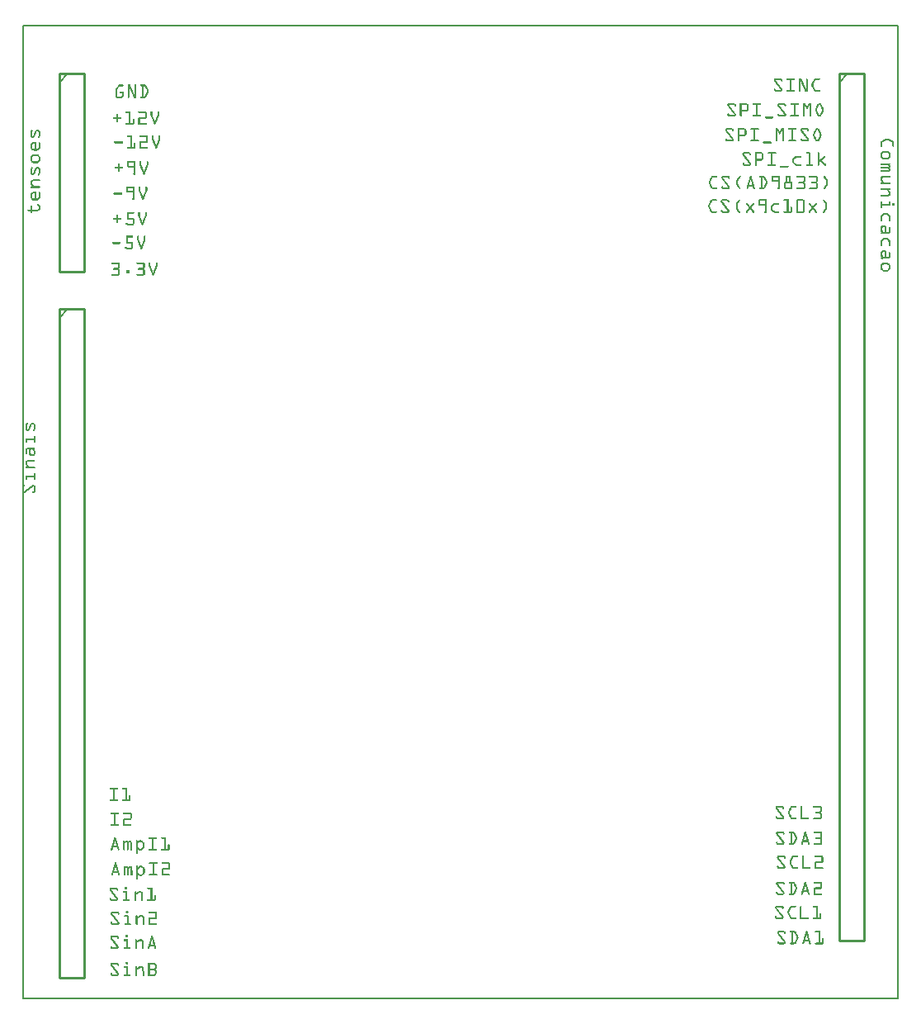
<source format=gto>
G04 MADE WITH FRITZING*
G04 WWW.FRITZING.ORG*
G04 SINGLE SIDED*
G04 HOLES NOT PLATED*
G04 CONTOUR ON CENTER OF CONTOUR VECTOR*
%ASAXBY*%
%FSLAX23Y23*%
%MOIN*%
%OFA0B0*%
%SFA1.0B1.0*%
%ADD10R,3.543310X3.937010X3.527310X3.921010*%
%ADD11C,0.008000*%
%ADD12C,0.010000*%
%ADD13C,0.005000*%
%ADD14R,0.001000X0.001000*%
%LNSILK1*%
G90*
G70*
G54D11*
X4Y3933D02*
X3539Y3933D01*
X3539Y4D01*
X4Y4D01*
X4Y3933D01*
D02*
G54D12*
X150Y3737D02*
X150Y2937D01*
D02*
X150Y2937D02*
X250Y2937D01*
D02*
X250Y2937D02*
X250Y3737D01*
D02*
X250Y3737D02*
X150Y3737D01*
G54D13*
D02*
X150Y3702D02*
X185Y3737D01*
G54D12*
D02*
X150Y2787D02*
X150Y87D01*
D02*
X150Y87D02*
X250Y87D01*
D02*
X250Y87D02*
X250Y2787D01*
D02*
X250Y2787D02*
X150Y2787D01*
G54D13*
D02*
X150Y2752D02*
X185Y2787D01*
G54D12*
D02*
X3300Y3737D02*
X3300Y237D01*
D02*
X3300Y237D02*
X3400Y237D01*
D02*
X3400Y237D02*
X3400Y3737D01*
D02*
X3400Y3737D02*
X3300Y3737D01*
G54D13*
D02*
X3300Y3702D02*
X3335Y3737D01*
G54D14*
X3044Y3719D02*
X3064Y3719D01*
X3091Y3719D02*
X3120Y3719D01*
X3139Y3719D02*
X3147Y3719D01*
X3169Y3719D02*
X3170Y3719D01*
X3206Y3719D02*
X3221Y3719D01*
X3041Y3718D02*
X3067Y3718D01*
X3089Y3718D02*
X3121Y3718D01*
X3139Y3718D02*
X3148Y3718D01*
X3168Y3718D02*
X3172Y3718D01*
X3203Y3718D02*
X3222Y3718D01*
X3040Y3717D02*
X3068Y3717D01*
X3089Y3717D02*
X3122Y3717D01*
X3139Y3717D02*
X3148Y3717D01*
X3167Y3717D02*
X3172Y3717D01*
X3201Y3717D02*
X3223Y3717D01*
X3039Y3716D02*
X3069Y3716D01*
X3088Y3716D02*
X3122Y3716D01*
X3139Y3716D02*
X3149Y3716D01*
X3167Y3716D02*
X3173Y3716D01*
X3200Y3716D02*
X3223Y3716D01*
X3038Y3715D02*
X3070Y3715D01*
X3088Y3715D02*
X3122Y3715D01*
X3139Y3715D02*
X3149Y3715D01*
X3167Y3715D02*
X3173Y3715D01*
X3199Y3715D02*
X3223Y3715D01*
X3038Y3714D02*
X3070Y3714D01*
X3089Y3714D02*
X3122Y3714D01*
X3139Y3714D02*
X3150Y3714D01*
X3167Y3714D02*
X3173Y3714D01*
X3199Y3714D02*
X3223Y3714D01*
X3038Y3713D02*
X3071Y3713D01*
X3090Y3713D02*
X3121Y3713D01*
X3139Y3713D02*
X3150Y3713D01*
X3167Y3713D02*
X3173Y3713D01*
X3198Y3713D02*
X3222Y3713D01*
X3038Y3712D02*
X3044Y3712D01*
X3064Y3712D02*
X3071Y3712D01*
X3102Y3712D02*
X3108Y3712D01*
X3139Y3712D02*
X3150Y3712D01*
X3167Y3712D02*
X3173Y3712D01*
X3198Y3712D02*
X3206Y3712D01*
X3038Y3711D02*
X3044Y3711D01*
X3065Y3711D02*
X3071Y3711D01*
X3102Y3711D02*
X3108Y3711D01*
X3139Y3711D02*
X3151Y3711D01*
X3167Y3711D02*
X3173Y3711D01*
X3197Y3711D02*
X3204Y3711D01*
X3038Y3710D02*
X3044Y3710D01*
X3065Y3710D02*
X3071Y3710D01*
X3102Y3710D02*
X3108Y3710D01*
X3139Y3710D02*
X3151Y3710D01*
X3167Y3710D02*
X3173Y3710D01*
X3197Y3710D02*
X3204Y3710D01*
X3038Y3709D02*
X3045Y3709D01*
X3066Y3709D02*
X3071Y3709D01*
X3102Y3709D02*
X3108Y3709D01*
X3139Y3709D02*
X3152Y3709D01*
X3167Y3709D02*
X3173Y3709D01*
X3196Y3709D02*
X3203Y3709D01*
X3038Y3708D02*
X3046Y3708D01*
X3066Y3708D02*
X3071Y3708D01*
X3102Y3708D02*
X3108Y3708D01*
X3139Y3708D02*
X3152Y3708D01*
X3167Y3708D02*
X3173Y3708D01*
X3196Y3708D02*
X3203Y3708D01*
X3039Y3707D02*
X3047Y3707D01*
X3067Y3707D02*
X3070Y3707D01*
X3102Y3707D02*
X3108Y3707D01*
X3139Y3707D02*
X3153Y3707D01*
X3167Y3707D02*
X3173Y3707D01*
X3195Y3707D02*
X3202Y3707D01*
X3039Y3706D02*
X3048Y3706D01*
X3102Y3706D02*
X3108Y3706D01*
X3139Y3706D02*
X3153Y3706D01*
X3167Y3706D02*
X3173Y3706D01*
X3195Y3706D02*
X3202Y3706D01*
X3040Y3705D02*
X3048Y3705D01*
X3102Y3705D02*
X3108Y3705D01*
X3139Y3705D02*
X3145Y3705D01*
X3147Y3705D02*
X3153Y3705D01*
X3167Y3705D02*
X3173Y3705D01*
X3194Y3705D02*
X3201Y3705D01*
X3041Y3704D02*
X3049Y3704D01*
X3102Y3704D02*
X3108Y3704D01*
X3139Y3704D02*
X3145Y3704D01*
X3147Y3704D02*
X3154Y3704D01*
X3167Y3704D02*
X3173Y3704D01*
X3194Y3704D02*
X3201Y3704D01*
X3042Y3703D02*
X3050Y3703D01*
X3102Y3703D02*
X3108Y3703D01*
X3139Y3703D02*
X3145Y3703D01*
X3148Y3703D02*
X3154Y3703D01*
X3167Y3703D02*
X3173Y3703D01*
X3193Y3703D02*
X3200Y3703D01*
X3043Y3702D02*
X3051Y3702D01*
X3102Y3702D02*
X3108Y3702D01*
X3139Y3702D02*
X3145Y3702D01*
X3148Y3702D02*
X3155Y3702D01*
X3167Y3702D02*
X3173Y3702D01*
X3193Y3702D02*
X3200Y3702D01*
X3043Y3701D02*
X3051Y3701D01*
X3102Y3701D02*
X3108Y3701D01*
X3139Y3701D02*
X3145Y3701D01*
X3148Y3701D02*
X3155Y3701D01*
X3167Y3701D02*
X3173Y3701D01*
X3192Y3701D02*
X3199Y3701D01*
X3044Y3700D02*
X3052Y3700D01*
X3102Y3700D02*
X3108Y3700D01*
X3139Y3700D02*
X3145Y3700D01*
X3149Y3700D02*
X3156Y3700D01*
X3167Y3700D02*
X3173Y3700D01*
X3192Y3700D02*
X3199Y3700D01*
X3045Y3699D02*
X3053Y3699D01*
X3102Y3699D02*
X3108Y3699D01*
X3139Y3699D02*
X3145Y3699D01*
X3149Y3699D02*
X3156Y3699D01*
X3167Y3699D02*
X3173Y3699D01*
X3191Y3699D02*
X3198Y3699D01*
X3046Y3698D02*
X3054Y3698D01*
X3102Y3698D02*
X3108Y3698D01*
X3139Y3698D02*
X3145Y3698D01*
X3150Y3698D02*
X3157Y3698D01*
X3167Y3698D02*
X3173Y3698D01*
X3191Y3698D02*
X3198Y3698D01*
X3046Y3697D02*
X3055Y3697D01*
X3102Y3697D02*
X3108Y3697D01*
X3139Y3697D02*
X3145Y3697D01*
X3150Y3697D02*
X3157Y3697D01*
X3167Y3697D02*
X3173Y3697D01*
X3190Y3697D02*
X3197Y3697D01*
X3047Y3696D02*
X3055Y3696D01*
X3102Y3696D02*
X3108Y3696D01*
X3139Y3696D02*
X3145Y3696D01*
X3151Y3696D02*
X3157Y3696D01*
X3167Y3696D02*
X3173Y3696D01*
X3190Y3696D02*
X3197Y3696D01*
X3048Y3695D02*
X3056Y3695D01*
X3102Y3695D02*
X3108Y3695D01*
X3139Y3695D02*
X3145Y3695D01*
X3151Y3695D02*
X3158Y3695D01*
X3167Y3695D02*
X3173Y3695D01*
X3190Y3695D02*
X3196Y3695D01*
X3049Y3694D02*
X3057Y3694D01*
X3102Y3694D02*
X3108Y3694D01*
X3139Y3694D02*
X3145Y3694D01*
X3152Y3694D02*
X3158Y3694D01*
X3167Y3694D02*
X3173Y3694D01*
X3190Y3694D02*
X3196Y3694D01*
X393Y3693D02*
X409Y3693D01*
X427Y3693D02*
X436Y3693D01*
X456Y3693D02*
X460Y3693D01*
X479Y3693D02*
X497Y3693D01*
X3050Y3693D02*
X3058Y3693D01*
X3102Y3693D02*
X3108Y3693D01*
X3139Y3693D02*
X3145Y3693D01*
X3152Y3693D02*
X3159Y3693D01*
X3167Y3693D02*
X3173Y3693D01*
X3190Y3693D02*
X3196Y3693D01*
X391Y3692D02*
X410Y3692D01*
X427Y3692D02*
X436Y3692D01*
X455Y3692D02*
X461Y3692D01*
X478Y3692D02*
X499Y3692D01*
X3050Y3692D02*
X3058Y3692D01*
X3102Y3692D02*
X3108Y3692D01*
X3139Y3692D02*
X3145Y3692D01*
X3152Y3692D02*
X3159Y3692D01*
X3167Y3692D02*
X3173Y3692D01*
X3190Y3692D02*
X3196Y3692D01*
X390Y3691D02*
X410Y3691D01*
X427Y3691D02*
X437Y3691D01*
X455Y3691D02*
X461Y3691D01*
X478Y3691D02*
X501Y3691D01*
X3051Y3691D02*
X3059Y3691D01*
X3102Y3691D02*
X3108Y3691D01*
X3139Y3691D02*
X3145Y3691D01*
X3153Y3691D02*
X3160Y3691D01*
X3167Y3691D02*
X3173Y3691D01*
X3190Y3691D02*
X3196Y3691D01*
X389Y3690D02*
X410Y3690D01*
X427Y3690D02*
X437Y3690D01*
X455Y3690D02*
X461Y3690D01*
X478Y3690D02*
X502Y3690D01*
X3052Y3690D02*
X3060Y3690D01*
X3102Y3690D02*
X3108Y3690D01*
X3139Y3690D02*
X3145Y3690D01*
X3153Y3690D02*
X3160Y3690D01*
X3167Y3690D02*
X3173Y3690D01*
X3190Y3690D02*
X3196Y3690D01*
X388Y3689D02*
X410Y3689D01*
X427Y3689D02*
X438Y3689D01*
X455Y3689D02*
X461Y3689D01*
X478Y3689D02*
X502Y3689D01*
X3053Y3689D02*
X3061Y3689D01*
X3102Y3689D02*
X3108Y3689D01*
X3139Y3689D02*
X3145Y3689D01*
X3154Y3689D02*
X3160Y3689D01*
X3167Y3689D02*
X3173Y3689D01*
X3190Y3689D02*
X3196Y3689D01*
X388Y3688D02*
X409Y3688D01*
X427Y3688D02*
X438Y3688D01*
X455Y3688D02*
X461Y3688D01*
X479Y3688D02*
X503Y3688D01*
X3053Y3688D02*
X3062Y3688D01*
X3102Y3688D02*
X3108Y3688D01*
X3139Y3688D02*
X3145Y3688D01*
X3154Y3688D02*
X3161Y3688D01*
X3167Y3688D02*
X3173Y3688D01*
X3190Y3688D02*
X3197Y3688D01*
X387Y3687D02*
X408Y3687D01*
X427Y3687D02*
X439Y3687D01*
X455Y3687D02*
X461Y3687D01*
X481Y3687D02*
X503Y3687D01*
X3054Y3687D02*
X3062Y3687D01*
X3102Y3687D02*
X3108Y3687D01*
X3139Y3687D02*
X3145Y3687D01*
X3155Y3687D02*
X3161Y3687D01*
X3167Y3687D02*
X3173Y3687D01*
X3190Y3687D02*
X3197Y3687D01*
X386Y3686D02*
X394Y3686D01*
X427Y3686D02*
X439Y3686D01*
X455Y3686D02*
X461Y3686D01*
X485Y3686D02*
X491Y3686D01*
X497Y3686D02*
X504Y3686D01*
X3055Y3686D02*
X3063Y3686D01*
X3102Y3686D02*
X3108Y3686D01*
X3139Y3686D02*
X3145Y3686D01*
X3155Y3686D02*
X3162Y3686D01*
X3167Y3686D02*
X3173Y3686D01*
X3191Y3686D02*
X3197Y3686D01*
X385Y3685D02*
X393Y3685D01*
X427Y3685D02*
X439Y3685D01*
X455Y3685D02*
X461Y3685D01*
X485Y3685D02*
X491Y3685D01*
X497Y3685D02*
X504Y3685D01*
X3056Y3685D02*
X3064Y3685D01*
X3102Y3685D02*
X3108Y3685D01*
X3139Y3685D02*
X3145Y3685D01*
X3155Y3685D02*
X3162Y3685D01*
X3167Y3685D02*
X3173Y3685D01*
X3191Y3685D02*
X3198Y3685D01*
X385Y3684D02*
X393Y3684D01*
X427Y3684D02*
X440Y3684D01*
X455Y3684D02*
X461Y3684D01*
X485Y3684D02*
X491Y3684D01*
X498Y3684D02*
X505Y3684D01*
X3057Y3684D02*
X3065Y3684D01*
X3102Y3684D02*
X3108Y3684D01*
X3139Y3684D02*
X3145Y3684D01*
X3156Y3684D02*
X3163Y3684D01*
X3167Y3684D02*
X3173Y3684D01*
X3192Y3684D02*
X3198Y3684D01*
X384Y3683D02*
X392Y3683D01*
X427Y3683D02*
X440Y3683D01*
X455Y3683D02*
X461Y3683D01*
X485Y3683D02*
X491Y3683D01*
X498Y3683D02*
X505Y3683D01*
X3057Y3683D02*
X3065Y3683D01*
X3102Y3683D02*
X3108Y3683D01*
X3139Y3683D02*
X3145Y3683D01*
X3156Y3683D02*
X3163Y3683D01*
X3167Y3683D02*
X3173Y3683D01*
X3192Y3683D02*
X3199Y3683D01*
X383Y3682D02*
X391Y3682D01*
X427Y3682D02*
X441Y3682D01*
X455Y3682D02*
X461Y3682D01*
X485Y3682D02*
X491Y3682D01*
X499Y3682D02*
X506Y3682D01*
X3058Y3682D02*
X3066Y3682D01*
X3102Y3682D02*
X3108Y3682D01*
X3139Y3682D02*
X3145Y3682D01*
X3157Y3682D02*
X3164Y3682D01*
X3167Y3682D02*
X3173Y3682D01*
X3193Y3682D02*
X3200Y3682D01*
X382Y3681D02*
X390Y3681D01*
X427Y3681D02*
X441Y3681D01*
X455Y3681D02*
X461Y3681D01*
X485Y3681D02*
X491Y3681D01*
X499Y3681D02*
X506Y3681D01*
X3059Y3681D02*
X3067Y3681D01*
X3102Y3681D02*
X3108Y3681D01*
X3139Y3681D02*
X3145Y3681D01*
X3157Y3681D02*
X3164Y3681D01*
X3167Y3681D02*
X3173Y3681D01*
X3193Y3681D02*
X3200Y3681D01*
X381Y3680D02*
X389Y3680D01*
X427Y3680D02*
X433Y3680D01*
X435Y3680D02*
X442Y3680D01*
X455Y3680D02*
X461Y3680D01*
X485Y3680D02*
X491Y3680D01*
X500Y3680D02*
X507Y3680D01*
X3060Y3680D02*
X3068Y3680D01*
X3102Y3680D02*
X3108Y3680D01*
X3139Y3680D02*
X3145Y3680D01*
X3158Y3680D02*
X3164Y3680D01*
X3167Y3680D02*
X3173Y3680D01*
X3194Y3680D02*
X3201Y3680D01*
X381Y3679D02*
X389Y3679D01*
X427Y3679D02*
X433Y3679D01*
X435Y3679D02*
X442Y3679D01*
X455Y3679D02*
X461Y3679D01*
X485Y3679D02*
X491Y3679D01*
X500Y3679D02*
X507Y3679D01*
X3060Y3679D02*
X3069Y3679D01*
X3102Y3679D02*
X3108Y3679D01*
X3139Y3679D02*
X3145Y3679D01*
X3158Y3679D02*
X3165Y3679D01*
X3167Y3679D02*
X3173Y3679D01*
X3194Y3679D02*
X3201Y3679D01*
X380Y3678D02*
X388Y3678D01*
X427Y3678D02*
X433Y3678D01*
X436Y3678D02*
X443Y3678D01*
X455Y3678D02*
X461Y3678D01*
X485Y3678D02*
X491Y3678D01*
X501Y3678D02*
X508Y3678D01*
X3061Y3678D02*
X3069Y3678D01*
X3102Y3678D02*
X3108Y3678D01*
X3139Y3678D02*
X3145Y3678D01*
X3159Y3678D02*
X3173Y3678D01*
X3195Y3678D02*
X3202Y3678D01*
X379Y3677D02*
X387Y3677D01*
X427Y3677D02*
X433Y3677D01*
X436Y3677D02*
X443Y3677D01*
X455Y3677D02*
X461Y3677D01*
X485Y3677D02*
X491Y3677D01*
X501Y3677D02*
X508Y3677D01*
X3039Y3677D02*
X3042Y3677D01*
X3062Y3677D02*
X3070Y3677D01*
X3102Y3677D02*
X3108Y3677D01*
X3139Y3677D02*
X3145Y3677D01*
X3159Y3677D02*
X3173Y3677D01*
X3195Y3677D02*
X3202Y3677D01*
X379Y3676D02*
X386Y3676D01*
X427Y3676D02*
X433Y3676D01*
X437Y3676D02*
X443Y3676D01*
X455Y3676D02*
X461Y3676D01*
X485Y3676D02*
X491Y3676D01*
X502Y3676D02*
X509Y3676D01*
X3038Y3676D02*
X3043Y3676D01*
X3063Y3676D02*
X3071Y3676D01*
X3102Y3676D02*
X3108Y3676D01*
X3139Y3676D02*
X3145Y3676D01*
X3159Y3676D02*
X3173Y3676D01*
X3196Y3676D02*
X3203Y3676D01*
X378Y3675D02*
X385Y3675D01*
X427Y3675D02*
X433Y3675D01*
X437Y3675D02*
X444Y3675D01*
X455Y3675D02*
X461Y3675D01*
X485Y3675D02*
X491Y3675D01*
X502Y3675D02*
X509Y3675D01*
X3038Y3675D02*
X3043Y3675D01*
X3064Y3675D02*
X3071Y3675D01*
X3102Y3675D02*
X3108Y3675D01*
X3139Y3675D02*
X3145Y3675D01*
X3160Y3675D02*
X3173Y3675D01*
X3196Y3675D02*
X3203Y3675D01*
X378Y3674D02*
X385Y3674D01*
X427Y3674D02*
X433Y3674D01*
X437Y3674D02*
X444Y3674D01*
X455Y3674D02*
X461Y3674D01*
X485Y3674D02*
X491Y3674D01*
X503Y3674D02*
X510Y3674D01*
X3038Y3674D02*
X3044Y3674D01*
X3064Y3674D02*
X3071Y3674D01*
X3102Y3674D02*
X3108Y3674D01*
X3139Y3674D02*
X3145Y3674D01*
X3160Y3674D02*
X3173Y3674D01*
X3197Y3674D02*
X3204Y3674D01*
X377Y3673D02*
X384Y3673D01*
X427Y3673D02*
X433Y3673D01*
X438Y3673D02*
X445Y3673D01*
X455Y3673D02*
X461Y3673D01*
X485Y3673D02*
X491Y3673D01*
X504Y3673D02*
X510Y3673D01*
X3038Y3673D02*
X3044Y3673D01*
X3065Y3673D02*
X3071Y3673D01*
X3102Y3673D02*
X3108Y3673D01*
X3139Y3673D02*
X3145Y3673D01*
X3161Y3673D02*
X3173Y3673D01*
X3197Y3673D02*
X3204Y3673D01*
X377Y3672D02*
X383Y3672D01*
X427Y3672D02*
X433Y3672D01*
X438Y3672D02*
X445Y3672D01*
X455Y3672D02*
X461Y3672D01*
X485Y3672D02*
X491Y3672D01*
X504Y3672D02*
X511Y3672D01*
X3038Y3672D02*
X3045Y3672D01*
X3065Y3672D02*
X3071Y3672D01*
X3102Y3672D02*
X3108Y3672D01*
X3139Y3672D02*
X3145Y3672D01*
X3161Y3672D02*
X3173Y3672D01*
X3198Y3672D02*
X3205Y3672D01*
X377Y3671D02*
X383Y3671D01*
X427Y3671D02*
X433Y3671D01*
X439Y3671D02*
X446Y3671D01*
X455Y3671D02*
X461Y3671D01*
X485Y3671D02*
X491Y3671D01*
X505Y3671D02*
X511Y3671D01*
X3038Y3671D02*
X3071Y3671D01*
X3090Y3671D02*
X3121Y3671D01*
X3139Y3671D02*
X3145Y3671D01*
X3162Y3671D02*
X3173Y3671D01*
X3198Y3671D02*
X3222Y3671D01*
X377Y3670D02*
X383Y3670D01*
X427Y3670D02*
X433Y3670D01*
X439Y3670D02*
X446Y3670D01*
X455Y3670D02*
X461Y3670D01*
X485Y3670D02*
X491Y3670D01*
X505Y3670D02*
X511Y3670D01*
X3039Y3670D02*
X3071Y3670D01*
X3089Y3670D02*
X3122Y3670D01*
X3139Y3670D02*
X3145Y3670D01*
X3162Y3670D02*
X3173Y3670D01*
X3199Y3670D02*
X3223Y3670D01*
X377Y3669D02*
X383Y3669D01*
X427Y3669D02*
X433Y3669D01*
X440Y3669D02*
X446Y3669D01*
X455Y3669D02*
X461Y3669D01*
X485Y3669D02*
X491Y3669D01*
X505Y3669D02*
X512Y3669D01*
X3039Y3669D02*
X3071Y3669D01*
X3088Y3669D02*
X3122Y3669D01*
X3139Y3669D02*
X3145Y3669D01*
X3162Y3669D02*
X3173Y3669D01*
X3199Y3669D02*
X3223Y3669D01*
X377Y3668D02*
X383Y3668D01*
X427Y3668D02*
X433Y3668D01*
X440Y3668D02*
X447Y3668D01*
X455Y3668D02*
X461Y3668D01*
X485Y3668D02*
X491Y3668D01*
X506Y3668D02*
X512Y3668D01*
X3040Y3668D02*
X3070Y3668D01*
X3088Y3668D02*
X3122Y3668D01*
X3139Y3668D02*
X3145Y3668D01*
X3163Y3668D02*
X3173Y3668D01*
X3200Y3668D02*
X3223Y3668D01*
X377Y3667D02*
X383Y3667D01*
X427Y3667D02*
X433Y3667D01*
X441Y3667D02*
X447Y3667D01*
X455Y3667D02*
X461Y3667D01*
X485Y3667D02*
X491Y3667D01*
X506Y3667D02*
X512Y3667D01*
X3041Y3667D02*
X3069Y3667D01*
X3088Y3667D02*
X3122Y3667D01*
X3139Y3667D02*
X3145Y3667D01*
X3163Y3667D02*
X3173Y3667D01*
X3201Y3667D02*
X3223Y3667D01*
X377Y3666D02*
X383Y3666D01*
X427Y3666D02*
X433Y3666D01*
X441Y3666D02*
X448Y3666D01*
X455Y3666D02*
X461Y3666D01*
X485Y3666D02*
X491Y3666D01*
X506Y3666D02*
X512Y3666D01*
X3042Y3666D02*
X3068Y3666D01*
X3089Y3666D02*
X3121Y3666D01*
X3140Y3666D02*
X3144Y3666D01*
X3164Y3666D02*
X3173Y3666D01*
X3203Y3666D02*
X3223Y3666D01*
X377Y3665D02*
X383Y3665D01*
X427Y3665D02*
X433Y3665D01*
X441Y3665D02*
X448Y3665D01*
X455Y3665D02*
X461Y3665D01*
X485Y3665D02*
X491Y3665D01*
X505Y3665D02*
X512Y3665D01*
X3044Y3665D02*
X3066Y3665D01*
X3090Y3665D02*
X3120Y3665D01*
X3141Y3665D02*
X3143Y3665D01*
X3164Y3665D02*
X3173Y3665D01*
X3205Y3665D02*
X3221Y3665D01*
X377Y3664D02*
X383Y3664D01*
X396Y3664D02*
X410Y3664D01*
X427Y3664D02*
X433Y3664D01*
X442Y3664D02*
X449Y3664D01*
X455Y3664D02*
X461Y3664D01*
X485Y3664D02*
X491Y3664D01*
X505Y3664D02*
X512Y3664D01*
X377Y3663D02*
X383Y3663D01*
X395Y3663D02*
X410Y3663D01*
X427Y3663D02*
X433Y3663D01*
X442Y3663D02*
X449Y3663D01*
X455Y3663D02*
X461Y3663D01*
X485Y3663D02*
X491Y3663D01*
X505Y3663D02*
X511Y3663D01*
X377Y3662D02*
X383Y3662D01*
X394Y3662D02*
X410Y3662D01*
X427Y3662D02*
X433Y3662D01*
X443Y3662D02*
X450Y3662D01*
X455Y3662D02*
X461Y3662D01*
X485Y3662D02*
X491Y3662D01*
X504Y3662D02*
X511Y3662D01*
X377Y3661D02*
X383Y3661D01*
X394Y3661D02*
X410Y3661D01*
X427Y3661D02*
X433Y3661D01*
X443Y3661D02*
X450Y3661D01*
X455Y3661D02*
X461Y3661D01*
X485Y3661D02*
X491Y3661D01*
X504Y3661D02*
X511Y3661D01*
X377Y3660D02*
X383Y3660D01*
X394Y3660D02*
X410Y3660D01*
X427Y3660D02*
X433Y3660D01*
X444Y3660D02*
X450Y3660D01*
X455Y3660D02*
X461Y3660D01*
X485Y3660D02*
X491Y3660D01*
X503Y3660D02*
X510Y3660D01*
X377Y3659D02*
X383Y3659D01*
X394Y3659D02*
X410Y3659D01*
X427Y3659D02*
X433Y3659D01*
X444Y3659D02*
X451Y3659D01*
X455Y3659D02*
X461Y3659D01*
X485Y3659D02*
X491Y3659D01*
X503Y3659D02*
X510Y3659D01*
X377Y3658D02*
X383Y3658D01*
X395Y3658D02*
X410Y3658D01*
X427Y3658D02*
X433Y3658D01*
X445Y3658D02*
X451Y3658D01*
X455Y3658D02*
X461Y3658D01*
X485Y3658D02*
X491Y3658D01*
X502Y3658D02*
X509Y3658D01*
X377Y3657D02*
X383Y3657D01*
X404Y3657D02*
X410Y3657D01*
X427Y3657D02*
X433Y3657D01*
X445Y3657D02*
X452Y3657D01*
X455Y3657D02*
X461Y3657D01*
X485Y3657D02*
X491Y3657D01*
X502Y3657D02*
X509Y3657D01*
X377Y3656D02*
X383Y3656D01*
X404Y3656D02*
X410Y3656D01*
X427Y3656D02*
X433Y3656D01*
X445Y3656D02*
X452Y3656D01*
X455Y3656D02*
X461Y3656D01*
X485Y3656D02*
X491Y3656D01*
X501Y3656D02*
X508Y3656D01*
X377Y3655D02*
X383Y3655D01*
X404Y3655D02*
X410Y3655D01*
X427Y3655D02*
X433Y3655D01*
X446Y3655D02*
X453Y3655D01*
X455Y3655D02*
X461Y3655D01*
X485Y3655D02*
X491Y3655D01*
X501Y3655D02*
X508Y3655D01*
X377Y3654D02*
X383Y3654D01*
X404Y3654D02*
X410Y3654D01*
X427Y3654D02*
X433Y3654D01*
X446Y3654D02*
X453Y3654D01*
X455Y3654D02*
X461Y3654D01*
X485Y3654D02*
X491Y3654D01*
X500Y3654D02*
X507Y3654D01*
X377Y3653D02*
X383Y3653D01*
X404Y3653D02*
X410Y3653D01*
X427Y3653D02*
X433Y3653D01*
X447Y3653D02*
X453Y3653D01*
X455Y3653D02*
X461Y3653D01*
X485Y3653D02*
X491Y3653D01*
X500Y3653D02*
X507Y3653D01*
X377Y3652D02*
X383Y3652D01*
X404Y3652D02*
X410Y3652D01*
X427Y3652D02*
X433Y3652D01*
X447Y3652D02*
X461Y3652D01*
X485Y3652D02*
X491Y3652D01*
X499Y3652D02*
X506Y3652D01*
X377Y3651D02*
X383Y3651D01*
X404Y3651D02*
X410Y3651D01*
X427Y3651D02*
X433Y3651D01*
X448Y3651D02*
X461Y3651D01*
X485Y3651D02*
X491Y3651D01*
X499Y3651D02*
X506Y3651D01*
X377Y3650D02*
X383Y3650D01*
X404Y3650D02*
X410Y3650D01*
X427Y3650D02*
X433Y3650D01*
X448Y3650D02*
X461Y3650D01*
X485Y3650D02*
X491Y3650D01*
X498Y3650D02*
X505Y3650D01*
X377Y3649D02*
X383Y3649D01*
X404Y3649D02*
X410Y3649D01*
X427Y3649D02*
X433Y3649D01*
X448Y3649D02*
X461Y3649D01*
X485Y3649D02*
X491Y3649D01*
X498Y3649D02*
X505Y3649D01*
X377Y3648D02*
X383Y3648D01*
X404Y3648D02*
X410Y3648D01*
X427Y3648D02*
X433Y3648D01*
X449Y3648D02*
X461Y3648D01*
X485Y3648D02*
X491Y3648D01*
X497Y3648D02*
X504Y3648D01*
X377Y3647D02*
X384Y3647D01*
X403Y3647D02*
X410Y3647D01*
X427Y3647D02*
X433Y3647D01*
X449Y3647D02*
X461Y3647D01*
X485Y3647D02*
X491Y3647D01*
X496Y3647D02*
X504Y3647D01*
X377Y3646D02*
X410Y3646D01*
X427Y3646D02*
X433Y3646D01*
X450Y3646D02*
X461Y3646D01*
X480Y3646D02*
X503Y3646D01*
X378Y3645D02*
X409Y3645D01*
X427Y3645D02*
X433Y3645D01*
X450Y3645D02*
X461Y3645D01*
X479Y3645D02*
X503Y3645D01*
X378Y3644D02*
X409Y3644D01*
X427Y3644D02*
X433Y3644D01*
X451Y3644D02*
X461Y3644D01*
X478Y3644D02*
X502Y3644D01*
X379Y3643D02*
X408Y3643D01*
X427Y3643D02*
X433Y3643D01*
X451Y3643D02*
X461Y3643D01*
X478Y3643D02*
X502Y3643D01*
X380Y3642D02*
X407Y3642D01*
X427Y3642D02*
X433Y3642D01*
X452Y3642D02*
X461Y3642D01*
X478Y3642D02*
X500Y3642D01*
X381Y3641D02*
X406Y3641D01*
X428Y3641D02*
X433Y3641D01*
X452Y3641D02*
X461Y3641D01*
X478Y3641D02*
X499Y3641D01*
X383Y3640D02*
X404Y3640D01*
X429Y3640D02*
X432Y3640D01*
X452Y3640D02*
X461Y3640D01*
X479Y3640D02*
X497Y3640D01*
X2854Y3618D02*
X2878Y3618D01*
X2900Y3618D02*
X2927Y3618D01*
X2953Y3618D02*
X2983Y3618D01*
X3057Y3618D02*
X3080Y3618D01*
X3105Y3618D02*
X3135Y3618D01*
X3154Y3618D02*
X3162Y3618D01*
X3179Y3618D02*
X3188Y3618D01*
X3218Y3618D02*
X3224Y3618D01*
X2853Y3617D02*
X2879Y3617D01*
X2900Y3617D02*
X2929Y3617D01*
X2952Y3617D02*
X2984Y3617D01*
X3055Y3617D02*
X3082Y3617D01*
X3104Y3617D02*
X3136Y3617D01*
X3154Y3617D02*
X3163Y3617D01*
X3178Y3617D02*
X3188Y3617D01*
X3217Y3617D02*
X3226Y3617D01*
X2852Y3616D02*
X2881Y3616D01*
X2900Y3616D02*
X2931Y3616D01*
X2951Y3616D02*
X2985Y3616D01*
X3054Y3616D02*
X3083Y3616D01*
X3103Y3616D02*
X3137Y3616D01*
X3154Y3616D02*
X3163Y3616D01*
X3178Y3616D02*
X3188Y3616D01*
X3215Y3616D02*
X3227Y3616D01*
X2851Y3615D02*
X2882Y3615D01*
X2900Y3615D02*
X2932Y3615D01*
X2951Y3615D02*
X2985Y3615D01*
X3054Y3615D02*
X3084Y3615D01*
X3103Y3615D02*
X3137Y3615D01*
X3154Y3615D02*
X3164Y3615D01*
X3177Y3615D02*
X3188Y3615D01*
X3214Y3615D02*
X3228Y3615D01*
X2850Y3614D02*
X2882Y3614D01*
X2900Y3614D02*
X2932Y3614D01*
X2951Y3614D02*
X2985Y3614D01*
X3053Y3614D02*
X3085Y3614D01*
X3103Y3614D02*
X3137Y3614D01*
X3154Y3614D02*
X3165Y3614D01*
X3176Y3614D02*
X3188Y3614D01*
X3214Y3614D02*
X3229Y3614D01*
X2850Y3613D02*
X2883Y3613D01*
X2900Y3613D02*
X2933Y3613D01*
X2952Y3613D02*
X2984Y3613D01*
X3053Y3613D02*
X3085Y3613D01*
X3104Y3613D02*
X3136Y3613D01*
X3154Y3613D02*
X3165Y3613D01*
X3176Y3613D02*
X3188Y3613D01*
X3213Y3613D02*
X3229Y3613D01*
X2850Y3612D02*
X2883Y3612D01*
X2900Y3612D02*
X2934Y3612D01*
X2953Y3612D02*
X2983Y3612D01*
X3052Y3612D02*
X3086Y3612D01*
X3105Y3612D02*
X3135Y3612D01*
X3154Y3612D02*
X3166Y3612D01*
X3175Y3612D02*
X3188Y3612D01*
X3213Y3612D02*
X3230Y3612D01*
X2850Y3611D02*
X2856Y3611D01*
X2877Y3611D02*
X2883Y3611D01*
X2900Y3611D02*
X2906Y3611D01*
X2926Y3611D02*
X2934Y3611D01*
X2965Y3611D02*
X2971Y3611D01*
X3052Y3611D02*
X3059Y3611D01*
X3079Y3611D02*
X3086Y3611D01*
X3117Y3611D02*
X3123Y3611D01*
X3154Y3611D02*
X3167Y3611D01*
X3174Y3611D02*
X3188Y3611D01*
X3212Y3611D02*
X3219Y3611D01*
X3223Y3611D02*
X3230Y3611D01*
X2850Y3610D02*
X2856Y3610D01*
X2877Y3610D02*
X2884Y3610D01*
X2900Y3610D02*
X2906Y3610D01*
X2928Y3610D02*
X2934Y3610D01*
X2965Y3610D02*
X2971Y3610D01*
X3052Y3610D02*
X3059Y3610D01*
X3080Y3610D02*
X3086Y3610D01*
X3117Y3610D02*
X3123Y3610D01*
X3154Y3610D02*
X3168Y3610D01*
X3174Y3610D02*
X3188Y3610D01*
X3212Y3610D02*
X3219Y3610D01*
X3224Y3610D02*
X3231Y3610D01*
X2850Y3609D02*
X2857Y3609D01*
X2878Y3609D02*
X2884Y3609D01*
X2900Y3609D02*
X2906Y3609D01*
X2928Y3609D02*
X2934Y3609D01*
X2965Y3609D02*
X2971Y3609D01*
X3053Y3609D02*
X3060Y3609D01*
X3080Y3609D02*
X3086Y3609D01*
X3117Y3609D02*
X3123Y3609D01*
X3154Y3609D02*
X3168Y3609D01*
X3173Y3609D02*
X3188Y3609D01*
X3211Y3609D02*
X3218Y3609D01*
X3224Y3609D02*
X3231Y3609D01*
X2850Y3608D02*
X2858Y3608D01*
X2878Y3608D02*
X2883Y3608D01*
X2900Y3608D02*
X2906Y3608D01*
X2928Y3608D02*
X2934Y3608D01*
X2965Y3608D02*
X2971Y3608D01*
X3053Y3608D02*
X3060Y3608D01*
X3080Y3608D02*
X3086Y3608D01*
X3117Y3608D02*
X3123Y3608D01*
X3154Y3608D02*
X3169Y3608D01*
X3172Y3608D02*
X3188Y3608D01*
X3211Y3608D02*
X3218Y3608D01*
X3225Y3608D02*
X3232Y3608D01*
X2851Y3607D02*
X2859Y3607D01*
X2878Y3607D02*
X2883Y3607D01*
X2900Y3607D02*
X2906Y3607D01*
X2928Y3607D02*
X2934Y3607D01*
X2965Y3607D02*
X2971Y3607D01*
X3053Y3607D02*
X3061Y3607D01*
X3081Y3607D02*
X3085Y3607D01*
X3117Y3607D02*
X3123Y3607D01*
X3154Y3607D02*
X3160Y3607D01*
X3162Y3607D02*
X3179Y3607D01*
X3181Y3607D02*
X3188Y3607D01*
X3210Y3607D02*
X3217Y3607D01*
X3225Y3607D02*
X3232Y3607D01*
X2851Y3606D02*
X2859Y3606D01*
X2880Y3606D02*
X2881Y3606D01*
X2900Y3606D02*
X2906Y3606D01*
X2928Y3606D02*
X2934Y3606D01*
X2965Y3606D02*
X2971Y3606D01*
X3054Y3606D02*
X3062Y3606D01*
X3082Y3606D02*
X3084Y3606D01*
X3117Y3606D02*
X3123Y3606D01*
X3154Y3606D02*
X3160Y3606D01*
X3163Y3606D02*
X3178Y3606D01*
X3181Y3606D02*
X3188Y3606D01*
X3210Y3606D02*
X3217Y3606D01*
X3226Y3606D02*
X3233Y3606D01*
X2852Y3605D02*
X2860Y3605D01*
X2900Y3605D02*
X2906Y3605D01*
X2928Y3605D02*
X2934Y3605D01*
X2965Y3605D02*
X2971Y3605D01*
X3055Y3605D02*
X3063Y3605D01*
X3117Y3605D02*
X3123Y3605D01*
X3154Y3605D02*
X3160Y3605D01*
X3163Y3605D02*
X3178Y3605D01*
X3181Y3605D02*
X3188Y3605D01*
X3209Y3605D02*
X3216Y3605D01*
X3226Y3605D02*
X3233Y3605D01*
X2853Y3604D02*
X2861Y3604D01*
X2900Y3604D02*
X2906Y3604D01*
X2928Y3604D02*
X2934Y3604D01*
X2965Y3604D02*
X2971Y3604D01*
X3055Y3604D02*
X3063Y3604D01*
X3117Y3604D02*
X3123Y3604D01*
X3154Y3604D02*
X3160Y3604D01*
X3164Y3604D02*
X3177Y3604D01*
X3181Y3604D02*
X3188Y3604D01*
X3209Y3604D02*
X3216Y3604D01*
X3227Y3604D02*
X3234Y3604D01*
X2854Y3603D02*
X2862Y3603D01*
X2900Y3603D02*
X2906Y3603D01*
X2928Y3603D02*
X2934Y3603D01*
X2965Y3603D02*
X2971Y3603D01*
X3056Y3603D02*
X3064Y3603D01*
X3117Y3603D02*
X3123Y3603D01*
X3154Y3603D02*
X3160Y3603D01*
X3165Y3603D02*
X3176Y3603D01*
X3181Y3603D02*
X3188Y3603D01*
X3208Y3603D02*
X3215Y3603D01*
X3227Y3603D02*
X3234Y3603D01*
X2854Y3602D02*
X2862Y3602D01*
X2900Y3602D02*
X2906Y3602D01*
X2928Y3602D02*
X2934Y3602D01*
X2965Y3602D02*
X2971Y3602D01*
X3057Y3602D02*
X3065Y3602D01*
X3117Y3602D02*
X3123Y3602D01*
X3154Y3602D02*
X3160Y3602D01*
X3166Y3602D02*
X3176Y3602D01*
X3181Y3602D02*
X3188Y3602D01*
X3208Y3602D02*
X3215Y3602D01*
X3228Y3602D02*
X3235Y3602D01*
X2855Y3601D02*
X2863Y3601D01*
X2900Y3601D02*
X2906Y3601D01*
X2928Y3601D02*
X2934Y3601D01*
X2965Y3601D02*
X2971Y3601D01*
X3058Y3601D02*
X3066Y3601D01*
X3117Y3601D02*
X3123Y3601D01*
X3154Y3601D02*
X3160Y3601D01*
X3166Y3601D02*
X3175Y3601D01*
X3181Y3601D02*
X3188Y3601D01*
X3207Y3601D02*
X3214Y3601D01*
X3228Y3601D02*
X3235Y3601D01*
X2856Y3600D02*
X2864Y3600D01*
X2900Y3600D02*
X2906Y3600D01*
X2928Y3600D02*
X2934Y3600D01*
X2965Y3600D02*
X2971Y3600D01*
X3058Y3600D02*
X3067Y3600D01*
X3117Y3600D02*
X3123Y3600D01*
X3154Y3600D02*
X3160Y3600D01*
X3167Y3600D02*
X3174Y3600D01*
X3181Y3600D02*
X3188Y3600D01*
X3207Y3600D02*
X3214Y3600D01*
X3229Y3600D02*
X3236Y3600D01*
X2857Y3599D02*
X2865Y3599D01*
X2900Y3599D02*
X2906Y3599D01*
X2928Y3599D02*
X2934Y3599D01*
X2965Y3599D02*
X2971Y3599D01*
X3059Y3599D02*
X3067Y3599D01*
X3117Y3599D02*
X3123Y3599D01*
X3154Y3599D02*
X3160Y3599D01*
X3167Y3599D02*
X3174Y3599D01*
X3181Y3599D02*
X3188Y3599D01*
X3206Y3599D02*
X3213Y3599D01*
X3229Y3599D02*
X3236Y3599D01*
X2857Y3598D02*
X2865Y3598D01*
X2900Y3598D02*
X2906Y3598D01*
X2928Y3598D02*
X2934Y3598D01*
X2965Y3598D02*
X2971Y3598D01*
X3060Y3598D02*
X3068Y3598D01*
X3117Y3598D02*
X3123Y3598D01*
X3154Y3598D02*
X3160Y3598D01*
X3168Y3598D02*
X3174Y3598D01*
X3181Y3598D02*
X3188Y3598D01*
X3206Y3598D02*
X3213Y3598D01*
X3230Y3598D02*
X3237Y3598D01*
X2858Y3597D02*
X2866Y3597D01*
X2900Y3597D02*
X2906Y3597D01*
X2928Y3597D02*
X2934Y3597D01*
X2965Y3597D02*
X2971Y3597D01*
X3061Y3597D02*
X3069Y3597D01*
X3117Y3597D02*
X3123Y3597D01*
X3154Y3597D02*
X3160Y3597D01*
X3168Y3597D02*
X3174Y3597D01*
X3181Y3597D02*
X3188Y3597D01*
X3205Y3597D02*
X3212Y3597D01*
X3230Y3597D02*
X3237Y3597D01*
X2859Y3596D02*
X2867Y3596D01*
X2900Y3596D02*
X2906Y3596D01*
X2928Y3596D02*
X2934Y3596D01*
X2965Y3596D02*
X2971Y3596D01*
X3062Y3596D02*
X3070Y3596D01*
X3117Y3596D02*
X3123Y3596D01*
X3154Y3596D02*
X3160Y3596D01*
X3168Y3596D02*
X3173Y3596D01*
X3181Y3596D02*
X3188Y3596D01*
X3205Y3596D02*
X3212Y3596D01*
X3231Y3596D02*
X3237Y3596D01*
X2860Y3595D02*
X2868Y3595D01*
X2900Y3595D02*
X2906Y3595D01*
X2928Y3595D02*
X2934Y3595D01*
X2965Y3595D02*
X2971Y3595D01*
X3062Y3595D02*
X3070Y3595D01*
X3117Y3595D02*
X3123Y3595D01*
X3154Y3595D02*
X3160Y3595D01*
X3168Y3595D02*
X3173Y3595D01*
X3181Y3595D02*
X3188Y3595D01*
X3205Y3595D02*
X3211Y3595D01*
X3231Y3595D02*
X3238Y3595D01*
X2861Y3594D02*
X2869Y3594D01*
X2900Y3594D02*
X2906Y3594D01*
X2928Y3594D02*
X2934Y3594D01*
X2965Y3594D02*
X2971Y3594D01*
X3063Y3594D02*
X3071Y3594D01*
X3117Y3594D02*
X3123Y3594D01*
X3154Y3594D02*
X3160Y3594D01*
X3170Y3594D02*
X3171Y3594D01*
X3181Y3594D02*
X3188Y3594D01*
X3205Y3594D02*
X3211Y3594D01*
X3232Y3594D02*
X3238Y3594D01*
X2861Y3593D02*
X2869Y3593D01*
X2900Y3593D02*
X2906Y3593D01*
X2927Y3593D02*
X2934Y3593D01*
X2965Y3593D02*
X2971Y3593D01*
X3064Y3593D02*
X3072Y3593D01*
X3117Y3593D02*
X3123Y3593D01*
X3154Y3593D02*
X3160Y3593D01*
X3181Y3593D02*
X3188Y3593D01*
X3204Y3593D02*
X3211Y3593D01*
X3232Y3593D02*
X3238Y3593D01*
X2862Y3592D02*
X2870Y3592D01*
X2900Y3592D02*
X2907Y3592D01*
X2925Y3592D02*
X2934Y3592D01*
X2965Y3592D02*
X2971Y3592D01*
X3065Y3592D02*
X3073Y3592D01*
X3117Y3592D02*
X3123Y3592D01*
X3154Y3592D02*
X3160Y3592D01*
X3181Y3592D02*
X3188Y3592D01*
X3204Y3592D02*
X3210Y3592D01*
X3232Y3592D02*
X3238Y3592D01*
X2863Y3591D02*
X2871Y3591D01*
X2900Y3591D02*
X2933Y3591D01*
X2965Y3591D02*
X2971Y3591D01*
X3065Y3591D02*
X3074Y3591D01*
X3117Y3591D02*
X3123Y3591D01*
X3154Y3591D02*
X3160Y3591D01*
X3181Y3591D02*
X3188Y3591D01*
X3204Y3591D02*
X3210Y3591D01*
X3232Y3591D02*
X3238Y3591D01*
X2864Y3590D02*
X2872Y3590D01*
X2900Y3590D02*
X2933Y3590D01*
X2965Y3590D02*
X2971Y3590D01*
X3066Y3590D02*
X3074Y3590D01*
X3117Y3590D02*
X3123Y3590D01*
X3154Y3590D02*
X3160Y3590D01*
X3181Y3590D02*
X3188Y3590D01*
X3204Y3590D02*
X3211Y3590D01*
X3232Y3590D02*
X3238Y3590D01*
X2864Y3589D02*
X2872Y3589D01*
X2900Y3589D02*
X2932Y3589D01*
X2965Y3589D02*
X2971Y3589D01*
X3067Y3589D02*
X3075Y3589D01*
X3117Y3589D02*
X3123Y3589D01*
X3154Y3589D02*
X3160Y3589D01*
X3181Y3589D02*
X3188Y3589D01*
X3204Y3589D02*
X3211Y3589D01*
X3232Y3589D02*
X3238Y3589D01*
X2865Y3588D02*
X2873Y3588D01*
X2900Y3588D02*
X2931Y3588D01*
X2965Y3588D02*
X2971Y3588D01*
X3068Y3588D02*
X3076Y3588D01*
X3117Y3588D02*
X3123Y3588D01*
X3154Y3588D02*
X3160Y3588D01*
X3181Y3588D02*
X3188Y3588D01*
X3205Y3588D02*
X3211Y3588D01*
X3231Y3588D02*
X3238Y3588D01*
X2866Y3587D02*
X2874Y3587D01*
X2900Y3587D02*
X2930Y3587D01*
X2965Y3587D02*
X2971Y3587D01*
X3069Y3587D02*
X3077Y3587D01*
X3117Y3587D02*
X3123Y3587D01*
X3154Y3587D02*
X3160Y3587D01*
X3181Y3587D02*
X3188Y3587D01*
X3205Y3587D02*
X3211Y3587D01*
X3231Y3587D02*
X3237Y3587D01*
X421Y3586D02*
X439Y3586D01*
X472Y3586D02*
X498Y3586D01*
X523Y3586D02*
X524Y3586D01*
X550Y3586D02*
X551Y3586D01*
X2867Y3586D02*
X2875Y3586D01*
X2900Y3586D02*
X2928Y3586D01*
X2965Y3586D02*
X2971Y3586D01*
X3069Y3586D02*
X3077Y3586D01*
X3117Y3586D02*
X3123Y3586D01*
X3154Y3586D02*
X3160Y3586D01*
X3181Y3586D02*
X3188Y3586D01*
X3205Y3586D02*
X3212Y3586D01*
X3230Y3586D02*
X3237Y3586D01*
X420Y3585D02*
X439Y3585D01*
X470Y3585D02*
X500Y3585D01*
X521Y3585D02*
X525Y3585D01*
X549Y3585D02*
X553Y3585D01*
X2867Y3585D02*
X2876Y3585D01*
X2900Y3585D02*
X2925Y3585D01*
X2965Y3585D02*
X2971Y3585D01*
X3070Y3585D02*
X3078Y3585D01*
X3117Y3585D02*
X3123Y3585D01*
X3154Y3585D02*
X3160Y3585D01*
X3181Y3585D02*
X3188Y3585D01*
X3206Y3585D02*
X3212Y3585D01*
X3230Y3585D02*
X3237Y3585D01*
X419Y3584D02*
X439Y3584D01*
X470Y3584D02*
X501Y3584D01*
X520Y3584D02*
X526Y3584D01*
X548Y3584D02*
X554Y3584D01*
X2868Y3584D02*
X2876Y3584D01*
X2900Y3584D02*
X2906Y3584D01*
X2965Y3584D02*
X2971Y3584D01*
X3071Y3584D02*
X3079Y3584D01*
X3117Y3584D02*
X3123Y3584D01*
X3154Y3584D02*
X3160Y3584D01*
X3181Y3584D02*
X3188Y3584D01*
X3206Y3584D02*
X3213Y3584D01*
X3229Y3584D02*
X3236Y3584D01*
X419Y3583D02*
X439Y3583D01*
X469Y3583D02*
X502Y3583D01*
X520Y3583D02*
X526Y3583D01*
X548Y3583D02*
X554Y3583D01*
X2869Y3583D02*
X2877Y3583D01*
X2900Y3583D02*
X2906Y3583D01*
X2965Y3583D02*
X2971Y3583D01*
X3072Y3583D02*
X3080Y3583D01*
X3117Y3583D02*
X3123Y3583D01*
X3154Y3583D02*
X3160Y3583D01*
X3181Y3583D02*
X3188Y3583D01*
X3207Y3583D02*
X3213Y3583D01*
X3229Y3583D02*
X3236Y3583D01*
X419Y3582D02*
X439Y3582D01*
X470Y3582D02*
X503Y3582D01*
X520Y3582D02*
X526Y3582D01*
X548Y3582D02*
X554Y3582D01*
X2870Y3582D02*
X2878Y3582D01*
X2900Y3582D02*
X2906Y3582D01*
X2965Y3582D02*
X2971Y3582D01*
X3072Y3582D02*
X3081Y3582D01*
X3117Y3582D02*
X3123Y3582D01*
X3154Y3582D02*
X3160Y3582D01*
X3181Y3582D02*
X3188Y3582D01*
X3207Y3582D02*
X3214Y3582D01*
X3228Y3582D02*
X3235Y3582D01*
X419Y3581D02*
X439Y3581D01*
X470Y3581D02*
X503Y3581D01*
X520Y3581D02*
X526Y3581D01*
X548Y3581D02*
X554Y3581D01*
X2871Y3581D02*
X2879Y3581D01*
X2900Y3581D02*
X2906Y3581D01*
X2965Y3581D02*
X2971Y3581D01*
X3073Y3581D02*
X3081Y3581D01*
X3117Y3581D02*
X3123Y3581D01*
X3154Y3581D02*
X3160Y3581D01*
X3181Y3581D02*
X3188Y3581D01*
X3208Y3581D02*
X3214Y3581D01*
X3228Y3581D02*
X3235Y3581D01*
X420Y3580D02*
X439Y3580D01*
X471Y3580D02*
X503Y3580D01*
X520Y3580D02*
X526Y3580D01*
X548Y3580D02*
X554Y3580D01*
X2871Y3580D02*
X2879Y3580D01*
X2900Y3580D02*
X2906Y3580D01*
X2965Y3580D02*
X2971Y3580D01*
X3074Y3580D02*
X3082Y3580D01*
X3117Y3580D02*
X3123Y3580D01*
X3154Y3580D02*
X3160Y3580D01*
X3181Y3580D02*
X3188Y3580D01*
X3208Y3580D02*
X3215Y3580D01*
X3228Y3580D02*
X3234Y3580D01*
X432Y3579D02*
X439Y3579D01*
X497Y3579D02*
X503Y3579D01*
X520Y3579D02*
X526Y3579D01*
X548Y3579D02*
X554Y3579D01*
X2872Y3579D02*
X2880Y3579D01*
X2900Y3579D02*
X2906Y3579D01*
X2965Y3579D02*
X2971Y3579D01*
X3075Y3579D02*
X3083Y3579D01*
X3117Y3579D02*
X3123Y3579D01*
X3154Y3579D02*
X3160Y3579D01*
X3181Y3579D02*
X3188Y3579D01*
X3209Y3579D02*
X3215Y3579D01*
X3227Y3579D02*
X3234Y3579D01*
X433Y3578D02*
X439Y3578D01*
X497Y3578D02*
X503Y3578D01*
X520Y3578D02*
X526Y3578D01*
X548Y3578D02*
X554Y3578D01*
X2873Y3578D02*
X2881Y3578D01*
X2900Y3578D02*
X2906Y3578D01*
X2965Y3578D02*
X2971Y3578D01*
X3076Y3578D02*
X3084Y3578D01*
X3117Y3578D02*
X3123Y3578D01*
X3154Y3578D02*
X3160Y3578D01*
X3181Y3578D02*
X3188Y3578D01*
X3209Y3578D02*
X3216Y3578D01*
X3227Y3578D02*
X3233Y3578D01*
X433Y3577D02*
X439Y3577D01*
X497Y3577D02*
X503Y3577D01*
X520Y3577D02*
X526Y3577D01*
X548Y3577D02*
X554Y3577D01*
X2853Y3577D02*
X2853Y3577D01*
X2874Y3577D02*
X2882Y3577D01*
X2900Y3577D02*
X2906Y3577D01*
X2965Y3577D02*
X2971Y3577D01*
X3076Y3577D02*
X3084Y3577D01*
X3117Y3577D02*
X3123Y3577D01*
X3154Y3577D02*
X3160Y3577D01*
X3181Y3577D02*
X3188Y3577D01*
X3210Y3577D02*
X3216Y3577D01*
X3226Y3577D02*
X3233Y3577D01*
X384Y3576D02*
X386Y3576D01*
X433Y3576D02*
X439Y3576D01*
X497Y3576D02*
X503Y3576D01*
X520Y3576D02*
X526Y3576D01*
X548Y3576D02*
X554Y3576D01*
X2851Y3576D02*
X2855Y3576D01*
X2874Y3576D02*
X2882Y3576D01*
X2900Y3576D02*
X2906Y3576D01*
X2965Y3576D02*
X2971Y3576D01*
X3053Y3576D02*
X3057Y3576D01*
X3077Y3576D02*
X3085Y3576D01*
X3117Y3576D02*
X3123Y3576D01*
X3154Y3576D02*
X3160Y3576D01*
X3181Y3576D02*
X3188Y3576D01*
X3210Y3576D02*
X3217Y3576D01*
X3226Y3576D02*
X3232Y3576D01*
X383Y3575D02*
X387Y3575D01*
X433Y3575D02*
X439Y3575D01*
X497Y3575D02*
X503Y3575D01*
X520Y3575D02*
X526Y3575D01*
X548Y3575D02*
X554Y3575D01*
X2850Y3575D02*
X2855Y3575D01*
X2875Y3575D02*
X2883Y3575D01*
X2900Y3575D02*
X2906Y3575D01*
X2965Y3575D02*
X2971Y3575D01*
X3053Y3575D02*
X3058Y3575D01*
X3078Y3575D02*
X3086Y3575D01*
X3117Y3575D02*
X3123Y3575D01*
X3154Y3575D02*
X3160Y3575D01*
X3181Y3575D02*
X3188Y3575D01*
X3211Y3575D02*
X3217Y3575D01*
X3225Y3575D02*
X3232Y3575D01*
X382Y3574D02*
X388Y3574D01*
X433Y3574D02*
X439Y3574D01*
X497Y3574D02*
X503Y3574D01*
X520Y3574D02*
X526Y3574D01*
X548Y3574D02*
X554Y3574D01*
X2850Y3574D02*
X2856Y3574D01*
X2876Y3574D02*
X2883Y3574D01*
X2900Y3574D02*
X2906Y3574D01*
X2965Y3574D02*
X2971Y3574D01*
X3052Y3574D02*
X3058Y3574D01*
X3079Y3574D02*
X3086Y3574D01*
X3117Y3574D02*
X3123Y3574D01*
X3154Y3574D02*
X3160Y3574D01*
X3181Y3574D02*
X3188Y3574D01*
X3211Y3574D02*
X3218Y3574D01*
X3225Y3574D02*
X3231Y3574D01*
X382Y3573D02*
X388Y3573D01*
X433Y3573D02*
X439Y3573D01*
X497Y3573D02*
X503Y3573D01*
X520Y3573D02*
X526Y3573D01*
X548Y3573D02*
X554Y3573D01*
X2850Y3573D02*
X2856Y3573D01*
X2877Y3573D02*
X2884Y3573D01*
X2900Y3573D02*
X2906Y3573D01*
X2965Y3573D02*
X2971Y3573D01*
X3052Y3573D02*
X3059Y3573D01*
X3079Y3573D02*
X3086Y3573D01*
X3117Y3573D02*
X3123Y3573D01*
X3154Y3573D02*
X3160Y3573D01*
X3181Y3573D02*
X3188Y3573D01*
X3212Y3573D02*
X3219Y3573D01*
X3224Y3573D02*
X3231Y3573D01*
X382Y3572D02*
X388Y3572D01*
X433Y3572D02*
X439Y3572D01*
X497Y3572D02*
X503Y3572D01*
X520Y3572D02*
X526Y3572D01*
X548Y3572D02*
X554Y3572D01*
X2850Y3572D02*
X2856Y3572D01*
X2877Y3572D02*
X2884Y3572D01*
X2900Y3572D02*
X2906Y3572D01*
X2965Y3572D02*
X2971Y3572D01*
X3052Y3572D02*
X3059Y3572D01*
X3080Y3572D02*
X3086Y3572D01*
X3117Y3572D02*
X3123Y3572D01*
X3154Y3572D02*
X3160Y3572D01*
X3181Y3572D02*
X3188Y3572D01*
X3212Y3572D02*
X3219Y3572D01*
X3223Y3572D02*
X3230Y3572D01*
X382Y3571D02*
X388Y3571D01*
X433Y3571D02*
X439Y3571D01*
X497Y3571D02*
X503Y3571D01*
X520Y3571D02*
X526Y3571D01*
X548Y3571D02*
X554Y3571D01*
X2850Y3571D02*
X2883Y3571D01*
X2900Y3571D02*
X2906Y3571D01*
X2954Y3571D02*
X2982Y3571D01*
X3053Y3571D02*
X3086Y3571D01*
X3106Y3571D02*
X3134Y3571D01*
X3154Y3571D02*
X3160Y3571D01*
X3181Y3571D02*
X3188Y3571D01*
X3213Y3571D02*
X3230Y3571D01*
X382Y3570D02*
X388Y3570D01*
X433Y3570D02*
X439Y3570D01*
X497Y3570D02*
X503Y3570D01*
X520Y3570D02*
X527Y3570D01*
X547Y3570D02*
X554Y3570D01*
X2850Y3570D02*
X2883Y3570D01*
X2900Y3570D02*
X2906Y3570D01*
X2952Y3570D02*
X2984Y3570D01*
X3053Y3570D02*
X3086Y3570D01*
X3104Y3570D02*
X3136Y3570D01*
X3154Y3570D02*
X3160Y3570D01*
X3181Y3570D02*
X3188Y3570D01*
X3213Y3570D02*
X3229Y3570D01*
X382Y3569D02*
X388Y3569D01*
X433Y3569D02*
X439Y3569D01*
X497Y3569D02*
X503Y3569D01*
X520Y3569D02*
X527Y3569D01*
X547Y3569D02*
X554Y3569D01*
X2851Y3569D02*
X2883Y3569D01*
X2900Y3569D02*
X2906Y3569D01*
X2951Y3569D02*
X2985Y3569D01*
X3054Y3569D02*
X3086Y3569D01*
X3103Y3569D02*
X3137Y3569D01*
X3154Y3569D02*
X3160Y3569D01*
X3181Y3569D02*
X3188Y3569D01*
X3214Y3569D02*
X3229Y3569D01*
X382Y3568D02*
X388Y3568D01*
X433Y3568D02*
X439Y3568D01*
X497Y3568D02*
X503Y3568D01*
X521Y3568D02*
X528Y3568D01*
X547Y3568D02*
X553Y3568D01*
X2852Y3568D02*
X2882Y3568D01*
X2900Y3568D02*
X2906Y3568D01*
X2951Y3568D02*
X2985Y3568D01*
X3054Y3568D02*
X3085Y3568D01*
X3103Y3568D02*
X3137Y3568D01*
X3154Y3568D02*
X3160Y3568D01*
X3181Y3568D02*
X3188Y3568D01*
X3214Y3568D02*
X3228Y3568D01*
X382Y3567D02*
X388Y3567D01*
X433Y3567D02*
X439Y3567D01*
X497Y3567D02*
X503Y3567D01*
X521Y3567D02*
X528Y3567D01*
X546Y3567D02*
X553Y3567D01*
X2852Y3567D02*
X2882Y3567D01*
X2901Y3567D02*
X2906Y3567D01*
X2951Y3567D02*
X2985Y3567D01*
X3055Y3567D02*
X3084Y3567D01*
X3103Y3567D02*
X3137Y3567D01*
X3154Y3567D02*
X3160Y3567D01*
X3182Y3567D02*
X3187Y3567D01*
X3215Y3567D02*
X3227Y3567D01*
X382Y3566D02*
X388Y3566D01*
X433Y3566D02*
X439Y3566D01*
X497Y3566D02*
X503Y3566D01*
X522Y3566D02*
X528Y3566D01*
X546Y3566D02*
X552Y3566D01*
X2854Y3566D02*
X2881Y3566D01*
X2901Y3566D02*
X2906Y3566D01*
X2951Y3566D02*
X2985Y3566D01*
X3056Y3566D02*
X3083Y3566D01*
X3103Y3566D02*
X3136Y3566D01*
X3154Y3566D02*
X3159Y3566D01*
X3182Y3566D02*
X3187Y3566D01*
X3216Y3566D02*
X3226Y3566D01*
X382Y3565D02*
X388Y3565D01*
X433Y3565D02*
X439Y3565D01*
X497Y3565D02*
X503Y3565D01*
X522Y3565D02*
X529Y3565D01*
X545Y3565D02*
X552Y3565D01*
X2855Y3565D02*
X2879Y3565D01*
X2902Y3565D02*
X2905Y3565D01*
X2952Y3565D02*
X2984Y3565D01*
X3058Y3565D02*
X3082Y3565D01*
X3104Y3565D02*
X3136Y3565D01*
X3155Y3565D02*
X3159Y3565D01*
X3183Y3565D02*
X3186Y3565D01*
X3218Y3565D02*
X3225Y3565D01*
X382Y3564D02*
X388Y3564D01*
X433Y3564D02*
X439Y3564D01*
X497Y3564D02*
X503Y3564D01*
X522Y3564D02*
X529Y3564D01*
X545Y3564D02*
X552Y3564D01*
X3005Y3564D02*
X3032Y3564D01*
X382Y3563D02*
X388Y3563D01*
X433Y3563D02*
X439Y3563D01*
X497Y3563D02*
X503Y3563D01*
X523Y3563D02*
X529Y3563D01*
X545Y3563D02*
X551Y3563D01*
X3003Y3563D02*
X3034Y3563D01*
X370Y3562D02*
X400Y3562D01*
X433Y3562D02*
X439Y3562D01*
X474Y3562D02*
X503Y3562D01*
X523Y3562D02*
X530Y3562D01*
X544Y3562D02*
X551Y3562D01*
X3002Y3562D02*
X3035Y3562D01*
X369Y3561D02*
X401Y3561D01*
X433Y3561D02*
X439Y3561D01*
X472Y3561D02*
X503Y3561D01*
X524Y3561D02*
X530Y3561D01*
X544Y3561D02*
X550Y3561D01*
X3002Y3561D02*
X3036Y3561D01*
X368Y3560D02*
X402Y3560D01*
X433Y3560D02*
X439Y3560D01*
X471Y3560D02*
X503Y3560D01*
X524Y3560D02*
X531Y3560D01*
X543Y3560D02*
X550Y3560D01*
X3002Y3560D02*
X3035Y3560D01*
X368Y3559D02*
X402Y3559D01*
X433Y3559D02*
X439Y3559D01*
X471Y3559D02*
X502Y3559D01*
X524Y3559D02*
X531Y3559D01*
X543Y3559D02*
X550Y3559D01*
X3002Y3559D02*
X3035Y3559D01*
X368Y3558D02*
X402Y3558D01*
X433Y3558D02*
X439Y3558D01*
X470Y3558D02*
X502Y3558D01*
X525Y3558D02*
X531Y3558D01*
X543Y3558D02*
X549Y3558D01*
X3003Y3558D02*
X3034Y3558D01*
X369Y3557D02*
X401Y3557D01*
X433Y3557D02*
X439Y3557D01*
X470Y3557D02*
X501Y3557D01*
X525Y3557D02*
X532Y3557D01*
X542Y3557D02*
X549Y3557D01*
X3005Y3557D02*
X3032Y3557D01*
X370Y3556D02*
X400Y3556D01*
X433Y3556D02*
X439Y3556D01*
X448Y3556D02*
X451Y3556D01*
X469Y3556D02*
X499Y3556D01*
X526Y3556D02*
X532Y3556D01*
X542Y3556D02*
X548Y3556D01*
X382Y3555D02*
X388Y3555D01*
X433Y3555D02*
X439Y3555D01*
X447Y3555D02*
X452Y3555D01*
X469Y3555D02*
X476Y3555D01*
X526Y3555D02*
X533Y3555D01*
X541Y3555D02*
X548Y3555D01*
X382Y3554D02*
X388Y3554D01*
X433Y3554D02*
X439Y3554D01*
X447Y3554D02*
X452Y3554D01*
X469Y3554D02*
X476Y3554D01*
X526Y3554D02*
X533Y3554D01*
X541Y3554D02*
X548Y3554D01*
X382Y3553D02*
X388Y3553D01*
X433Y3553D02*
X439Y3553D01*
X447Y3553D02*
X453Y3553D01*
X469Y3553D02*
X476Y3553D01*
X527Y3553D02*
X533Y3553D01*
X541Y3553D02*
X547Y3553D01*
X382Y3552D02*
X388Y3552D01*
X433Y3552D02*
X439Y3552D01*
X447Y3552D02*
X453Y3552D01*
X469Y3552D02*
X476Y3552D01*
X527Y3552D02*
X534Y3552D01*
X540Y3552D02*
X547Y3552D01*
X382Y3551D02*
X388Y3551D01*
X433Y3551D02*
X439Y3551D01*
X447Y3551D02*
X453Y3551D01*
X469Y3551D02*
X476Y3551D01*
X527Y3551D02*
X534Y3551D01*
X540Y3551D02*
X547Y3551D01*
X382Y3550D02*
X388Y3550D01*
X433Y3550D02*
X439Y3550D01*
X447Y3550D02*
X453Y3550D01*
X469Y3550D02*
X476Y3550D01*
X528Y3550D02*
X535Y3550D01*
X540Y3550D02*
X546Y3550D01*
X382Y3549D02*
X388Y3549D01*
X433Y3549D02*
X439Y3549D01*
X447Y3549D02*
X453Y3549D01*
X469Y3549D02*
X476Y3549D01*
X528Y3549D02*
X535Y3549D01*
X539Y3549D02*
X546Y3549D01*
X382Y3548D02*
X388Y3548D01*
X433Y3548D02*
X439Y3548D01*
X447Y3548D02*
X453Y3548D01*
X469Y3548D02*
X476Y3548D01*
X529Y3548D02*
X535Y3548D01*
X539Y3548D02*
X545Y3548D01*
X382Y3547D02*
X388Y3547D01*
X433Y3547D02*
X439Y3547D01*
X447Y3547D02*
X453Y3547D01*
X469Y3547D02*
X476Y3547D01*
X529Y3547D02*
X536Y3547D01*
X538Y3547D02*
X545Y3547D01*
X382Y3546D02*
X388Y3546D01*
X433Y3546D02*
X439Y3546D01*
X447Y3546D02*
X453Y3546D01*
X469Y3546D02*
X476Y3546D01*
X529Y3546D02*
X536Y3546D01*
X538Y3546D02*
X545Y3546D01*
X382Y3545D02*
X388Y3545D01*
X433Y3545D02*
X439Y3545D01*
X447Y3545D02*
X453Y3545D01*
X469Y3545D02*
X476Y3545D01*
X530Y3545D02*
X544Y3545D01*
X382Y3544D02*
X388Y3544D01*
X433Y3544D02*
X439Y3544D01*
X447Y3544D02*
X453Y3544D01*
X469Y3544D02*
X476Y3544D01*
X530Y3544D02*
X544Y3544D01*
X383Y3543D02*
X387Y3543D01*
X433Y3543D02*
X439Y3543D01*
X447Y3543D02*
X453Y3543D01*
X469Y3543D02*
X476Y3543D01*
X531Y3543D02*
X543Y3543D01*
X384Y3542D02*
X386Y3542D01*
X433Y3542D02*
X439Y3542D01*
X447Y3542D02*
X453Y3542D01*
X469Y3542D02*
X476Y3542D01*
X531Y3542D02*
X543Y3542D01*
X433Y3541D02*
X439Y3541D01*
X447Y3541D02*
X453Y3541D01*
X469Y3541D02*
X476Y3541D01*
X531Y3541D02*
X543Y3541D01*
X433Y3540D02*
X439Y3540D01*
X447Y3540D02*
X453Y3540D01*
X469Y3540D02*
X476Y3540D01*
X532Y3540D02*
X542Y3540D01*
X433Y3539D02*
X439Y3539D01*
X447Y3539D02*
X453Y3539D01*
X469Y3539D02*
X476Y3539D01*
X532Y3539D02*
X542Y3539D01*
X420Y3538D02*
X453Y3538D01*
X469Y3538D02*
X502Y3538D01*
X533Y3538D02*
X541Y3538D01*
X419Y3537D02*
X453Y3537D01*
X469Y3537D02*
X503Y3537D01*
X533Y3537D02*
X541Y3537D01*
X419Y3536D02*
X453Y3536D01*
X469Y3536D02*
X503Y3536D01*
X533Y3536D02*
X541Y3536D01*
X419Y3535D02*
X453Y3535D01*
X469Y3535D02*
X503Y3535D01*
X534Y3535D02*
X540Y3535D01*
X419Y3534D02*
X452Y3534D01*
X469Y3534D02*
X503Y3534D01*
X534Y3534D02*
X540Y3534D01*
X420Y3533D02*
X452Y3533D01*
X469Y3533D02*
X503Y3533D01*
X535Y3533D02*
X539Y3533D01*
X421Y3532D02*
X451Y3532D01*
X469Y3532D02*
X501Y3532D01*
X536Y3532D02*
X538Y3532D01*
X2846Y3517D02*
X2869Y3517D01*
X2892Y3517D02*
X2919Y3517D01*
X2944Y3517D02*
X2975Y3517D01*
X3044Y3517D02*
X3052Y3517D01*
X3069Y3517D02*
X3078Y3517D01*
X3096Y3517D02*
X3127Y3517D01*
X3150Y3517D02*
X3173Y3517D01*
X3210Y3517D02*
X3215Y3517D01*
X2844Y3516D02*
X2871Y3516D01*
X2892Y3516D02*
X2921Y3516D01*
X2943Y3516D02*
X2976Y3516D01*
X3044Y3516D02*
X3053Y3516D01*
X3069Y3516D02*
X3078Y3516D01*
X3095Y3516D02*
X3128Y3516D01*
X3148Y3516D02*
X3175Y3516D01*
X3208Y3516D02*
X3217Y3516D01*
X2843Y3515D02*
X2872Y3515D01*
X2892Y3515D02*
X2922Y3515D01*
X2943Y3515D02*
X2976Y3515D01*
X3044Y3515D02*
X3053Y3515D01*
X3068Y3515D02*
X3078Y3515D01*
X3095Y3515D02*
X3128Y3515D01*
X3147Y3515D02*
X3176Y3515D01*
X3207Y3515D02*
X3218Y3515D01*
X2842Y3514D02*
X2873Y3514D01*
X2892Y3514D02*
X2923Y3514D01*
X2942Y3514D02*
X2976Y3514D01*
X3044Y3514D02*
X3054Y3514D01*
X3067Y3514D02*
X3078Y3514D01*
X3094Y3514D02*
X3128Y3514D01*
X3146Y3514D02*
X3177Y3514D01*
X3206Y3514D02*
X3219Y3514D01*
X2842Y3513D02*
X2874Y3513D01*
X2892Y3513D02*
X2924Y3513D01*
X2943Y3513D02*
X2976Y3513D01*
X3044Y3513D02*
X3055Y3513D01*
X3066Y3513D02*
X3078Y3513D01*
X3095Y3513D02*
X3128Y3513D01*
X3146Y3513D02*
X3178Y3513D01*
X3205Y3513D02*
X3220Y3513D01*
X2841Y3512D02*
X2874Y3512D01*
X2892Y3512D02*
X2924Y3512D01*
X2943Y3512D02*
X2975Y3512D01*
X3044Y3512D02*
X3056Y3512D01*
X3066Y3512D02*
X3078Y3512D01*
X3095Y3512D02*
X3127Y3512D01*
X3145Y3512D02*
X3178Y3512D01*
X3204Y3512D02*
X3221Y3512D01*
X60Y3511D02*
X66Y3511D01*
X2841Y3511D02*
X2875Y3511D01*
X2892Y3511D02*
X2925Y3511D01*
X2944Y3511D02*
X2974Y3511D01*
X3044Y3511D02*
X3056Y3511D01*
X3065Y3511D02*
X3078Y3511D01*
X3096Y3511D02*
X3126Y3511D01*
X3145Y3511D02*
X3178Y3511D01*
X3204Y3511D02*
X3221Y3511D01*
X39Y3510D02*
X42Y3510D01*
X58Y3510D02*
X68Y3510D01*
X2841Y3510D02*
X2847Y3510D01*
X2868Y3510D02*
X2875Y3510D01*
X2892Y3510D02*
X2898Y3510D01*
X2918Y3510D02*
X2925Y3510D01*
X2956Y3510D02*
X2962Y3510D01*
X3044Y3510D02*
X3057Y3510D01*
X3064Y3510D02*
X3078Y3510D01*
X3108Y3510D02*
X3114Y3510D01*
X3145Y3510D02*
X3151Y3510D01*
X3172Y3510D02*
X3179Y3510D01*
X3204Y3510D02*
X3211Y3510D01*
X3214Y3510D02*
X3222Y3510D01*
X38Y3509D02*
X43Y3509D01*
X57Y3509D02*
X69Y3509D01*
X2841Y3509D02*
X2848Y3509D01*
X2869Y3509D02*
X2875Y3509D01*
X2892Y3509D02*
X2898Y3509D01*
X2919Y3509D02*
X2925Y3509D01*
X2956Y3509D02*
X2962Y3509D01*
X3044Y3509D02*
X3058Y3509D01*
X3064Y3509D02*
X3078Y3509D01*
X3108Y3509D02*
X3114Y3509D01*
X3145Y3509D02*
X3151Y3509D01*
X3173Y3509D02*
X3179Y3509D01*
X3203Y3509D02*
X3210Y3509D01*
X3215Y3509D02*
X3222Y3509D01*
X37Y3508D02*
X44Y3508D01*
X56Y3508D02*
X70Y3508D01*
X2841Y3508D02*
X2848Y3508D01*
X2869Y3508D02*
X2875Y3508D01*
X2892Y3508D02*
X2898Y3508D01*
X2919Y3508D02*
X2926Y3508D01*
X2956Y3508D02*
X2962Y3508D01*
X3044Y3508D02*
X3058Y3508D01*
X3063Y3508D02*
X3078Y3508D01*
X3108Y3508D02*
X3114Y3508D01*
X3145Y3508D02*
X3152Y3508D01*
X3173Y3508D02*
X3179Y3508D01*
X3203Y3508D02*
X3210Y3508D01*
X3216Y3508D02*
X3223Y3508D01*
X36Y3507D02*
X44Y3507D01*
X55Y3507D02*
X71Y3507D01*
X2842Y3507D02*
X2849Y3507D01*
X2869Y3507D02*
X2875Y3507D01*
X2892Y3507D02*
X2898Y3507D01*
X2920Y3507D02*
X2926Y3507D01*
X2956Y3507D02*
X2962Y3507D01*
X3044Y3507D02*
X3059Y3507D01*
X3062Y3507D02*
X3078Y3507D01*
X3108Y3507D02*
X3114Y3507D01*
X3146Y3507D02*
X3153Y3507D01*
X3173Y3507D02*
X3179Y3507D01*
X3202Y3507D02*
X3209Y3507D01*
X3216Y3507D02*
X3223Y3507D01*
X36Y3506D02*
X43Y3506D01*
X54Y3506D02*
X72Y3506D01*
X2842Y3506D02*
X2850Y3506D01*
X2870Y3506D02*
X2874Y3506D01*
X2892Y3506D02*
X2898Y3506D01*
X2920Y3506D02*
X2926Y3506D01*
X2956Y3506D02*
X2962Y3506D01*
X3044Y3506D02*
X3050Y3506D01*
X3052Y3506D02*
X3060Y3506D01*
X3062Y3506D02*
X3069Y3506D01*
X3072Y3506D02*
X3078Y3506D01*
X3108Y3506D02*
X3114Y3506D01*
X3146Y3506D02*
X3154Y3506D01*
X3174Y3506D02*
X3178Y3506D01*
X3202Y3506D02*
X3208Y3506D01*
X3217Y3506D02*
X3224Y3506D01*
X35Y3505D02*
X42Y3505D01*
X54Y3505D02*
X72Y3505D01*
X2843Y3505D02*
X2851Y3505D01*
X2871Y3505D02*
X2873Y3505D01*
X2892Y3505D02*
X2898Y3505D01*
X2920Y3505D02*
X2926Y3505D01*
X2956Y3505D02*
X2962Y3505D01*
X3044Y3505D02*
X3050Y3505D01*
X3053Y3505D02*
X3068Y3505D01*
X3072Y3505D02*
X3078Y3505D01*
X3108Y3505D02*
X3114Y3505D01*
X3147Y3505D02*
X3155Y3505D01*
X3175Y3505D02*
X3177Y3505D01*
X3201Y3505D02*
X3208Y3505D01*
X3217Y3505D02*
X3224Y3505D01*
X35Y3504D02*
X42Y3504D01*
X53Y3504D02*
X60Y3504D01*
X65Y3504D02*
X73Y3504D01*
X2843Y3504D02*
X2851Y3504D01*
X2892Y3504D02*
X2898Y3504D01*
X2920Y3504D02*
X2926Y3504D01*
X2956Y3504D02*
X2962Y3504D01*
X3044Y3504D02*
X3050Y3504D01*
X3053Y3504D02*
X3068Y3504D01*
X3072Y3504D02*
X3078Y3504D01*
X3108Y3504D02*
X3114Y3504D01*
X3147Y3504D02*
X3155Y3504D01*
X3201Y3504D02*
X3207Y3504D01*
X3218Y3504D02*
X3225Y3504D01*
X35Y3503D02*
X41Y3503D01*
X53Y3503D02*
X59Y3503D01*
X66Y3503D02*
X73Y3503D01*
X2844Y3503D02*
X2852Y3503D01*
X2892Y3503D02*
X2898Y3503D01*
X2920Y3503D02*
X2926Y3503D01*
X2956Y3503D02*
X2962Y3503D01*
X3044Y3503D02*
X3050Y3503D01*
X3054Y3503D02*
X3067Y3503D01*
X3072Y3503D02*
X3078Y3503D01*
X3108Y3503D02*
X3114Y3503D01*
X3148Y3503D02*
X3156Y3503D01*
X3200Y3503D02*
X3207Y3503D01*
X3218Y3503D02*
X3225Y3503D01*
X35Y3502D02*
X41Y3502D01*
X52Y3502D02*
X59Y3502D01*
X67Y3502D02*
X73Y3502D01*
X2845Y3502D02*
X2853Y3502D01*
X2892Y3502D02*
X2898Y3502D01*
X2920Y3502D02*
X2926Y3502D01*
X2956Y3502D02*
X2962Y3502D01*
X3044Y3502D02*
X3050Y3502D01*
X3055Y3502D02*
X3066Y3502D01*
X3072Y3502D02*
X3078Y3502D01*
X3108Y3502D02*
X3114Y3502D01*
X3149Y3502D02*
X3157Y3502D01*
X3200Y3502D02*
X3206Y3502D01*
X3219Y3502D02*
X3226Y3502D01*
X35Y3501D02*
X41Y3501D01*
X52Y3501D02*
X58Y3501D01*
X67Y3501D02*
X73Y3501D01*
X2846Y3501D02*
X2854Y3501D01*
X2892Y3501D02*
X2898Y3501D01*
X2920Y3501D02*
X2926Y3501D01*
X2956Y3501D02*
X2962Y3501D01*
X3044Y3501D02*
X3050Y3501D01*
X3056Y3501D02*
X3066Y3501D01*
X3072Y3501D02*
X3078Y3501D01*
X3108Y3501D02*
X3114Y3501D01*
X3150Y3501D02*
X3158Y3501D01*
X3199Y3501D02*
X3206Y3501D01*
X3219Y3501D02*
X3226Y3501D01*
X35Y3500D02*
X41Y3500D01*
X51Y3500D02*
X58Y3500D01*
X67Y3500D02*
X73Y3500D01*
X2846Y3500D02*
X2855Y3500D01*
X2892Y3500D02*
X2898Y3500D01*
X2920Y3500D02*
X2926Y3500D01*
X2956Y3500D02*
X2962Y3500D01*
X3044Y3500D02*
X3050Y3500D01*
X3056Y3500D02*
X3065Y3500D01*
X3072Y3500D02*
X3078Y3500D01*
X3108Y3500D02*
X3114Y3500D01*
X3150Y3500D02*
X3158Y3500D01*
X3199Y3500D02*
X3205Y3500D01*
X3220Y3500D02*
X3227Y3500D01*
X35Y3499D02*
X41Y3499D01*
X51Y3499D02*
X58Y3499D01*
X67Y3499D02*
X73Y3499D01*
X2847Y3499D02*
X2855Y3499D01*
X2892Y3499D02*
X2898Y3499D01*
X2920Y3499D02*
X2926Y3499D01*
X2956Y3499D02*
X2962Y3499D01*
X3044Y3499D02*
X3050Y3499D01*
X3057Y3499D02*
X3064Y3499D01*
X3072Y3499D02*
X3078Y3499D01*
X3108Y3499D02*
X3114Y3499D01*
X3151Y3499D02*
X3159Y3499D01*
X3198Y3499D02*
X3205Y3499D01*
X3220Y3499D02*
X3227Y3499D01*
X35Y3498D02*
X41Y3498D01*
X51Y3498D02*
X57Y3498D01*
X67Y3498D02*
X73Y3498D01*
X2848Y3498D02*
X2856Y3498D01*
X2892Y3498D02*
X2898Y3498D01*
X2920Y3498D02*
X2926Y3498D01*
X2956Y3498D02*
X2962Y3498D01*
X3044Y3498D02*
X3050Y3498D01*
X3058Y3498D02*
X3064Y3498D01*
X3072Y3498D02*
X3078Y3498D01*
X3108Y3498D02*
X3114Y3498D01*
X3152Y3498D02*
X3160Y3498D01*
X3198Y3498D02*
X3204Y3498D01*
X3221Y3498D02*
X3228Y3498D01*
X35Y3497D02*
X41Y3497D01*
X50Y3497D02*
X57Y3497D01*
X67Y3497D02*
X73Y3497D01*
X2849Y3497D02*
X2857Y3497D01*
X2892Y3497D02*
X2898Y3497D01*
X2920Y3497D02*
X2926Y3497D01*
X2956Y3497D02*
X2962Y3497D01*
X3044Y3497D02*
X3050Y3497D01*
X3058Y3497D02*
X3064Y3497D01*
X3072Y3497D02*
X3078Y3497D01*
X3108Y3497D02*
X3114Y3497D01*
X3153Y3497D02*
X3161Y3497D01*
X3197Y3497D02*
X3204Y3497D01*
X3221Y3497D02*
X3228Y3497D01*
X35Y3496D02*
X41Y3496D01*
X50Y3496D02*
X56Y3496D01*
X67Y3496D02*
X73Y3496D01*
X2850Y3496D02*
X2858Y3496D01*
X2892Y3496D02*
X2898Y3496D01*
X2920Y3496D02*
X2926Y3496D01*
X2956Y3496D02*
X2962Y3496D01*
X3044Y3496D02*
X3050Y3496D01*
X3058Y3496D02*
X3064Y3496D01*
X3072Y3496D02*
X3078Y3496D01*
X3108Y3496D02*
X3114Y3496D01*
X3153Y3496D02*
X3162Y3496D01*
X3197Y3496D02*
X3203Y3496D01*
X3222Y3496D02*
X3228Y3496D01*
X35Y3495D02*
X41Y3495D01*
X49Y3495D02*
X56Y3495D01*
X67Y3495D02*
X73Y3495D01*
X2850Y3495D02*
X2858Y3495D01*
X2892Y3495D02*
X2898Y3495D01*
X2920Y3495D02*
X2926Y3495D01*
X2956Y3495D02*
X2962Y3495D01*
X3044Y3495D02*
X3050Y3495D01*
X3058Y3495D02*
X3063Y3495D01*
X3072Y3495D02*
X3078Y3495D01*
X3108Y3495D02*
X3114Y3495D01*
X3154Y3495D02*
X3162Y3495D01*
X3196Y3495D02*
X3203Y3495D01*
X3222Y3495D02*
X3229Y3495D01*
X35Y3494D02*
X41Y3494D01*
X49Y3494D02*
X55Y3494D01*
X67Y3494D02*
X73Y3494D01*
X2851Y3494D02*
X2859Y3494D01*
X2892Y3494D02*
X2898Y3494D01*
X2919Y3494D02*
X2926Y3494D01*
X2956Y3494D02*
X2962Y3494D01*
X3044Y3494D02*
X3050Y3494D01*
X3059Y3494D02*
X3063Y3494D01*
X3072Y3494D02*
X3078Y3494D01*
X3108Y3494D02*
X3114Y3494D01*
X3155Y3494D02*
X3163Y3494D01*
X3196Y3494D02*
X3202Y3494D01*
X3223Y3494D02*
X3229Y3494D01*
X35Y3493D02*
X41Y3493D01*
X48Y3493D02*
X55Y3493D01*
X67Y3493D02*
X73Y3493D01*
X2852Y3493D02*
X2860Y3493D01*
X2892Y3493D02*
X2898Y3493D01*
X2919Y3493D02*
X2926Y3493D01*
X2956Y3493D02*
X2962Y3493D01*
X3044Y3493D02*
X3050Y3493D01*
X3060Y3493D02*
X3061Y3493D01*
X3072Y3493D02*
X3078Y3493D01*
X3108Y3493D02*
X3114Y3493D01*
X3156Y3493D02*
X3164Y3493D01*
X3196Y3493D02*
X3202Y3493D01*
X3223Y3493D02*
X3229Y3493D01*
X35Y3492D02*
X41Y3492D01*
X48Y3492D02*
X55Y3492D01*
X67Y3492D02*
X73Y3492D01*
X2853Y3492D02*
X2861Y3492D01*
X2892Y3492D02*
X2898Y3492D01*
X2918Y3492D02*
X2925Y3492D01*
X2956Y3492D02*
X2962Y3492D01*
X3044Y3492D02*
X3050Y3492D01*
X3072Y3492D02*
X3078Y3492D01*
X3108Y3492D02*
X3114Y3492D01*
X3157Y3492D02*
X3165Y3492D01*
X3196Y3492D02*
X3202Y3492D01*
X3223Y3492D02*
X3229Y3492D01*
X35Y3491D02*
X41Y3491D01*
X48Y3491D02*
X54Y3491D01*
X67Y3491D02*
X73Y3491D01*
X2853Y3491D02*
X2862Y3491D01*
X2892Y3491D02*
X2898Y3491D01*
X2916Y3491D02*
X2925Y3491D01*
X2956Y3491D02*
X2962Y3491D01*
X3044Y3491D02*
X3050Y3491D01*
X3072Y3491D02*
X3078Y3491D01*
X3108Y3491D02*
X3114Y3491D01*
X3157Y3491D02*
X3165Y3491D01*
X3196Y3491D02*
X3202Y3491D01*
X3223Y3491D02*
X3230Y3491D01*
X35Y3490D02*
X41Y3490D01*
X47Y3490D02*
X54Y3490D01*
X67Y3490D02*
X73Y3490D01*
X2854Y3490D02*
X2862Y3490D01*
X2892Y3490D02*
X2925Y3490D01*
X2956Y3490D02*
X2962Y3490D01*
X3044Y3490D02*
X3050Y3490D01*
X3072Y3490D02*
X3078Y3490D01*
X3108Y3490D02*
X3114Y3490D01*
X3158Y3490D02*
X3166Y3490D01*
X3196Y3490D02*
X3202Y3490D01*
X3223Y3490D02*
X3230Y3490D01*
X35Y3489D02*
X41Y3489D01*
X47Y3489D02*
X53Y3489D01*
X67Y3489D02*
X73Y3489D01*
X426Y3489D02*
X444Y3489D01*
X477Y3489D02*
X503Y3489D01*
X527Y3489D02*
X529Y3489D01*
X555Y3489D02*
X557Y3489D01*
X2855Y3489D02*
X2863Y3489D01*
X2892Y3489D02*
X2924Y3489D01*
X2956Y3489D02*
X2962Y3489D01*
X3044Y3489D02*
X3050Y3489D01*
X3072Y3489D02*
X3078Y3489D01*
X3108Y3489D02*
X3114Y3489D01*
X3159Y3489D02*
X3167Y3489D01*
X3196Y3489D02*
X3202Y3489D01*
X3223Y3489D02*
X3229Y3489D01*
X35Y3488D02*
X41Y3488D01*
X46Y3488D02*
X53Y3488D01*
X67Y3488D02*
X73Y3488D01*
X425Y3488D02*
X444Y3488D01*
X475Y3488D02*
X505Y3488D01*
X526Y3488D02*
X530Y3488D01*
X554Y3488D02*
X558Y3488D01*
X2856Y3488D02*
X2864Y3488D01*
X2892Y3488D02*
X2923Y3488D01*
X2956Y3488D02*
X2962Y3488D01*
X3044Y3488D02*
X3050Y3488D01*
X3072Y3488D02*
X3078Y3488D01*
X3108Y3488D02*
X3114Y3488D01*
X3160Y3488D02*
X3168Y3488D01*
X3196Y3488D02*
X3202Y3488D01*
X3223Y3488D02*
X3229Y3488D01*
X35Y3487D02*
X41Y3487D01*
X46Y3487D02*
X52Y3487D01*
X67Y3487D02*
X73Y3487D01*
X424Y3487D02*
X444Y3487D01*
X475Y3487D02*
X506Y3487D01*
X525Y3487D02*
X531Y3487D01*
X553Y3487D02*
X559Y3487D01*
X2857Y3487D02*
X2865Y3487D01*
X2892Y3487D02*
X2922Y3487D01*
X2956Y3487D02*
X2962Y3487D01*
X3044Y3487D02*
X3050Y3487D01*
X3072Y3487D02*
X3078Y3487D01*
X3108Y3487D02*
X3114Y3487D01*
X3160Y3487D02*
X3169Y3487D01*
X3196Y3487D02*
X3202Y3487D01*
X3223Y3487D02*
X3229Y3487D01*
X35Y3486D02*
X41Y3486D01*
X45Y3486D02*
X52Y3486D01*
X67Y3486D02*
X73Y3486D01*
X424Y3486D02*
X444Y3486D01*
X475Y3486D02*
X507Y3486D01*
X525Y3486D02*
X531Y3486D01*
X553Y3486D02*
X559Y3486D01*
X2857Y3486D02*
X2865Y3486D01*
X2892Y3486D02*
X2921Y3486D01*
X2956Y3486D02*
X2962Y3486D01*
X3044Y3486D02*
X3050Y3486D01*
X3072Y3486D02*
X3078Y3486D01*
X3108Y3486D02*
X3114Y3486D01*
X3161Y3486D02*
X3169Y3486D01*
X3196Y3486D02*
X3203Y3486D01*
X3222Y3486D02*
X3229Y3486D01*
X35Y3485D02*
X42Y3485D01*
X44Y3485D02*
X52Y3485D01*
X66Y3485D02*
X73Y3485D01*
X424Y3485D02*
X444Y3485D01*
X475Y3485D02*
X508Y3485D01*
X525Y3485D02*
X531Y3485D01*
X553Y3485D02*
X559Y3485D01*
X2858Y3485D02*
X2866Y3485D01*
X2892Y3485D02*
X2920Y3485D01*
X2956Y3485D02*
X2962Y3485D01*
X3044Y3485D02*
X3050Y3485D01*
X3072Y3485D02*
X3078Y3485D01*
X3108Y3485D02*
X3114Y3485D01*
X3162Y3485D02*
X3170Y3485D01*
X3197Y3485D02*
X3203Y3485D01*
X3222Y3485D02*
X3228Y3485D01*
X35Y3484D02*
X51Y3484D01*
X66Y3484D02*
X73Y3484D01*
X424Y3484D02*
X444Y3484D01*
X475Y3484D02*
X508Y3484D01*
X525Y3484D02*
X531Y3484D01*
X553Y3484D02*
X559Y3484D01*
X2859Y3484D02*
X2867Y3484D01*
X2892Y3484D02*
X2916Y3484D01*
X2956Y3484D02*
X2962Y3484D01*
X3044Y3484D02*
X3050Y3484D01*
X3072Y3484D02*
X3078Y3484D01*
X3108Y3484D02*
X3114Y3484D01*
X3163Y3484D02*
X3171Y3484D01*
X3197Y3484D02*
X3204Y3484D01*
X3221Y3484D02*
X3228Y3484D01*
X36Y3483D02*
X51Y3483D01*
X65Y3483D02*
X72Y3483D01*
X425Y3483D02*
X444Y3483D01*
X476Y3483D02*
X508Y3483D01*
X525Y3483D02*
X531Y3483D01*
X553Y3483D02*
X559Y3483D01*
X2860Y3483D02*
X2868Y3483D01*
X2892Y3483D02*
X2898Y3483D01*
X2956Y3483D02*
X2962Y3483D01*
X3044Y3483D02*
X3050Y3483D01*
X3072Y3483D02*
X3078Y3483D01*
X3108Y3483D02*
X3114Y3483D01*
X3164Y3483D02*
X3172Y3483D01*
X3197Y3483D02*
X3204Y3483D01*
X3221Y3483D02*
X3228Y3483D01*
X36Y3482D02*
X50Y3482D01*
X65Y3482D02*
X72Y3482D01*
X437Y3482D02*
X444Y3482D01*
X502Y3482D02*
X508Y3482D01*
X525Y3482D02*
X531Y3482D01*
X553Y3482D02*
X559Y3482D01*
X2860Y3482D02*
X2868Y3482D01*
X2892Y3482D02*
X2898Y3482D01*
X2956Y3482D02*
X2962Y3482D01*
X3044Y3482D02*
X3050Y3482D01*
X3072Y3482D02*
X3078Y3482D01*
X3108Y3482D02*
X3114Y3482D01*
X3164Y3482D02*
X3172Y3482D01*
X3198Y3482D02*
X3205Y3482D01*
X3220Y3482D02*
X3227Y3482D01*
X37Y3481D02*
X49Y3481D01*
X64Y3481D02*
X71Y3481D01*
X438Y3481D02*
X444Y3481D01*
X502Y3481D02*
X508Y3481D01*
X525Y3481D02*
X531Y3481D01*
X553Y3481D02*
X559Y3481D01*
X2861Y3481D02*
X2869Y3481D01*
X2892Y3481D02*
X2898Y3481D01*
X2956Y3481D02*
X2962Y3481D01*
X3044Y3481D02*
X3050Y3481D01*
X3072Y3481D02*
X3078Y3481D01*
X3108Y3481D02*
X3114Y3481D01*
X3165Y3481D02*
X3173Y3481D01*
X3198Y3481D02*
X3205Y3481D01*
X3220Y3481D02*
X3227Y3481D01*
X38Y3480D02*
X48Y3480D01*
X64Y3480D02*
X71Y3480D01*
X438Y3480D02*
X444Y3480D01*
X502Y3480D02*
X508Y3480D01*
X525Y3480D02*
X531Y3480D01*
X553Y3480D02*
X559Y3480D01*
X2862Y3480D02*
X2870Y3480D01*
X2892Y3480D02*
X2898Y3480D01*
X2956Y3480D02*
X2962Y3480D01*
X3044Y3480D02*
X3050Y3480D01*
X3072Y3480D02*
X3078Y3480D01*
X3108Y3480D02*
X3114Y3480D01*
X3166Y3480D02*
X3174Y3480D01*
X3199Y3480D02*
X3206Y3480D01*
X3219Y3480D02*
X3226Y3480D01*
X39Y3479D02*
X46Y3479D01*
X65Y3479D02*
X70Y3479D01*
X438Y3479D02*
X444Y3479D01*
X502Y3479D02*
X508Y3479D01*
X525Y3479D02*
X531Y3479D01*
X553Y3479D02*
X559Y3479D01*
X2863Y3479D02*
X2871Y3479D01*
X2892Y3479D02*
X2898Y3479D01*
X2956Y3479D02*
X2962Y3479D01*
X3044Y3479D02*
X3050Y3479D01*
X3072Y3479D02*
X3078Y3479D01*
X3108Y3479D02*
X3114Y3479D01*
X3167Y3479D02*
X3175Y3479D01*
X3199Y3479D02*
X3206Y3479D01*
X3219Y3479D02*
X3226Y3479D01*
X65Y3478D02*
X69Y3478D01*
X438Y3478D02*
X444Y3478D01*
X502Y3478D02*
X508Y3478D01*
X525Y3478D02*
X531Y3478D01*
X553Y3478D02*
X559Y3478D01*
X2864Y3478D02*
X2872Y3478D01*
X2892Y3478D02*
X2898Y3478D01*
X2956Y3478D02*
X2962Y3478D01*
X3044Y3478D02*
X3050Y3478D01*
X3072Y3478D02*
X3078Y3478D01*
X3108Y3478D02*
X3114Y3478D01*
X3167Y3478D02*
X3175Y3478D01*
X3200Y3478D02*
X3207Y3478D01*
X3218Y3478D02*
X3225Y3478D01*
X438Y3477D02*
X444Y3477D01*
X502Y3477D02*
X508Y3477D01*
X525Y3477D02*
X531Y3477D01*
X553Y3477D02*
X559Y3477D01*
X2864Y3477D02*
X2872Y3477D01*
X2892Y3477D02*
X2898Y3477D01*
X2956Y3477D02*
X2962Y3477D01*
X3044Y3477D02*
X3050Y3477D01*
X3072Y3477D02*
X3078Y3477D01*
X3108Y3477D02*
X3114Y3477D01*
X3168Y3477D02*
X3176Y3477D01*
X3200Y3477D02*
X3207Y3477D01*
X3218Y3477D02*
X3225Y3477D01*
X438Y3476D02*
X444Y3476D01*
X502Y3476D02*
X508Y3476D01*
X525Y3476D02*
X531Y3476D01*
X553Y3476D02*
X559Y3476D01*
X2844Y3476D02*
X2844Y3476D01*
X2865Y3476D02*
X2873Y3476D01*
X2892Y3476D02*
X2898Y3476D01*
X2956Y3476D02*
X2962Y3476D01*
X3044Y3476D02*
X3050Y3476D01*
X3072Y3476D02*
X3078Y3476D01*
X3108Y3476D02*
X3114Y3476D01*
X3148Y3476D02*
X3148Y3476D01*
X3169Y3476D02*
X3177Y3476D01*
X3201Y3476D02*
X3208Y3476D01*
X3217Y3476D02*
X3224Y3476D01*
X3493Y3476D02*
X3497Y3476D01*
X438Y3475D02*
X444Y3475D01*
X502Y3475D02*
X508Y3475D01*
X525Y3475D02*
X531Y3475D01*
X553Y3475D02*
X559Y3475D01*
X2842Y3475D02*
X2846Y3475D01*
X2866Y3475D02*
X2874Y3475D01*
X2892Y3475D02*
X2898Y3475D01*
X2956Y3475D02*
X2962Y3475D01*
X3044Y3475D02*
X3050Y3475D01*
X3072Y3475D02*
X3078Y3475D01*
X3108Y3475D02*
X3114Y3475D01*
X3146Y3475D02*
X3150Y3475D01*
X3170Y3475D02*
X3178Y3475D01*
X3201Y3475D02*
X3208Y3475D01*
X3217Y3475D02*
X3224Y3475D01*
X3490Y3475D02*
X3501Y3475D01*
X438Y3474D02*
X444Y3474D01*
X502Y3474D02*
X508Y3474D01*
X525Y3474D02*
X531Y3474D01*
X553Y3474D02*
X559Y3474D01*
X2841Y3474D02*
X2847Y3474D01*
X2867Y3474D02*
X2874Y3474D01*
X2892Y3474D02*
X2898Y3474D01*
X2956Y3474D02*
X2962Y3474D01*
X3044Y3474D02*
X3050Y3474D01*
X3072Y3474D02*
X3078Y3474D01*
X3108Y3474D02*
X3114Y3474D01*
X3145Y3474D02*
X3151Y3474D01*
X3171Y3474D02*
X3178Y3474D01*
X3202Y3474D02*
X3209Y3474D01*
X3216Y3474D02*
X3223Y3474D01*
X3487Y3474D02*
X3503Y3474D01*
X438Y3473D02*
X444Y3473D01*
X502Y3473D02*
X508Y3473D01*
X525Y3473D02*
X532Y3473D01*
X552Y3473D02*
X559Y3473D01*
X2841Y3473D02*
X2847Y3473D01*
X2867Y3473D02*
X2875Y3473D01*
X2892Y3473D02*
X2898Y3473D01*
X2956Y3473D02*
X2962Y3473D01*
X3044Y3473D02*
X3050Y3473D01*
X3072Y3473D02*
X3078Y3473D01*
X3108Y3473D02*
X3114Y3473D01*
X3145Y3473D02*
X3151Y3473D01*
X3171Y3473D02*
X3179Y3473D01*
X3202Y3473D02*
X3209Y3473D01*
X3216Y3473D02*
X3223Y3473D01*
X3485Y3473D02*
X3505Y3473D01*
X438Y3472D02*
X444Y3472D01*
X502Y3472D02*
X508Y3472D01*
X526Y3472D02*
X532Y3472D01*
X552Y3472D02*
X559Y3472D01*
X2841Y3472D02*
X2847Y3472D01*
X2868Y3472D02*
X2875Y3472D01*
X2892Y3472D02*
X2898Y3472D01*
X2956Y3472D02*
X2962Y3472D01*
X3044Y3472D02*
X3050Y3472D01*
X3072Y3472D02*
X3078Y3472D01*
X3108Y3472D02*
X3114Y3472D01*
X3145Y3472D02*
X3151Y3472D01*
X3172Y3472D02*
X3179Y3472D01*
X3203Y3472D02*
X3210Y3472D01*
X3215Y3472D02*
X3222Y3472D01*
X3483Y3472D02*
X3507Y3472D01*
X438Y3471D02*
X444Y3471D01*
X502Y3471D02*
X508Y3471D01*
X526Y3471D02*
X533Y3471D01*
X552Y3471D02*
X558Y3471D01*
X2841Y3471D02*
X2848Y3471D01*
X2869Y3471D02*
X2875Y3471D01*
X2892Y3471D02*
X2898Y3471D01*
X2956Y3471D02*
X2962Y3471D01*
X3044Y3471D02*
X3050Y3471D01*
X3072Y3471D02*
X3078Y3471D01*
X3108Y3471D02*
X3114Y3471D01*
X3145Y3471D02*
X3152Y3471D01*
X3173Y3471D02*
X3179Y3471D01*
X3203Y3471D02*
X3210Y3471D01*
X3215Y3471D02*
X3222Y3471D01*
X3481Y3471D02*
X3509Y3471D01*
X438Y3470D02*
X444Y3470D01*
X502Y3470D02*
X508Y3470D01*
X526Y3470D02*
X533Y3470D01*
X551Y3470D02*
X558Y3470D01*
X2841Y3470D02*
X2875Y3470D01*
X2892Y3470D02*
X2898Y3470D01*
X2945Y3470D02*
X2973Y3470D01*
X3044Y3470D02*
X3050Y3470D01*
X3072Y3470D02*
X3078Y3470D01*
X3097Y3470D02*
X3125Y3470D01*
X3145Y3470D02*
X3179Y3470D01*
X3204Y3470D02*
X3221Y3470D01*
X3479Y3470D02*
X3511Y3470D01*
X438Y3469D02*
X444Y3469D01*
X502Y3469D02*
X508Y3469D01*
X527Y3469D02*
X533Y3469D01*
X551Y3469D02*
X557Y3469D01*
X2842Y3469D02*
X2875Y3469D01*
X2892Y3469D02*
X2898Y3469D01*
X2943Y3469D02*
X2975Y3469D01*
X3044Y3469D02*
X3050Y3469D01*
X3072Y3469D02*
X3078Y3469D01*
X3095Y3469D02*
X3127Y3469D01*
X3146Y3469D02*
X3179Y3469D01*
X3204Y3469D02*
X3221Y3469D01*
X3477Y3469D02*
X3493Y3469D01*
X3497Y3469D02*
X3513Y3469D01*
X438Y3468D02*
X444Y3468D01*
X502Y3468D02*
X508Y3468D01*
X527Y3468D02*
X534Y3468D01*
X550Y3468D02*
X557Y3468D01*
X2842Y3468D02*
X2874Y3468D01*
X2892Y3468D02*
X2898Y3468D01*
X2943Y3468D02*
X2976Y3468D01*
X3044Y3468D02*
X3050Y3468D01*
X3072Y3468D02*
X3078Y3468D01*
X3095Y3468D02*
X3128Y3468D01*
X3146Y3468D02*
X3178Y3468D01*
X3205Y3468D02*
X3220Y3468D01*
X3475Y3468D02*
X3490Y3468D01*
X3500Y3468D02*
X3515Y3468D01*
X438Y3467D02*
X444Y3467D01*
X502Y3467D02*
X508Y3467D01*
X527Y3467D02*
X534Y3467D01*
X550Y3467D02*
X557Y3467D01*
X2843Y3467D02*
X2874Y3467D01*
X2892Y3467D02*
X2898Y3467D01*
X2942Y3467D02*
X2976Y3467D01*
X3044Y3467D02*
X3050Y3467D01*
X3072Y3467D02*
X3078Y3467D01*
X3094Y3467D02*
X3128Y3467D01*
X3147Y3467D02*
X3178Y3467D01*
X3206Y3467D02*
X3220Y3467D01*
X3474Y3467D02*
X3488Y3467D01*
X3502Y3467D02*
X3517Y3467D01*
X438Y3466D02*
X444Y3466D01*
X502Y3466D02*
X508Y3466D01*
X528Y3466D02*
X535Y3466D01*
X550Y3466D02*
X556Y3466D01*
X2844Y3466D02*
X2873Y3466D01*
X2892Y3466D02*
X2898Y3466D01*
X2943Y3466D02*
X2976Y3466D01*
X3044Y3466D02*
X3050Y3466D01*
X3072Y3466D02*
X3077Y3466D01*
X3094Y3466D02*
X3128Y3466D01*
X3148Y3466D02*
X3177Y3466D01*
X3206Y3466D02*
X3219Y3466D01*
X3472Y3466D02*
X3486Y3466D01*
X3504Y3466D02*
X3518Y3466D01*
X375Y3465D02*
X405Y3465D01*
X438Y3465D02*
X444Y3465D01*
X479Y3465D02*
X508Y3465D01*
X528Y3465D02*
X535Y3465D01*
X549Y3465D02*
X556Y3465D01*
X2845Y3465D02*
X2872Y3465D01*
X2892Y3465D02*
X2897Y3465D01*
X2943Y3465D02*
X2976Y3465D01*
X3044Y3465D02*
X3049Y3465D01*
X3072Y3465D02*
X3077Y3465D01*
X3095Y3465D02*
X3128Y3465D01*
X3149Y3465D02*
X3176Y3465D01*
X3208Y3465D02*
X3218Y3465D01*
X3471Y3465D02*
X3484Y3465D01*
X3506Y3465D02*
X3519Y3465D01*
X374Y3464D02*
X406Y3464D01*
X438Y3464D02*
X444Y3464D01*
X477Y3464D02*
X508Y3464D01*
X529Y3464D02*
X535Y3464D01*
X549Y3464D02*
X555Y3464D01*
X2847Y3464D02*
X2871Y3464D01*
X2893Y3464D02*
X2897Y3464D01*
X2944Y3464D02*
X2975Y3464D01*
X3045Y3464D02*
X3049Y3464D01*
X3073Y3464D02*
X3076Y3464D01*
X3096Y3464D02*
X3127Y3464D01*
X3150Y3464D02*
X3175Y3464D01*
X3209Y3464D02*
X3216Y3464D01*
X3471Y3464D02*
X3482Y3464D01*
X3508Y3464D02*
X3520Y3464D01*
X373Y3463D02*
X407Y3463D01*
X438Y3463D02*
X444Y3463D01*
X476Y3463D02*
X508Y3463D01*
X529Y3463D02*
X536Y3463D01*
X548Y3463D02*
X555Y3463D01*
X2996Y3463D02*
X3024Y3463D01*
X3470Y3463D02*
X3480Y3463D01*
X3510Y3463D02*
X3520Y3463D01*
X373Y3462D02*
X407Y3462D01*
X438Y3462D02*
X444Y3462D01*
X476Y3462D02*
X507Y3462D01*
X529Y3462D02*
X536Y3462D01*
X548Y3462D02*
X555Y3462D01*
X2994Y3462D02*
X3026Y3462D01*
X3469Y3462D02*
X3478Y3462D01*
X3512Y3462D02*
X3521Y3462D01*
X44Y3461D02*
X57Y3461D01*
X69Y3461D02*
X71Y3461D01*
X373Y3461D02*
X407Y3461D01*
X438Y3461D02*
X444Y3461D01*
X475Y3461D02*
X507Y3461D01*
X530Y3461D02*
X536Y3461D01*
X548Y3461D02*
X554Y3461D01*
X2993Y3461D02*
X3027Y3461D01*
X3469Y3461D02*
X3476Y3461D01*
X3514Y3461D02*
X3521Y3461D01*
X42Y3460D02*
X58Y3460D01*
X68Y3460D02*
X72Y3460D01*
X373Y3460D02*
X407Y3460D01*
X438Y3460D02*
X444Y3460D01*
X475Y3460D02*
X506Y3460D01*
X530Y3460D02*
X537Y3460D01*
X547Y3460D02*
X554Y3460D01*
X2993Y3460D02*
X3027Y3460D01*
X3469Y3460D02*
X3475Y3460D01*
X3515Y3460D02*
X3521Y3460D01*
X41Y3459D02*
X58Y3459D01*
X67Y3459D02*
X73Y3459D01*
X373Y3459D02*
X407Y3459D01*
X438Y3459D02*
X444Y3459D01*
X453Y3459D02*
X456Y3459D01*
X475Y3459D02*
X504Y3459D01*
X531Y3459D02*
X537Y3459D01*
X547Y3459D02*
X554Y3459D01*
X2993Y3459D02*
X3027Y3459D01*
X3469Y3459D02*
X3475Y3459D01*
X3516Y3459D02*
X3522Y3459D01*
X39Y3458D02*
X58Y3458D01*
X67Y3458D02*
X73Y3458D01*
X373Y3458D02*
X407Y3458D01*
X438Y3458D02*
X444Y3458D01*
X452Y3458D02*
X457Y3458D01*
X474Y3458D02*
X481Y3458D01*
X531Y3458D02*
X538Y3458D01*
X547Y3458D02*
X553Y3458D01*
X2993Y3458D02*
X3027Y3458D01*
X3469Y3458D02*
X3475Y3458D01*
X3516Y3458D02*
X3522Y3458D01*
X39Y3457D02*
X58Y3457D01*
X67Y3457D02*
X73Y3457D01*
X374Y3457D02*
X406Y3457D01*
X438Y3457D02*
X444Y3457D01*
X452Y3457D02*
X458Y3457D01*
X474Y3457D02*
X481Y3457D01*
X531Y3457D02*
X538Y3457D01*
X546Y3457D02*
X553Y3457D01*
X2994Y3457D02*
X3026Y3457D01*
X3469Y3457D02*
X3475Y3457D01*
X3516Y3457D02*
X3522Y3457D01*
X38Y3456D02*
X58Y3456D01*
X67Y3456D02*
X73Y3456D01*
X375Y3456D02*
X405Y3456D01*
X438Y3456D02*
X444Y3456D01*
X452Y3456D02*
X458Y3456D01*
X474Y3456D02*
X481Y3456D01*
X532Y3456D02*
X538Y3456D01*
X546Y3456D02*
X552Y3456D01*
X2997Y3456D02*
X3023Y3456D01*
X3469Y3456D02*
X3475Y3456D01*
X3516Y3456D02*
X3522Y3456D01*
X37Y3455D02*
X58Y3455D01*
X67Y3455D02*
X73Y3455D01*
X438Y3455D02*
X444Y3455D01*
X452Y3455D02*
X458Y3455D01*
X474Y3455D02*
X481Y3455D01*
X532Y3455D02*
X539Y3455D01*
X545Y3455D02*
X552Y3455D01*
X3469Y3455D02*
X3475Y3455D01*
X3516Y3455D02*
X3522Y3455D01*
X36Y3454D02*
X45Y3454D01*
X52Y3454D02*
X58Y3454D01*
X67Y3454D02*
X73Y3454D01*
X438Y3454D02*
X444Y3454D01*
X452Y3454D02*
X458Y3454D01*
X474Y3454D02*
X481Y3454D01*
X533Y3454D02*
X539Y3454D01*
X545Y3454D02*
X552Y3454D01*
X3469Y3454D02*
X3475Y3454D01*
X3516Y3454D02*
X3522Y3454D01*
X36Y3453D02*
X43Y3453D01*
X52Y3453D02*
X58Y3453D01*
X67Y3453D02*
X73Y3453D01*
X438Y3453D02*
X444Y3453D01*
X452Y3453D02*
X458Y3453D01*
X474Y3453D02*
X481Y3453D01*
X533Y3453D02*
X540Y3453D01*
X545Y3453D02*
X551Y3453D01*
X3469Y3453D02*
X3475Y3453D01*
X3516Y3453D02*
X3522Y3453D01*
X35Y3452D02*
X42Y3452D01*
X52Y3452D02*
X58Y3452D01*
X67Y3452D02*
X73Y3452D01*
X438Y3452D02*
X444Y3452D01*
X452Y3452D02*
X458Y3452D01*
X474Y3452D02*
X481Y3452D01*
X533Y3452D02*
X540Y3452D01*
X544Y3452D02*
X551Y3452D01*
X3469Y3452D02*
X3475Y3452D01*
X3516Y3452D02*
X3522Y3452D01*
X35Y3451D02*
X42Y3451D01*
X52Y3451D02*
X58Y3451D01*
X67Y3451D02*
X73Y3451D01*
X438Y3451D02*
X444Y3451D01*
X452Y3451D02*
X458Y3451D01*
X474Y3451D02*
X481Y3451D01*
X534Y3451D02*
X540Y3451D01*
X544Y3451D02*
X550Y3451D01*
X3469Y3451D02*
X3475Y3451D01*
X3516Y3451D02*
X3522Y3451D01*
X35Y3450D02*
X41Y3450D01*
X52Y3450D02*
X58Y3450D01*
X67Y3450D02*
X73Y3450D01*
X438Y3450D02*
X444Y3450D01*
X452Y3450D02*
X458Y3450D01*
X474Y3450D02*
X481Y3450D01*
X534Y3450D02*
X541Y3450D01*
X543Y3450D02*
X550Y3450D01*
X3469Y3450D02*
X3475Y3450D01*
X3516Y3450D02*
X3522Y3450D01*
X35Y3449D02*
X41Y3449D01*
X52Y3449D02*
X58Y3449D01*
X67Y3449D02*
X73Y3449D01*
X438Y3449D02*
X444Y3449D01*
X452Y3449D02*
X458Y3449D01*
X474Y3449D02*
X481Y3449D01*
X534Y3449D02*
X541Y3449D01*
X543Y3449D02*
X550Y3449D01*
X3469Y3449D02*
X3475Y3449D01*
X3516Y3449D02*
X3522Y3449D01*
X35Y3448D02*
X41Y3448D01*
X52Y3448D02*
X58Y3448D01*
X67Y3448D02*
X73Y3448D01*
X438Y3448D02*
X444Y3448D01*
X452Y3448D02*
X458Y3448D01*
X474Y3448D02*
X481Y3448D01*
X535Y3448D02*
X549Y3448D01*
X3469Y3448D02*
X3475Y3448D01*
X3516Y3448D02*
X3522Y3448D01*
X35Y3447D02*
X41Y3447D01*
X52Y3447D02*
X58Y3447D01*
X67Y3447D02*
X73Y3447D01*
X438Y3447D02*
X444Y3447D01*
X452Y3447D02*
X458Y3447D01*
X474Y3447D02*
X481Y3447D01*
X535Y3447D02*
X549Y3447D01*
X3469Y3447D02*
X3475Y3447D01*
X3516Y3447D02*
X3522Y3447D01*
X35Y3446D02*
X41Y3446D01*
X52Y3446D02*
X58Y3446D01*
X67Y3446D02*
X73Y3446D01*
X438Y3446D02*
X444Y3446D01*
X452Y3446D02*
X458Y3446D01*
X474Y3446D02*
X481Y3446D01*
X536Y3446D02*
X548Y3446D01*
X3469Y3446D02*
X3475Y3446D01*
X3516Y3446D02*
X3522Y3446D01*
X35Y3445D02*
X41Y3445D01*
X52Y3445D02*
X58Y3445D01*
X67Y3445D02*
X73Y3445D01*
X438Y3445D02*
X444Y3445D01*
X452Y3445D02*
X458Y3445D01*
X474Y3445D02*
X481Y3445D01*
X536Y3445D02*
X548Y3445D01*
X3469Y3445D02*
X3475Y3445D01*
X3516Y3445D02*
X3522Y3445D01*
X35Y3444D02*
X41Y3444D01*
X52Y3444D02*
X58Y3444D01*
X67Y3444D02*
X73Y3444D01*
X438Y3444D02*
X444Y3444D01*
X452Y3444D02*
X458Y3444D01*
X474Y3444D02*
X481Y3444D01*
X536Y3444D02*
X548Y3444D01*
X3469Y3444D02*
X3474Y3444D01*
X3516Y3444D02*
X3522Y3444D01*
X35Y3443D02*
X41Y3443D01*
X52Y3443D02*
X58Y3443D01*
X67Y3443D02*
X73Y3443D01*
X438Y3443D02*
X444Y3443D01*
X452Y3443D02*
X458Y3443D01*
X474Y3443D02*
X481Y3443D01*
X537Y3443D02*
X547Y3443D01*
X3469Y3443D02*
X3474Y3443D01*
X3517Y3443D02*
X3521Y3443D01*
X35Y3442D02*
X41Y3442D01*
X52Y3442D02*
X58Y3442D01*
X67Y3442D02*
X73Y3442D01*
X438Y3442D02*
X444Y3442D01*
X452Y3442D02*
X458Y3442D01*
X474Y3442D02*
X481Y3442D01*
X537Y3442D02*
X547Y3442D01*
X3471Y3442D02*
X3473Y3442D01*
X3518Y3442D02*
X3520Y3442D01*
X35Y3441D02*
X41Y3441D01*
X52Y3441D02*
X58Y3441D01*
X67Y3441D02*
X73Y3441D01*
X425Y3441D02*
X458Y3441D01*
X474Y3441D02*
X507Y3441D01*
X538Y3441D02*
X546Y3441D01*
X35Y3440D02*
X41Y3440D01*
X52Y3440D02*
X58Y3440D01*
X67Y3440D02*
X73Y3440D01*
X424Y3440D02*
X458Y3440D01*
X474Y3440D02*
X508Y3440D01*
X538Y3440D02*
X546Y3440D01*
X35Y3439D02*
X41Y3439D01*
X52Y3439D02*
X58Y3439D01*
X67Y3439D02*
X73Y3439D01*
X424Y3439D02*
X458Y3439D01*
X474Y3439D02*
X508Y3439D01*
X538Y3439D02*
X546Y3439D01*
X35Y3438D02*
X41Y3438D01*
X52Y3438D02*
X58Y3438D01*
X66Y3438D02*
X73Y3438D01*
X424Y3438D02*
X458Y3438D01*
X474Y3438D02*
X508Y3438D01*
X539Y3438D02*
X545Y3438D01*
X35Y3437D02*
X42Y3437D01*
X52Y3437D02*
X58Y3437D01*
X66Y3437D02*
X73Y3437D01*
X424Y3437D02*
X457Y3437D01*
X474Y3437D02*
X508Y3437D01*
X539Y3437D02*
X545Y3437D01*
X35Y3436D02*
X43Y3436D01*
X52Y3436D02*
X58Y3436D01*
X65Y3436D02*
X72Y3436D01*
X425Y3436D02*
X457Y3436D01*
X474Y3436D02*
X508Y3436D01*
X540Y3436D02*
X544Y3436D01*
X36Y3435D02*
X44Y3435D01*
X52Y3435D02*
X58Y3435D01*
X64Y3435D02*
X72Y3435D01*
X426Y3435D02*
X456Y3435D01*
X475Y3435D02*
X506Y3435D01*
X541Y3435D02*
X543Y3435D01*
X37Y3434D02*
X46Y3434D01*
X52Y3434D02*
X59Y3434D01*
X62Y3434D02*
X71Y3434D01*
X37Y3433D02*
X71Y3433D01*
X38Y3432D02*
X70Y3432D01*
X39Y3431D02*
X69Y3431D01*
X40Y3430D02*
X68Y3430D01*
X41Y3429D02*
X67Y3429D01*
X43Y3428D02*
X65Y3428D01*
X47Y3427D02*
X61Y3427D01*
X3481Y3426D02*
X3495Y3426D01*
X3477Y3425D02*
X3499Y3425D01*
X3475Y3424D02*
X3500Y3424D01*
X3474Y3423D02*
X3502Y3423D01*
X3473Y3422D02*
X3503Y3422D01*
X3472Y3421D02*
X3504Y3421D01*
X2916Y3420D02*
X2937Y3420D01*
X2961Y3420D02*
X2987Y3420D01*
X3014Y3420D02*
X3044Y3420D01*
X3169Y3420D02*
X3182Y3420D01*
X3216Y3420D02*
X3218Y3420D01*
X3471Y3420D02*
X3504Y3420D01*
X2914Y3419D02*
X2940Y3419D01*
X2961Y3419D02*
X2990Y3419D01*
X3012Y3419D02*
X3045Y3419D01*
X3168Y3419D02*
X3183Y3419D01*
X3215Y3419D02*
X3220Y3419D01*
X3470Y3419D02*
X3505Y3419D01*
X2913Y3418D02*
X2941Y3418D01*
X2961Y3418D02*
X2991Y3418D01*
X3012Y3418D02*
X3045Y3418D01*
X3167Y3418D02*
X3183Y3418D01*
X3215Y3418D02*
X3220Y3418D01*
X3470Y3418D02*
X3478Y3418D01*
X3498Y3418D02*
X3506Y3418D01*
X2912Y3417D02*
X2942Y3417D01*
X2961Y3417D02*
X2992Y3417D01*
X3012Y3417D02*
X3046Y3417D01*
X3167Y3417D02*
X3184Y3417D01*
X3214Y3417D02*
X3220Y3417D01*
X3469Y3417D02*
X3477Y3417D01*
X3499Y3417D02*
X3506Y3417D01*
X2911Y3416D02*
X2943Y3416D01*
X2961Y3416D02*
X2993Y3416D01*
X3012Y3416D02*
X3045Y3416D01*
X3167Y3416D02*
X3184Y3416D01*
X3214Y3416D02*
X3220Y3416D01*
X3469Y3416D02*
X3476Y3416D01*
X3500Y3416D02*
X3507Y3416D01*
X2911Y3415D02*
X2943Y3415D01*
X2961Y3415D02*
X2994Y3415D01*
X3012Y3415D02*
X3045Y3415D01*
X3168Y3415D02*
X3184Y3415D01*
X3214Y3415D02*
X3220Y3415D01*
X3469Y3415D02*
X3475Y3415D01*
X3500Y3415D02*
X3507Y3415D01*
X2911Y3414D02*
X2944Y3414D01*
X2961Y3414D02*
X2994Y3414D01*
X3013Y3414D02*
X3044Y3414D01*
X3169Y3414D02*
X3184Y3414D01*
X3214Y3414D02*
X3220Y3414D01*
X3469Y3414D02*
X3475Y3414D01*
X3501Y3414D02*
X3507Y3414D01*
X2910Y3413D02*
X2917Y3413D01*
X2937Y3413D02*
X2944Y3413D01*
X2961Y3413D02*
X2967Y3413D01*
X2987Y3413D02*
X2994Y3413D01*
X3025Y3413D02*
X3032Y3413D01*
X3177Y3413D02*
X3184Y3413D01*
X3214Y3413D02*
X3220Y3413D01*
X3469Y3413D02*
X3475Y3413D01*
X3501Y3413D02*
X3507Y3413D01*
X2910Y3412D02*
X2917Y3412D01*
X2938Y3412D02*
X2944Y3412D01*
X2961Y3412D02*
X2967Y3412D01*
X2988Y3412D02*
X2995Y3412D01*
X3026Y3412D02*
X3032Y3412D01*
X3178Y3412D02*
X3184Y3412D01*
X3214Y3412D02*
X3220Y3412D01*
X3469Y3412D02*
X3475Y3412D01*
X3501Y3412D02*
X3507Y3412D01*
X45Y3411D02*
X63Y3411D01*
X2911Y3411D02*
X2917Y3411D01*
X2938Y3411D02*
X2944Y3411D01*
X2961Y3411D02*
X2967Y3411D01*
X2989Y3411D02*
X2995Y3411D01*
X3026Y3411D02*
X3032Y3411D01*
X3178Y3411D02*
X3184Y3411D01*
X3214Y3411D02*
X3220Y3411D01*
X3469Y3411D02*
X3475Y3411D01*
X3501Y3411D02*
X3507Y3411D01*
X42Y3410D02*
X66Y3410D01*
X2911Y3410D02*
X2918Y3410D01*
X2938Y3410D02*
X2944Y3410D01*
X2961Y3410D02*
X2967Y3410D01*
X2989Y3410D02*
X2995Y3410D01*
X3026Y3410D02*
X3032Y3410D01*
X3178Y3410D02*
X3184Y3410D01*
X3214Y3410D02*
X3220Y3410D01*
X3469Y3410D02*
X3475Y3410D01*
X3501Y3410D02*
X3507Y3410D01*
X41Y3409D02*
X67Y3409D01*
X2911Y3409D02*
X2919Y3409D01*
X2939Y3409D02*
X2944Y3409D01*
X2961Y3409D02*
X2967Y3409D01*
X2989Y3409D02*
X2995Y3409D01*
X3026Y3409D02*
X3032Y3409D01*
X3178Y3409D02*
X3184Y3409D01*
X3214Y3409D02*
X3220Y3409D01*
X3469Y3409D02*
X3475Y3409D01*
X3501Y3409D02*
X3507Y3409D01*
X40Y3408D02*
X68Y3408D01*
X2912Y3408D02*
X2920Y3408D01*
X2940Y3408D02*
X2943Y3408D01*
X2961Y3408D02*
X2967Y3408D01*
X2989Y3408D02*
X2995Y3408D01*
X3026Y3408D02*
X3032Y3408D01*
X3178Y3408D02*
X3184Y3408D01*
X3214Y3408D02*
X3220Y3408D01*
X3469Y3408D02*
X3475Y3408D01*
X3501Y3408D02*
X3507Y3408D01*
X39Y3407D02*
X69Y3407D01*
X2912Y3407D02*
X2920Y3407D01*
X2961Y3407D02*
X2967Y3407D01*
X2989Y3407D02*
X2995Y3407D01*
X3026Y3407D02*
X3032Y3407D01*
X3178Y3407D02*
X3184Y3407D01*
X3214Y3407D02*
X3220Y3407D01*
X3469Y3407D02*
X3475Y3407D01*
X3501Y3407D02*
X3507Y3407D01*
X38Y3406D02*
X70Y3406D01*
X2913Y3406D02*
X2921Y3406D01*
X2961Y3406D02*
X2967Y3406D01*
X2989Y3406D02*
X2995Y3406D01*
X3026Y3406D02*
X3032Y3406D01*
X3178Y3406D02*
X3184Y3406D01*
X3214Y3406D02*
X3220Y3406D01*
X3469Y3406D02*
X3475Y3406D01*
X3501Y3406D02*
X3507Y3406D01*
X37Y3405D02*
X71Y3405D01*
X2914Y3405D02*
X2922Y3405D01*
X2961Y3405D02*
X2967Y3405D01*
X2989Y3405D02*
X2995Y3405D01*
X3026Y3405D02*
X3032Y3405D01*
X3126Y3405D02*
X3145Y3405D01*
X3178Y3405D02*
X3184Y3405D01*
X3214Y3405D02*
X3220Y3405D01*
X3240Y3405D02*
X3243Y3405D01*
X3469Y3405D02*
X3475Y3405D01*
X3501Y3405D02*
X3507Y3405D01*
X36Y3404D02*
X45Y3404D01*
X63Y3404D02*
X71Y3404D01*
X2915Y3404D02*
X2923Y3404D01*
X2961Y3404D02*
X2967Y3404D01*
X2989Y3404D02*
X2995Y3404D01*
X3026Y3404D02*
X3032Y3404D01*
X3124Y3404D02*
X3146Y3404D01*
X3178Y3404D02*
X3184Y3404D01*
X3214Y3404D02*
X3220Y3404D01*
X3239Y3404D02*
X3244Y3404D01*
X3469Y3404D02*
X3475Y3404D01*
X3501Y3404D02*
X3507Y3404D01*
X36Y3403D02*
X44Y3403D01*
X64Y3403D02*
X72Y3403D01*
X2916Y3403D02*
X2924Y3403D01*
X2961Y3403D02*
X2967Y3403D01*
X2989Y3403D02*
X2995Y3403D01*
X3026Y3403D02*
X3032Y3403D01*
X3122Y3403D02*
X3147Y3403D01*
X3178Y3403D02*
X3184Y3403D01*
X3214Y3403D02*
X3220Y3403D01*
X3238Y3403D02*
X3244Y3403D01*
X3469Y3403D02*
X3475Y3403D01*
X3501Y3403D02*
X3507Y3403D01*
X35Y3402D02*
X42Y3402D01*
X65Y3402D02*
X72Y3402D01*
X2916Y3402D02*
X2924Y3402D01*
X2961Y3402D02*
X2967Y3402D01*
X2989Y3402D02*
X2995Y3402D01*
X3026Y3402D02*
X3032Y3402D01*
X3121Y3402D02*
X3147Y3402D01*
X3178Y3402D02*
X3184Y3402D01*
X3214Y3402D02*
X3220Y3402D01*
X3237Y3402D02*
X3245Y3402D01*
X3469Y3402D02*
X3476Y3402D01*
X3500Y3402D02*
X3507Y3402D01*
X35Y3401D02*
X42Y3401D01*
X66Y3401D02*
X73Y3401D01*
X2917Y3401D02*
X2925Y3401D01*
X2961Y3401D02*
X2967Y3401D01*
X2989Y3401D02*
X2995Y3401D01*
X3026Y3401D02*
X3032Y3401D01*
X3120Y3401D02*
X3147Y3401D01*
X3178Y3401D02*
X3184Y3401D01*
X3214Y3401D02*
X3220Y3401D01*
X3235Y3401D02*
X3244Y3401D01*
X3469Y3401D02*
X3476Y3401D01*
X3499Y3401D02*
X3506Y3401D01*
X35Y3400D02*
X41Y3400D01*
X67Y3400D02*
X73Y3400D01*
X2918Y3400D02*
X2926Y3400D01*
X2961Y3400D02*
X2967Y3400D01*
X2989Y3400D02*
X2995Y3400D01*
X3026Y3400D02*
X3032Y3400D01*
X3119Y3400D02*
X3146Y3400D01*
X3178Y3400D02*
X3184Y3400D01*
X3214Y3400D02*
X3220Y3400D01*
X3234Y3400D02*
X3244Y3400D01*
X3470Y3400D02*
X3477Y3400D01*
X3498Y3400D02*
X3506Y3400D01*
X35Y3399D02*
X41Y3399D01*
X67Y3399D02*
X73Y3399D01*
X2919Y3399D02*
X2927Y3399D01*
X2961Y3399D02*
X2967Y3399D01*
X2989Y3399D02*
X2995Y3399D01*
X3026Y3399D02*
X3032Y3399D01*
X3118Y3399D02*
X3145Y3399D01*
X3178Y3399D02*
X3184Y3399D01*
X3214Y3399D02*
X3220Y3399D01*
X3233Y3399D02*
X3243Y3399D01*
X3470Y3399D02*
X3478Y3399D01*
X3497Y3399D02*
X3505Y3399D01*
X35Y3398D02*
X41Y3398D01*
X67Y3398D02*
X73Y3398D01*
X2919Y3398D02*
X2927Y3398D01*
X2961Y3398D02*
X2967Y3398D01*
X2989Y3398D02*
X2995Y3398D01*
X3026Y3398D02*
X3032Y3398D01*
X3117Y3398D02*
X3127Y3398D01*
X3178Y3398D02*
X3184Y3398D01*
X3214Y3398D02*
X3220Y3398D01*
X3232Y3398D02*
X3242Y3398D01*
X3471Y3398D02*
X3505Y3398D01*
X35Y3397D02*
X41Y3397D01*
X67Y3397D02*
X73Y3397D01*
X2920Y3397D02*
X2928Y3397D01*
X2961Y3397D02*
X2967Y3397D01*
X2989Y3397D02*
X2995Y3397D01*
X3026Y3397D02*
X3032Y3397D01*
X3116Y3397D02*
X3126Y3397D01*
X3178Y3397D02*
X3184Y3397D01*
X3214Y3397D02*
X3220Y3397D01*
X3231Y3397D02*
X3241Y3397D01*
X3472Y3397D02*
X3504Y3397D01*
X35Y3396D02*
X41Y3396D01*
X67Y3396D02*
X73Y3396D01*
X2921Y3396D02*
X2929Y3396D01*
X2961Y3396D02*
X2967Y3396D01*
X2989Y3396D02*
X2995Y3396D01*
X3026Y3396D02*
X3032Y3396D01*
X3115Y3396D02*
X3124Y3396D01*
X3178Y3396D02*
X3184Y3396D01*
X3214Y3396D02*
X3220Y3396D01*
X3230Y3396D02*
X3240Y3396D01*
X3473Y3396D02*
X3503Y3396D01*
X35Y3395D02*
X41Y3395D01*
X67Y3395D02*
X73Y3395D01*
X2922Y3395D02*
X2930Y3395D01*
X2961Y3395D02*
X2967Y3395D01*
X2988Y3395D02*
X2995Y3395D01*
X3026Y3395D02*
X3032Y3395D01*
X3114Y3395D02*
X3123Y3395D01*
X3178Y3395D02*
X3184Y3395D01*
X3214Y3395D02*
X3220Y3395D01*
X3228Y3395D02*
X3238Y3395D01*
X3473Y3395D02*
X3502Y3395D01*
X35Y3394D02*
X41Y3394D01*
X67Y3394D02*
X73Y3394D01*
X2922Y3394D02*
X2931Y3394D01*
X2961Y3394D02*
X2967Y3394D01*
X2987Y3394D02*
X2994Y3394D01*
X3026Y3394D02*
X3032Y3394D01*
X3114Y3394D02*
X3122Y3394D01*
X3178Y3394D02*
X3184Y3394D01*
X3214Y3394D02*
X3220Y3394D01*
X3227Y3394D02*
X3237Y3394D01*
X3475Y3394D02*
X3501Y3394D01*
X35Y3393D02*
X41Y3393D01*
X67Y3393D02*
X73Y3393D01*
X2923Y3393D02*
X2931Y3393D01*
X2961Y3393D02*
X2994Y3393D01*
X3026Y3393D02*
X3032Y3393D01*
X3113Y3393D02*
X3121Y3393D01*
X3178Y3393D02*
X3184Y3393D01*
X3214Y3393D02*
X3220Y3393D01*
X3226Y3393D02*
X3236Y3393D01*
X3476Y3393D02*
X3500Y3393D01*
X35Y3392D02*
X41Y3392D01*
X67Y3392D02*
X73Y3392D01*
X2924Y3392D02*
X2932Y3392D01*
X2961Y3392D02*
X2994Y3392D01*
X3026Y3392D02*
X3032Y3392D01*
X3113Y3392D02*
X3120Y3392D01*
X3178Y3392D02*
X3184Y3392D01*
X3214Y3392D02*
X3220Y3392D01*
X3225Y3392D02*
X3235Y3392D01*
X3478Y3392D02*
X3498Y3392D01*
X35Y3391D02*
X41Y3391D01*
X67Y3391D02*
X73Y3391D01*
X2925Y3391D02*
X2933Y3391D01*
X2961Y3391D02*
X2993Y3391D01*
X3026Y3391D02*
X3032Y3391D01*
X3113Y3391D02*
X3119Y3391D01*
X3178Y3391D02*
X3184Y3391D01*
X3214Y3391D02*
X3220Y3391D01*
X3224Y3391D02*
X3234Y3391D01*
X35Y3390D02*
X41Y3390D01*
X67Y3390D02*
X73Y3390D01*
X2926Y3390D02*
X2934Y3390D01*
X2961Y3390D02*
X2992Y3390D01*
X3026Y3390D02*
X3032Y3390D01*
X3113Y3390D02*
X3119Y3390D01*
X3178Y3390D02*
X3184Y3390D01*
X3214Y3390D02*
X3220Y3390D01*
X3223Y3390D02*
X3233Y3390D01*
X35Y3389D02*
X41Y3389D01*
X67Y3389D02*
X73Y3389D01*
X2926Y3389D02*
X2934Y3389D01*
X2961Y3389D02*
X2991Y3389D01*
X3026Y3389D02*
X3032Y3389D01*
X3113Y3389D02*
X3119Y3389D01*
X3178Y3389D02*
X3184Y3389D01*
X3214Y3389D02*
X3231Y3389D01*
X35Y3388D02*
X41Y3388D01*
X67Y3388D02*
X73Y3388D01*
X2927Y3388D02*
X2935Y3388D01*
X2961Y3388D02*
X2990Y3388D01*
X3026Y3388D02*
X3032Y3388D01*
X3113Y3388D02*
X3119Y3388D01*
X3178Y3388D02*
X3184Y3388D01*
X3214Y3388D02*
X3230Y3388D01*
X35Y3387D02*
X42Y3387D01*
X66Y3387D02*
X73Y3387D01*
X2928Y3387D02*
X2936Y3387D01*
X2961Y3387D02*
X2987Y3387D01*
X3026Y3387D02*
X3032Y3387D01*
X3113Y3387D02*
X3119Y3387D01*
X3178Y3387D02*
X3184Y3387D01*
X3214Y3387D02*
X3230Y3387D01*
X35Y3386D02*
X43Y3386D01*
X65Y3386D02*
X72Y3386D01*
X2929Y3386D02*
X2937Y3386D01*
X2961Y3386D02*
X2967Y3386D01*
X3026Y3386D02*
X3032Y3386D01*
X3113Y3386D02*
X3119Y3386D01*
X3178Y3386D02*
X3184Y3386D01*
X3214Y3386D02*
X3231Y3386D01*
X36Y3385D02*
X44Y3385D01*
X64Y3385D02*
X72Y3385D01*
X2929Y3385D02*
X2938Y3385D01*
X2961Y3385D02*
X2967Y3385D01*
X3026Y3385D02*
X3032Y3385D01*
X3113Y3385D02*
X3119Y3385D01*
X3178Y3385D02*
X3184Y3385D01*
X3214Y3385D02*
X3232Y3385D01*
X36Y3384D02*
X45Y3384D01*
X63Y3384D02*
X71Y3384D01*
X427Y3384D02*
X457Y3384D01*
X477Y3384D02*
X480Y3384D01*
X505Y3384D02*
X508Y3384D01*
X2930Y3384D02*
X2938Y3384D01*
X2961Y3384D02*
X2967Y3384D01*
X3026Y3384D02*
X3032Y3384D01*
X3113Y3384D02*
X3119Y3384D01*
X3178Y3384D02*
X3184Y3384D01*
X3214Y3384D02*
X3233Y3384D01*
X37Y3383D02*
X71Y3383D01*
X426Y3383D02*
X458Y3383D01*
X476Y3383D02*
X481Y3383D01*
X504Y3383D02*
X509Y3383D01*
X2931Y3383D02*
X2939Y3383D01*
X2961Y3383D02*
X2967Y3383D01*
X3026Y3383D02*
X3032Y3383D01*
X3113Y3383D02*
X3119Y3383D01*
X3178Y3383D02*
X3184Y3383D01*
X3214Y3383D02*
X3234Y3383D01*
X38Y3382D02*
X70Y3382D01*
X425Y3382D02*
X459Y3382D01*
X476Y3382D02*
X482Y3382D01*
X504Y3382D02*
X510Y3382D01*
X2932Y3382D02*
X2940Y3382D01*
X2961Y3382D02*
X2967Y3382D01*
X3026Y3382D02*
X3032Y3382D01*
X3113Y3382D02*
X3119Y3382D01*
X3178Y3382D02*
X3184Y3382D01*
X3214Y3382D02*
X3223Y3382D01*
X3225Y3382D02*
X3235Y3382D01*
X39Y3381D02*
X69Y3381D01*
X425Y3381D02*
X459Y3381D01*
X476Y3381D02*
X482Y3381D01*
X504Y3381D02*
X510Y3381D01*
X2933Y3381D02*
X2941Y3381D01*
X2961Y3381D02*
X2967Y3381D01*
X3026Y3381D02*
X3032Y3381D01*
X3113Y3381D02*
X3119Y3381D01*
X3178Y3381D02*
X3184Y3381D01*
X3214Y3381D02*
X3222Y3381D01*
X3226Y3381D02*
X3236Y3381D01*
X40Y3380D02*
X68Y3380D01*
X425Y3380D02*
X459Y3380D01*
X476Y3380D02*
X482Y3380D01*
X504Y3380D02*
X510Y3380D01*
X2933Y3380D02*
X2941Y3380D01*
X2961Y3380D02*
X2967Y3380D01*
X3026Y3380D02*
X3032Y3380D01*
X3113Y3380D02*
X3119Y3380D01*
X3178Y3380D02*
X3184Y3380D01*
X3214Y3380D02*
X3221Y3380D01*
X3228Y3380D02*
X3238Y3380D01*
X41Y3379D02*
X67Y3379D01*
X425Y3379D02*
X459Y3379D01*
X476Y3379D02*
X482Y3379D01*
X504Y3379D02*
X510Y3379D01*
X2934Y3379D02*
X2942Y3379D01*
X2961Y3379D02*
X2967Y3379D01*
X3026Y3379D02*
X3032Y3379D01*
X3113Y3379D02*
X3120Y3379D01*
X3178Y3379D02*
X3184Y3379D01*
X3214Y3379D02*
X3220Y3379D01*
X3229Y3379D02*
X3239Y3379D01*
X42Y3378D02*
X66Y3378D01*
X425Y3378D02*
X459Y3378D01*
X476Y3378D02*
X482Y3378D01*
X504Y3378D02*
X510Y3378D01*
X2912Y3378D02*
X2915Y3378D01*
X2935Y3378D02*
X2943Y3378D01*
X2961Y3378D02*
X2967Y3378D01*
X3026Y3378D02*
X3032Y3378D01*
X3114Y3378D02*
X3121Y3378D01*
X3178Y3378D02*
X3184Y3378D01*
X3214Y3378D02*
X3220Y3378D01*
X3230Y3378D02*
X3240Y3378D01*
X45Y3377D02*
X63Y3377D01*
X425Y3377D02*
X431Y3377D01*
X453Y3377D02*
X459Y3377D01*
X476Y3377D02*
X482Y3377D01*
X504Y3377D02*
X510Y3377D01*
X2911Y3377D02*
X2916Y3377D01*
X2936Y3377D02*
X2943Y3377D01*
X2961Y3377D02*
X2967Y3377D01*
X3026Y3377D02*
X3032Y3377D01*
X3114Y3377D02*
X3122Y3377D01*
X3178Y3377D02*
X3184Y3377D01*
X3214Y3377D02*
X3220Y3377D01*
X3231Y3377D02*
X3241Y3377D01*
X425Y3376D02*
X431Y3376D01*
X453Y3376D02*
X459Y3376D01*
X476Y3376D02*
X482Y3376D01*
X504Y3376D02*
X510Y3376D01*
X2911Y3376D02*
X2916Y3376D01*
X2936Y3376D02*
X2944Y3376D01*
X2961Y3376D02*
X2967Y3376D01*
X3026Y3376D02*
X3032Y3376D01*
X3115Y3376D02*
X3124Y3376D01*
X3178Y3376D02*
X3184Y3376D01*
X3214Y3376D02*
X3220Y3376D01*
X3232Y3376D02*
X3242Y3376D01*
X3471Y3376D02*
X3505Y3376D01*
X425Y3375D02*
X431Y3375D01*
X453Y3375D02*
X459Y3375D01*
X476Y3375D02*
X482Y3375D01*
X504Y3375D02*
X510Y3375D01*
X2910Y3375D02*
X2917Y3375D01*
X2937Y3375D02*
X2944Y3375D01*
X2961Y3375D02*
X2967Y3375D01*
X3026Y3375D02*
X3032Y3375D01*
X3115Y3375D02*
X3125Y3375D01*
X3178Y3375D02*
X3184Y3375D01*
X3214Y3375D02*
X3220Y3375D01*
X3233Y3375D02*
X3243Y3375D01*
X3469Y3375D02*
X3506Y3375D01*
X390Y3374D02*
X393Y3374D01*
X425Y3374D02*
X431Y3374D01*
X453Y3374D02*
X459Y3374D01*
X476Y3374D02*
X482Y3374D01*
X504Y3374D02*
X510Y3374D01*
X2911Y3374D02*
X2917Y3374D01*
X2938Y3374D02*
X2944Y3374D01*
X2961Y3374D02*
X2967Y3374D01*
X3026Y3374D02*
X3032Y3374D01*
X3116Y3374D02*
X3126Y3374D01*
X3178Y3374D02*
X3184Y3374D01*
X3214Y3374D02*
X3220Y3374D01*
X3235Y3374D02*
X3245Y3374D01*
X3469Y3374D02*
X3507Y3374D01*
X389Y3373D02*
X394Y3373D01*
X425Y3373D02*
X431Y3373D01*
X453Y3373D02*
X459Y3373D01*
X476Y3373D02*
X482Y3373D01*
X504Y3373D02*
X510Y3373D01*
X2911Y3373D02*
X2918Y3373D01*
X2938Y3373D02*
X2944Y3373D01*
X2961Y3373D02*
X2967Y3373D01*
X3025Y3373D02*
X3032Y3373D01*
X3117Y3373D02*
X3128Y3373D01*
X3177Y3373D02*
X3184Y3373D01*
X3214Y3373D02*
X3220Y3373D01*
X3236Y3373D02*
X3246Y3373D01*
X3469Y3373D02*
X3507Y3373D01*
X389Y3372D02*
X394Y3372D01*
X425Y3372D02*
X431Y3372D01*
X453Y3372D02*
X459Y3372D01*
X476Y3372D02*
X482Y3372D01*
X504Y3372D02*
X510Y3372D01*
X2911Y3372D02*
X2944Y3372D01*
X2961Y3372D02*
X2967Y3372D01*
X3013Y3372D02*
X3044Y3372D01*
X3118Y3372D02*
X3146Y3372D01*
X3168Y3372D02*
X3193Y3372D01*
X3214Y3372D02*
X3220Y3372D01*
X3237Y3372D02*
X3247Y3372D01*
X3469Y3372D02*
X3507Y3372D01*
X388Y3371D02*
X394Y3371D01*
X425Y3371D02*
X431Y3371D01*
X453Y3371D02*
X459Y3371D01*
X476Y3371D02*
X482Y3371D01*
X504Y3371D02*
X510Y3371D01*
X2911Y3371D02*
X2944Y3371D01*
X2961Y3371D02*
X2967Y3371D01*
X3012Y3371D02*
X3045Y3371D01*
X3119Y3371D02*
X3146Y3371D01*
X3168Y3371D02*
X3194Y3371D01*
X3214Y3371D02*
X3220Y3371D01*
X3238Y3371D02*
X3248Y3371D01*
X3469Y3371D02*
X3506Y3371D01*
X388Y3370D02*
X394Y3370D01*
X425Y3370D02*
X431Y3370D01*
X453Y3370D02*
X459Y3370D01*
X476Y3370D02*
X482Y3370D01*
X504Y3370D02*
X510Y3370D01*
X2912Y3370D02*
X2943Y3370D01*
X2961Y3370D02*
X2967Y3370D01*
X3012Y3370D02*
X3045Y3370D01*
X3121Y3370D02*
X3147Y3370D01*
X3167Y3370D02*
X3194Y3370D01*
X3214Y3370D02*
X3220Y3370D01*
X3239Y3370D02*
X3248Y3370D01*
X3470Y3370D02*
X3505Y3370D01*
X388Y3369D02*
X394Y3369D01*
X425Y3369D02*
X431Y3369D01*
X453Y3369D02*
X459Y3369D01*
X476Y3369D02*
X482Y3369D01*
X503Y3369D02*
X510Y3369D01*
X2913Y3369D02*
X2943Y3369D01*
X2961Y3369D02*
X2967Y3369D01*
X3012Y3369D02*
X3046Y3369D01*
X3122Y3369D02*
X3147Y3369D01*
X3167Y3369D02*
X3194Y3369D01*
X3214Y3369D02*
X3220Y3369D01*
X3240Y3369D02*
X3248Y3369D01*
X3497Y3369D02*
X3505Y3369D01*
X388Y3368D02*
X394Y3368D01*
X425Y3368D02*
X431Y3368D01*
X453Y3368D02*
X459Y3368D01*
X476Y3368D02*
X483Y3368D01*
X503Y3368D02*
X510Y3368D01*
X2914Y3368D02*
X2942Y3368D01*
X2961Y3368D02*
X2967Y3368D01*
X3012Y3368D02*
X3045Y3368D01*
X3123Y3368D02*
X3147Y3368D01*
X3167Y3368D02*
X3194Y3368D01*
X3215Y3368D02*
X3220Y3368D01*
X3242Y3368D02*
X3248Y3368D01*
X3498Y3368D02*
X3506Y3368D01*
X388Y3367D02*
X394Y3367D01*
X425Y3367D02*
X431Y3367D01*
X453Y3367D02*
X459Y3367D01*
X476Y3367D02*
X483Y3367D01*
X503Y3367D02*
X509Y3367D01*
X2915Y3367D02*
X2941Y3367D01*
X2962Y3367D02*
X2966Y3367D01*
X3013Y3367D02*
X3045Y3367D01*
X3125Y3367D02*
X3146Y3367D01*
X3168Y3367D02*
X3193Y3367D01*
X3215Y3367D02*
X3219Y3367D01*
X3243Y3367D02*
X3247Y3367D01*
X3499Y3367D02*
X3506Y3367D01*
X388Y3366D02*
X394Y3366D01*
X425Y3366D02*
X459Y3366D01*
X477Y3366D02*
X483Y3366D01*
X502Y3366D02*
X509Y3366D01*
X2918Y3366D02*
X2938Y3366D01*
X2963Y3366D02*
X2965Y3366D01*
X3014Y3366D02*
X3043Y3366D01*
X3127Y3366D02*
X3144Y3366D01*
X3169Y3366D02*
X3192Y3366D01*
X3217Y3366D02*
X3218Y3366D01*
X3244Y3366D02*
X3246Y3366D01*
X3499Y3366D02*
X3507Y3366D01*
X388Y3365D02*
X394Y3365D01*
X425Y3365D02*
X459Y3365D01*
X477Y3365D02*
X484Y3365D01*
X502Y3365D02*
X508Y3365D01*
X3064Y3365D02*
X3095Y3365D01*
X3500Y3365D02*
X3507Y3365D01*
X388Y3364D02*
X394Y3364D01*
X425Y3364D02*
X459Y3364D01*
X478Y3364D02*
X484Y3364D01*
X501Y3364D02*
X508Y3364D01*
X3063Y3364D02*
X3096Y3364D01*
X3501Y3364D02*
X3507Y3364D01*
X388Y3363D02*
X394Y3363D01*
X425Y3363D02*
X459Y3363D01*
X478Y3363D02*
X485Y3363D01*
X501Y3363D02*
X508Y3363D01*
X3062Y3363D02*
X3096Y3363D01*
X3501Y3363D02*
X3507Y3363D01*
X388Y3362D02*
X394Y3362D01*
X425Y3362D02*
X459Y3362D01*
X478Y3362D02*
X485Y3362D01*
X501Y3362D02*
X507Y3362D01*
X3062Y3362D02*
X3096Y3362D01*
X3472Y3362D02*
X3507Y3362D01*
X388Y3361D02*
X395Y3361D01*
X426Y3361D02*
X459Y3361D01*
X479Y3361D02*
X485Y3361D01*
X500Y3361D02*
X507Y3361D01*
X3063Y3361D02*
X3096Y3361D01*
X3470Y3361D02*
X3507Y3361D01*
X40Y3360D02*
X42Y3360D01*
X59Y3360D02*
X67Y3360D01*
X376Y3360D02*
X407Y3360D01*
X427Y3360D02*
X459Y3360D01*
X479Y3360D02*
X486Y3360D01*
X500Y3360D02*
X506Y3360D01*
X3063Y3360D02*
X3095Y3360D01*
X3469Y3360D02*
X3506Y3360D01*
X38Y3359D02*
X43Y3359D01*
X57Y3359D02*
X69Y3359D01*
X375Y3359D02*
X408Y3359D01*
X453Y3359D02*
X459Y3359D01*
X479Y3359D02*
X486Y3359D01*
X499Y3359D02*
X506Y3359D01*
X3065Y3359D02*
X3094Y3359D01*
X3469Y3359D02*
X3506Y3359D01*
X37Y3358D02*
X43Y3358D01*
X56Y3358D02*
X70Y3358D01*
X375Y3358D02*
X408Y3358D01*
X453Y3358D02*
X459Y3358D01*
X480Y3358D02*
X487Y3358D01*
X499Y3358D02*
X506Y3358D01*
X3469Y3358D02*
X3505Y3358D01*
X37Y3357D02*
X44Y3357D01*
X55Y3357D02*
X71Y3357D01*
X375Y3357D02*
X408Y3357D01*
X453Y3357D02*
X459Y3357D01*
X480Y3357D02*
X487Y3357D01*
X499Y3357D02*
X505Y3357D01*
X3469Y3357D02*
X3504Y3357D01*
X36Y3356D02*
X43Y3356D01*
X55Y3356D02*
X71Y3356D01*
X375Y3356D02*
X408Y3356D01*
X453Y3356D02*
X459Y3356D01*
X481Y3356D02*
X487Y3356D01*
X498Y3356D02*
X505Y3356D01*
X3470Y3356D02*
X3504Y3356D01*
X35Y3355D02*
X43Y3355D01*
X54Y3355D02*
X72Y3355D01*
X375Y3355D02*
X407Y3355D01*
X453Y3355D02*
X459Y3355D01*
X481Y3355D02*
X488Y3355D01*
X498Y3355D02*
X504Y3355D01*
X3497Y3355D02*
X3505Y3355D01*
X35Y3354D02*
X42Y3354D01*
X53Y3354D02*
X72Y3354D01*
X377Y3354D02*
X406Y3354D01*
X453Y3354D02*
X459Y3354D01*
X481Y3354D02*
X488Y3354D01*
X497Y3354D02*
X504Y3354D01*
X3498Y3354D02*
X3506Y3354D01*
X35Y3353D02*
X41Y3353D01*
X53Y3353D02*
X60Y3353D01*
X66Y3353D02*
X73Y3353D01*
X388Y3353D02*
X394Y3353D01*
X453Y3353D02*
X459Y3353D01*
X482Y3353D02*
X489Y3353D01*
X497Y3353D02*
X504Y3353D01*
X3499Y3353D02*
X3506Y3353D01*
X35Y3352D02*
X41Y3352D01*
X53Y3352D02*
X59Y3352D01*
X67Y3352D02*
X73Y3352D01*
X388Y3352D02*
X394Y3352D01*
X453Y3352D02*
X459Y3352D01*
X482Y3352D02*
X489Y3352D01*
X497Y3352D02*
X503Y3352D01*
X3500Y3352D02*
X3507Y3352D01*
X35Y3351D02*
X41Y3351D01*
X52Y3351D02*
X59Y3351D01*
X67Y3351D02*
X73Y3351D01*
X388Y3351D02*
X394Y3351D01*
X453Y3351D02*
X459Y3351D01*
X483Y3351D02*
X489Y3351D01*
X496Y3351D02*
X503Y3351D01*
X3500Y3351D02*
X3507Y3351D01*
X35Y3350D02*
X41Y3350D01*
X52Y3350D02*
X58Y3350D01*
X67Y3350D02*
X73Y3350D01*
X388Y3350D02*
X394Y3350D01*
X453Y3350D02*
X459Y3350D01*
X483Y3350D02*
X490Y3350D01*
X496Y3350D02*
X503Y3350D01*
X3501Y3350D02*
X3507Y3350D01*
X35Y3349D02*
X41Y3349D01*
X51Y3349D02*
X58Y3349D01*
X67Y3349D02*
X73Y3349D01*
X388Y3349D02*
X394Y3349D01*
X453Y3349D02*
X459Y3349D01*
X483Y3349D02*
X490Y3349D01*
X495Y3349D02*
X502Y3349D01*
X3500Y3349D02*
X3507Y3349D01*
X35Y3348D02*
X41Y3348D01*
X51Y3348D02*
X57Y3348D01*
X67Y3348D02*
X73Y3348D01*
X388Y3348D02*
X394Y3348D01*
X453Y3348D02*
X459Y3348D01*
X484Y3348D02*
X490Y3348D01*
X495Y3348D02*
X502Y3348D01*
X3479Y3348D02*
X3507Y3348D01*
X35Y3347D02*
X41Y3347D01*
X50Y3347D02*
X57Y3347D01*
X67Y3347D02*
X73Y3347D01*
X388Y3347D02*
X394Y3347D01*
X453Y3347D02*
X459Y3347D01*
X484Y3347D02*
X491Y3347D01*
X495Y3347D02*
X501Y3347D01*
X3470Y3347D02*
X3506Y3347D01*
X35Y3346D02*
X41Y3346D01*
X50Y3346D02*
X57Y3346D01*
X67Y3346D02*
X73Y3346D01*
X388Y3346D02*
X394Y3346D01*
X453Y3346D02*
X459Y3346D01*
X485Y3346D02*
X491Y3346D01*
X494Y3346D02*
X501Y3346D01*
X3469Y3346D02*
X3506Y3346D01*
X35Y3345D02*
X41Y3345D01*
X50Y3345D02*
X56Y3345D01*
X67Y3345D02*
X73Y3345D01*
X388Y3345D02*
X394Y3345D01*
X453Y3345D02*
X459Y3345D01*
X485Y3345D02*
X492Y3345D01*
X494Y3345D02*
X501Y3345D01*
X3469Y3345D02*
X3505Y3345D01*
X35Y3344D02*
X41Y3344D01*
X49Y3344D02*
X56Y3344D01*
X67Y3344D02*
X73Y3344D01*
X388Y3344D02*
X394Y3344D01*
X453Y3344D02*
X459Y3344D01*
X485Y3344D02*
X500Y3344D01*
X3469Y3344D02*
X3504Y3344D01*
X35Y3343D02*
X41Y3343D01*
X49Y3343D02*
X55Y3343D01*
X67Y3343D02*
X73Y3343D01*
X388Y3343D02*
X394Y3343D01*
X453Y3343D02*
X459Y3343D01*
X486Y3343D02*
X500Y3343D01*
X3469Y3343D02*
X3503Y3343D01*
X35Y3342D02*
X41Y3342D01*
X48Y3342D02*
X55Y3342D01*
X67Y3342D02*
X73Y3342D01*
X389Y3342D02*
X394Y3342D01*
X453Y3342D02*
X459Y3342D01*
X486Y3342D02*
X499Y3342D01*
X3469Y3342D02*
X3501Y3342D01*
X35Y3341D02*
X41Y3341D01*
X48Y3341D02*
X54Y3341D01*
X67Y3341D02*
X73Y3341D01*
X389Y3341D02*
X393Y3341D01*
X453Y3341D02*
X459Y3341D01*
X486Y3341D02*
X499Y3341D01*
X3471Y3341D02*
X3478Y3341D01*
X35Y3340D02*
X41Y3340D01*
X47Y3340D02*
X54Y3340D01*
X67Y3340D02*
X73Y3340D01*
X391Y3340D02*
X392Y3340D01*
X453Y3340D02*
X459Y3340D01*
X487Y3340D02*
X499Y3340D01*
X35Y3339D02*
X41Y3339D01*
X47Y3339D02*
X54Y3339D01*
X67Y3339D02*
X73Y3339D01*
X453Y3339D02*
X459Y3339D01*
X487Y3339D02*
X498Y3339D01*
X35Y3338D02*
X41Y3338D01*
X46Y3338D02*
X53Y3338D01*
X67Y3338D02*
X73Y3338D01*
X453Y3338D02*
X459Y3338D01*
X488Y3338D02*
X498Y3338D01*
X35Y3337D02*
X41Y3337D01*
X46Y3337D02*
X53Y3337D01*
X67Y3337D02*
X73Y3337D01*
X453Y3337D02*
X459Y3337D01*
X488Y3337D02*
X497Y3337D01*
X35Y3336D02*
X41Y3336D01*
X46Y3336D02*
X52Y3336D01*
X67Y3336D02*
X73Y3336D01*
X451Y3336D02*
X459Y3336D01*
X488Y3336D02*
X497Y3336D01*
X35Y3335D02*
X41Y3335D01*
X45Y3335D02*
X52Y3335D01*
X67Y3335D02*
X73Y3335D01*
X450Y3335D02*
X459Y3335D01*
X489Y3335D02*
X497Y3335D01*
X35Y3334D02*
X51Y3334D01*
X66Y3334D02*
X73Y3334D01*
X450Y3334D02*
X459Y3334D01*
X489Y3334D02*
X496Y3334D01*
X35Y3333D02*
X51Y3333D01*
X66Y3333D02*
X72Y3333D01*
X450Y3333D02*
X459Y3333D01*
X490Y3333D02*
X496Y3333D01*
X36Y3332D02*
X50Y3332D01*
X65Y3332D02*
X72Y3332D01*
X450Y3332D02*
X459Y3332D01*
X490Y3332D02*
X495Y3332D01*
X36Y3331D02*
X50Y3331D01*
X64Y3331D02*
X72Y3331D01*
X451Y3331D02*
X458Y3331D01*
X491Y3331D02*
X495Y3331D01*
X37Y3330D02*
X49Y3330D01*
X64Y3330D02*
X71Y3330D01*
X453Y3330D02*
X456Y3330D01*
X493Y3330D02*
X493Y3330D01*
X38Y3329D02*
X48Y3329D01*
X64Y3329D02*
X70Y3329D01*
X40Y3328D02*
X46Y3328D01*
X65Y3328D02*
X70Y3328D01*
X66Y3327D02*
X68Y3327D01*
X2790Y3325D02*
X2807Y3325D01*
X2830Y3325D02*
X2853Y3325D01*
X2899Y3325D02*
X2901Y3325D01*
X2942Y3325D02*
X2945Y3325D01*
X2979Y3325D02*
X2996Y3325D01*
X3030Y3325D02*
X3060Y3325D01*
X3087Y3325D02*
X3104Y3325D01*
X3131Y3325D02*
X3158Y3325D01*
X3182Y3325D02*
X3209Y3325D01*
X3239Y3325D02*
X3242Y3325D01*
X3486Y3325D02*
X3505Y3325D01*
X2787Y3324D02*
X2808Y3324D01*
X2829Y3324D02*
X2855Y3324D01*
X2897Y3324D02*
X2902Y3324D01*
X2941Y3324D02*
X2946Y3324D01*
X2978Y3324D02*
X2998Y3324D01*
X3029Y3324D02*
X3061Y3324D01*
X3086Y3324D02*
X3105Y3324D01*
X3130Y3324D02*
X3160Y3324D01*
X3180Y3324D02*
X3211Y3324D01*
X3238Y3324D02*
X3243Y3324D01*
X3475Y3324D02*
X3506Y3324D01*
X2786Y3323D02*
X2808Y3323D01*
X2827Y3323D02*
X2856Y3323D01*
X2897Y3323D02*
X2903Y3323D01*
X2941Y3323D02*
X2946Y3323D01*
X2977Y3323D02*
X2999Y3323D01*
X3028Y3323D02*
X3061Y3323D01*
X3086Y3323D02*
X3105Y3323D01*
X3129Y3323D02*
X3161Y3323D01*
X3180Y3323D02*
X3212Y3323D01*
X3238Y3323D02*
X3244Y3323D01*
X3473Y3323D02*
X3507Y3323D01*
X2785Y3322D02*
X2808Y3322D01*
X2827Y3322D02*
X2857Y3322D01*
X2896Y3322D02*
X2903Y3322D01*
X2940Y3322D02*
X2947Y3322D01*
X2977Y3322D02*
X3000Y3322D01*
X3028Y3322D02*
X3062Y3322D01*
X3085Y3322D02*
X3105Y3322D01*
X3129Y3322D02*
X3162Y3322D01*
X3180Y3322D02*
X3213Y3322D01*
X3237Y3322D02*
X3244Y3322D01*
X3472Y3322D02*
X3507Y3322D01*
X2784Y3321D02*
X2808Y3321D01*
X2826Y3321D02*
X2858Y3321D01*
X2895Y3321D02*
X2903Y3321D01*
X2940Y3321D02*
X2947Y3321D01*
X2977Y3321D02*
X3001Y3321D01*
X3028Y3321D02*
X3062Y3321D01*
X3085Y3321D02*
X3105Y3321D01*
X3129Y3321D02*
X3162Y3321D01*
X3180Y3321D02*
X3213Y3321D01*
X3238Y3321D02*
X3245Y3321D01*
X3471Y3321D02*
X3507Y3321D01*
X2784Y3320D02*
X2808Y3320D01*
X2826Y3320D02*
X2858Y3320D01*
X2894Y3320D02*
X2902Y3320D01*
X2940Y3320D02*
X2947Y3320D01*
X2978Y3320D02*
X3002Y3320D01*
X3028Y3320D02*
X3062Y3320D01*
X3085Y3320D02*
X3105Y3320D01*
X3130Y3320D02*
X3163Y3320D01*
X3180Y3320D02*
X3213Y3320D01*
X3238Y3320D02*
X3246Y3320D01*
X3470Y3320D02*
X3506Y3320D01*
X2783Y3319D02*
X2807Y3319D01*
X2825Y3319D02*
X2859Y3319D01*
X2893Y3319D02*
X2901Y3319D01*
X2939Y3319D02*
X2947Y3319D01*
X2979Y3319D02*
X3002Y3319D01*
X3028Y3319D02*
X3062Y3319D01*
X3085Y3319D02*
X3105Y3319D01*
X3131Y3319D02*
X3163Y3319D01*
X3181Y3319D02*
X3214Y3319D01*
X3239Y3319D02*
X3247Y3319D01*
X3470Y3319D02*
X3505Y3319D01*
X2782Y3318D02*
X2790Y3318D01*
X2825Y3318D02*
X2831Y3318D01*
X2852Y3318D02*
X2859Y3318D01*
X2893Y3318D02*
X2901Y3318D01*
X2939Y3318D02*
X2948Y3318D01*
X2984Y3318D02*
X2990Y3318D01*
X2995Y3318D02*
X3003Y3318D01*
X3028Y3318D02*
X3034Y3318D01*
X3056Y3318D02*
X3062Y3318D01*
X3085Y3318D02*
X3092Y3318D01*
X3099Y3318D02*
X3105Y3318D01*
X3157Y3318D02*
X3163Y3318D01*
X3208Y3318D02*
X3214Y3318D01*
X3239Y3318D02*
X3247Y3318D01*
X3469Y3318D02*
X3485Y3318D01*
X2782Y3317D02*
X2789Y3317D01*
X2825Y3317D02*
X2832Y3317D01*
X2853Y3317D02*
X2859Y3317D01*
X2892Y3317D02*
X2900Y3317D01*
X2939Y3317D02*
X2948Y3317D01*
X2984Y3317D02*
X2990Y3317D01*
X2996Y3317D02*
X3003Y3317D01*
X3028Y3317D02*
X3034Y3317D01*
X3056Y3317D02*
X3062Y3317D01*
X3085Y3317D02*
X3091Y3317D01*
X3099Y3317D02*
X3105Y3317D01*
X3157Y3317D02*
X3163Y3317D01*
X3208Y3317D02*
X3214Y3317D01*
X3240Y3317D02*
X3248Y3317D01*
X3469Y3317D02*
X3476Y3317D01*
X2781Y3316D02*
X2789Y3316D01*
X2825Y3316D02*
X2832Y3316D01*
X2853Y3316D02*
X2859Y3316D01*
X2891Y3316D02*
X2899Y3316D01*
X2938Y3316D02*
X2948Y3316D01*
X2984Y3316D02*
X2990Y3316D01*
X2997Y3316D02*
X3004Y3316D01*
X3028Y3316D02*
X3034Y3316D01*
X3056Y3316D02*
X3062Y3316D01*
X3085Y3316D02*
X3091Y3316D01*
X3099Y3316D02*
X3105Y3316D01*
X3157Y3316D02*
X3163Y3316D01*
X3208Y3316D02*
X3214Y3316D01*
X3241Y3316D02*
X3249Y3316D01*
X3469Y3316D02*
X3475Y3316D01*
X2781Y3315D02*
X2788Y3315D01*
X2826Y3315D02*
X2833Y3315D01*
X2853Y3315D02*
X2859Y3315D01*
X2890Y3315D02*
X2898Y3315D01*
X2938Y3315D02*
X2949Y3315D01*
X2984Y3315D02*
X2990Y3315D01*
X2998Y3315D02*
X3004Y3315D01*
X3028Y3315D02*
X3034Y3315D01*
X3056Y3315D02*
X3062Y3315D01*
X3085Y3315D02*
X3091Y3315D01*
X3099Y3315D02*
X3105Y3315D01*
X3157Y3315D02*
X3163Y3315D01*
X3208Y3315D02*
X3214Y3315D01*
X3242Y3315D02*
X3250Y3315D01*
X3469Y3315D02*
X3475Y3315D01*
X2780Y3314D02*
X2788Y3314D01*
X2826Y3314D02*
X2834Y3314D01*
X2854Y3314D02*
X2858Y3314D01*
X2890Y3314D02*
X2898Y3314D01*
X2938Y3314D02*
X2949Y3314D01*
X2984Y3314D02*
X2990Y3314D01*
X2998Y3314D02*
X3005Y3314D01*
X3028Y3314D02*
X3034Y3314D01*
X3056Y3314D02*
X3062Y3314D01*
X3085Y3314D02*
X3091Y3314D01*
X3099Y3314D02*
X3105Y3314D01*
X3157Y3314D02*
X3163Y3314D01*
X3208Y3314D02*
X3214Y3314D01*
X3243Y3314D02*
X3251Y3314D01*
X3469Y3314D02*
X3475Y3314D01*
X2780Y3313D02*
X2787Y3313D01*
X2827Y3313D02*
X2835Y3313D01*
X2855Y3313D02*
X2857Y3313D01*
X2889Y3313D02*
X2897Y3313D01*
X2938Y3313D02*
X2949Y3313D01*
X2984Y3313D02*
X2990Y3313D01*
X2999Y3313D02*
X3005Y3313D01*
X3028Y3313D02*
X3034Y3313D01*
X3056Y3313D02*
X3062Y3313D01*
X3085Y3313D02*
X3091Y3313D01*
X3099Y3313D02*
X3105Y3313D01*
X3157Y3313D02*
X3163Y3313D01*
X3208Y3313D02*
X3214Y3313D01*
X3243Y3313D02*
X3251Y3313D01*
X3469Y3313D02*
X3475Y3313D01*
X2780Y3312D02*
X2786Y3312D01*
X2827Y3312D02*
X2835Y3312D01*
X2888Y3312D02*
X2896Y3312D01*
X2937Y3312D02*
X2950Y3312D01*
X2984Y3312D02*
X2990Y3312D01*
X2999Y3312D02*
X3006Y3312D01*
X3028Y3312D02*
X3034Y3312D01*
X3056Y3312D02*
X3062Y3312D01*
X3085Y3312D02*
X3091Y3312D01*
X3099Y3312D02*
X3105Y3312D01*
X3157Y3312D02*
X3163Y3312D01*
X3208Y3312D02*
X3214Y3312D01*
X3244Y3312D02*
X3252Y3312D01*
X3469Y3312D02*
X3475Y3312D01*
X2779Y3311D02*
X2786Y3311D01*
X2828Y3311D02*
X2836Y3311D01*
X2888Y3311D02*
X2895Y3311D01*
X2937Y3311D02*
X2950Y3311D01*
X2984Y3311D02*
X2990Y3311D01*
X3000Y3311D02*
X3006Y3311D01*
X3028Y3311D02*
X3034Y3311D01*
X3056Y3311D02*
X3062Y3311D01*
X3085Y3311D02*
X3091Y3311D01*
X3099Y3311D02*
X3105Y3311D01*
X3157Y3311D02*
X3163Y3311D01*
X3208Y3311D02*
X3214Y3311D01*
X3245Y3311D02*
X3252Y3311D01*
X3469Y3311D02*
X3475Y3311D01*
X45Y3310D02*
X72Y3310D01*
X2779Y3310D02*
X2785Y3310D01*
X2829Y3310D02*
X2837Y3310D01*
X2887Y3310D02*
X2894Y3310D01*
X2937Y3310D02*
X2950Y3310D01*
X2984Y3310D02*
X2990Y3310D01*
X3000Y3310D02*
X3007Y3310D01*
X3028Y3310D02*
X3034Y3310D01*
X3056Y3310D02*
X3062Y3310D01*
X3085Y3310D02*
X3091Y3310D01*
X3099Y3310D02*
X3105Y3310D01*
X3157Y3310D02*
X3163Y3310D01*
X3208Y3310D02*
X3214Y3310D01*
X3246Y3310D02*
X3253Y3310D01*
X3469Y3310D02*
X3475Y3310D01*
X41Y3309D02*
X73Y3309D01*
X2778Y3309D02*
X2785Y3309D01*
X2830Y3309D02*
X2838Y3309D01*
X2887Y3309D02*
X2894Y3309D01*
X2936Y3309D02*
X2950Y3309D01*
X2984Y3309D02*
X2990Y3309D01*
X3001Y3309D02*
X3007Y3309D01*
X3028Y3309D02*
X3034Y3309D01*
X3056Y3309D02*
X3062Y3309D01*
X3085Y3309D02*
X3091Y3309D01*
X3099Y3309D02*
X3105Y3309D01*
X3157Y3309D02*
X3163Y3309D01*
X3208Y3309D02*
X3214Y3309D01*
X3246Y3309D02*
X3253Y3309D01*
X3469Y3309D02*
X3475Y3309D01*
X39Y3308D02*
X73Y3308D01*
X2778Y3308D02*
X2784Y3308D01*
X2830Y3308D02*
X2838Y3308D01*
X2887Y3308D02*
X2893Y3308D01*
X2936Y3308D02*
X2951Y3308D01*
X2984Y3308D02*
X2990Y3308D01*
X3001Y3308D02*
X3008Y3308D01*
X3028Y3308D02*
X3034Y3308D01*
X3056Y3308D02*
X3062Y3308D01*
X3085Y3308D02*
X3091Y3308D01*
X3099Y3308D02*
X3105Y3308D01*
X3157Y3308D02*
X3163Y3308D01*
X3208Y3308D02*
X3214Y3308D01*
X3247Y3308D02*
X3253Y3308D01*
X3469Y3308D02*
X3475Y3308D01*
X38Y3307D02*
X73Y3307D01*
X2777Y3307D02*
X2784Y3307D01*
X2831Y3307D02*
X2839Y3307D01*
X2886Y3307D02*
X2893Y3307D01*
X2936Y3307D02*
X2942Y3307D01*
X2945Y3307D02*
X2951Y3307D01*
X2984Y3307D02*
X2990Y3307D01*
X3002Y3307D02*
X3008Y3307D01*
X3028Y3307D02*
X3062Y3307D01*
X3085Y3307D02*
X3091Y3307D01*
X3099Y3307D02*
X3105Y3307D01*
X3157Y3307D02*
X3163Y3307D01*
X3208Y3307D02*
X3214Y3307D01*
X3247Y3307D02*
X3254Y3307D01*
X3469Y3307D02*
X3476Y3307D01*
X37Y3306D02*
X73Y3306D01*
X2777Y3306D02*
X2783Y3306D01*
X2832Y3306D02*
X2840Y3306D01*
X2886Y3306D02*
X2892Y3306D01*
X2936Y3306D02*
X2942Y3306D01*
X2945Y3306D02*
X2951Y3306D01*
X2984Y3306D02*
X2990Y3306D01*
X3002Y3306D02*
X3009Y3306D01*
X3028Y3306D02*
X3062Y3306D01*
X3085Y3306D02*
X3091Y3306D01*
X3099Y3306D02*
X3105Y3306D01*
X3157Y3306D02*
X3163Y3306D01*
X3208Y3306D02*
X3214Y3306D01*
X3248Y3306D02*
X3254Y3306D01*
X3470Y3306D02*
X3477Y3306D01*
X36Y3305D02*
X72Y3305D01*
X2776Y3305D02*
X2783Y3305D01*
X2833Y3305D02*
X2841Y3305D01*
X2886Y3305D02*
X2892Y3305D01*
X2935Y3305D02*
X2942Y3305D01*
X2945Y3305D02*
X2952Y3305D01*
X2984Y3305D02*
X2990Y3305D01*
X3003Y3305D02*
X3009Y3305D01*
X3028Y3305D02*
X3062Y3305D01*
X3085Y3305D02*
X3091Y3305D01*
X3099Y3305D02*
X3105Y3305D01*
X3157Y3305D02*
X3163Y3305D01*
X3208Y3305D02*
X3214Y3305D01*
X3248Y3305D02*
X3254Y3305D01*
X3470Y3305D02*
X3477Y3305D01*
X36Y3304D02*
X70Y3304D01*
X2776Y3304D02*
X2782Y3304D01*
X2833Y3304D02*
X2842Y3304D01*
X2886Y3304D02*
X2892Y3304D01*
X2935Y3304D02*
X2941Y3304D01*
X2945Y3304D02*
X2952Y3304D01*
X2984Y3304D02*
X2990Y3304D01*
X3003Y3304D02*
X3010Y3304D01*
X3028Y3304D02*
X3062Y3304D01*
X3085Y3304D02*
X3091Y3304D01*
X3099Y3304D02*
X3105Y3304D01*
X3157Y3304D02*
X3163Y3304D01*
X3207Y3304D02*
X3214Y3304D01*
X3248Y3304D02*
X3254Y3304D01*
X3471Y3304D02*
X3478Y3304D01*
X35Y3303D02*
X44Y3303D01*
X2775Y3303D02*
X2782Y3303D01*
X2834Y3303D02*
X2842Y3303D01*
X2886Y3303D02*
X2892Y3303D01*
X2935Y3303D02*
X2941Y3303D01*
X2946Y3303D02*
X2952Y3303D01*
X2984Y3303D02*
X2990Y3303D01*
X3004Y3303D02*
X3010Y3303D01*
X3028Y3303D02*
X3062Y3303D01*
X3085Y3303D02*
X3091Y3303D01*
X3099Y3303D02*
X3105Y3303D01*
X3156Y3303D02*
X3163Y3303D01*
X3207Y3303D02*
X3213Y3303D01*
X3248Y3303D02*
X3254Y3303D01*
X3471Y3303D02*
X3479Y3303D01*
X35Y3302D02*
X42Y3302D01*
X2775Y3302D02*
X2781Y3302D01*
X2835Y3302D02*
X2843Y3302D01*
X2886Y3302D02*
X2892Y3302D01*
X2934Y3302D02*
X2941Y3302D01*
X2946Y3302D02*
X2952Y3302D01*
X2984Y3302D02*
X2990Y3302D01*
X3004Y3302D02*
X3011Y3302D01*
X3029Y3302D02*
X3062Y3302D01*
X3085Y3302D02*
X3092Y3302D01*
X3099Y3302D02*
X3105Y3302D01*
X3155Y3302D02*
X3162Y3302D01*
X3205Y3302D02*
X3213Y3302D01*
X3248Y3302D02*
X3254Y3302D01*
X3472Y3302D02*
X3479Y3302D01*
X35Y3301D02*
X41Y3301D01*
X2775Y3301D02*
X2781Y3301D01*
X2836Y3301D02*
X2844Y3301D01*
X2886Y3301D02*
X2892Y3301D01*
X2934Y3301D02*
X2940Y3301D01*
X2946Y3301D02*
X2953Y3301D01*
X2984Y3301D02*
X2990Y3301D01*
X3004Y3301D02*
X3011Y3301D01*
X3030Y3301D02*
X3062Y3301D01*
X3082Y3301D02*
X3108Y3301D01*
X3137Y3301D02*
X3162Y3301D01*
X3188Y3301D02*
X3213Y3301D01*
X3248Y3301D02*
X3254Y3301D01*
X3473Y3301D02*
X3480Y3301D01*
X35Y3300D02*
X41Y3300D01*
X2775Y3300D02*
X2781Y3300D01*
X2837Y3300D02*
X2845Y3300D01*
X2886Y3300D02*
X2892Y3300D01*
X2934Y3300D02*
X2940Y3300D01*
X2947Y3300D02*
X2953Y3300D01*
X2984Y3300D02*
X2990Y3300D01*
X3005Y3300D02*
X3011Y3300D01*
X3056Y3300D02*
X3062Y3300D01*
X3081Y3300D02*
X3110Y3300D01*
X3137Y3300D02*
X3162Y3300D01*
X3187Y3300D02*
X3212Y3300D01*
X3248Y3300D02*
X3254Y3300D01*
X3473Y3300D02*
X3481Y3300D01*
X35Y3299D02*
X41Y3299D01*
X2775Y3299D02*
X2781Y3299D01*
X2837Y3299D02*
X2845Y3299D01*
X2886Y3299D02*
X2892Y3299D01*
X2933Y3299D02*
X2940Y3299D01*
X2947Y3299D02*
X2953Y3299D01*
X2984Y3299D02*
X2990Y3299D01*
X3005Y3299D02*
X3011Y3299D01*
X3056Y3299D02*
X3062Y3299D01*
X3080Y3299D02*
X3111Y3299D01*
X3136Y3299D02*
X3161Y3299D01*
X3187Y3299D02*
X3211Y3299D01*
X3248Y3299D02*
X3254Y3299D01*
X3474Y3299D02*
X3481Y3299D01*
X35Y3298D02*
X41Y3298D01*
X2775Y3298D02*
X2781Y3298D01*
X2838Y3298D02*
X2846Y3298D01*
X2886Y3298D02*
X2892Y3298D01*
X2933Y3298D02*
X2940Y3298D01*
X2947Y3298D02*
X2954Y3298D01*
X2984Y3298D02*
X2990Y3298D01*
X3005Y3298D02*
X3011Y3298D01*
X3056Y3298D02*
X3062Y3298D01*
X3079Y3298D02*
X3111Y3298D01*
X3136Y3298D02*
X3160Y3298D01*
X3187Y3298D02*
X3211Y3298D01*
X3248Y3298D02*
X3254Y3298D01*
X3472Y3298D02*
X3504Y3298D01*
X35Y3297D02*
X41Y3297D01*
X2775Y3297D02*
X2781Y3297D01*
X2839Y3297D02*
X2847Y3297D01*
X2886Y3297D02*
X2892Y3297D01*
X2933Y3297D02*
X2939Y3297D01*
X2948Y3297D02*
X2954Y3297D01*
X2984Y3297D02*
X2990Y3297D01*
X3005Y3297D02*
X3011Y3297D01*
X3056Y3297D02*
X3062Y3297D01*
X3079Y3297D02*
X3112Y3297D01*
X3136Y3297D02*
X3161Y3297D01*
X3187Y3297D02*
X3212Y3297D01*
X3248Y3297D02*
X3254Y3297D01*
X3470Y3297D02*
X3506Y3297D01*
X35Y3296D02*
X41Y3296D01*
X2775Y3296D02*
X2781Y3296D01*
X2840Y3296D02*
X2848Y3296D01*
X2886Y3296D02*
X2892Y3296D01*
X2933Y3296D02*
X2939Y3296D01*
X2948Y3296D02*
X2954Y3296D01*
X2984Y3296D02*
X2990Y3296D01*
X3005Y3296D02*
X3011Y3296D01*
X3056Y3296D02*
X3062Y3296D01*
X3079Y3296D02*
X3112Y3296D01*
X3137Y3296D02*
X3162Y3296D01*
X3188Y3296D02*
X3212Y3296D01*
X3248Y3296D02*
X3254Y3296D01*
X3469Y3296D02*
X3507Y3296D01*
X35Y3295D02*
X41Y3295D01*
X2775Y3295D02*
X2781Y3295D01*
X2840Y3295D02*
X2849Y3295D01*
X2886Y3295D02*
X2892Y3295D01*
X2932Y3295D02*
X2939Y3295D01*
X2948Y3295D02*
X2954Y3295D01*
X2984Y3295D02*
X2990Y3295D01*
X3004Y3295D02*
X3011Y3295D01*
X3056Y3295D02*
X3062Y3295D01*
X3078Y3295D02*
X3112Y3295D01*
X3138Y3295D02*
X3162Y3295D01*
X3189Y3295D02*
X3213Y3295D01*
X3248Y3295D02*
X3254Y3295D01*
X3469Y3295D02*
X3507Y3295D01*
X35Y3294D02*
X41Y3294D01*
X2775Y3294D02*
X2782Y3294D01*
X2841Y3294D02*
X2849Y3294D01*
X2886Y3294D02*
X2892Y3294D01*
X2932Y3294D02*
X2938Y3294D01*
X2948Y3294D02*
X2955Y3294D01*
X2984Y3294D02*
X2990Y3294D01*
X3004Y3294D02*
X3010Y3294D01*
X3056Y3294D02*
X3062Y3294D01*
X3078Y3294D02*
X3084Y3294D01*
X3106Y3294D02*
X3112Y3294D01*
X3155Y3294D02*
X3163Y3294D01*
X3206Y3294D02*
X3213Y3294D01*
X3248Y3294D02*
X3254Y3294D01*
X3469Y3294D02*
X3507Y3294D01*
X35Y3293D02*
X42Y3293D01*
X2776Y3293D02*
X2782Y3293D01*
X2842Y3293D02*
X2850Y3293D01*
X2886Y3293D02*
X2892Y3293D01*
X2932Y3293D02*
X2938Y3293D01*
X2949Y3293D02*
X2955Y3293D01*
X2984Y3293D02*
X2990Y3293D01*
X3003Y3293D02*
X3010Y3293D01*
X3056Y3293D02*
X3062Y3293D01*
X3078Y3293D02*
X3084Y3293D01*
X3106Y3293D02*
X3112Y3293D01*
X3156Y3293D02*
X3163Y3293D01*
X3207Y3293D02*
X3213Y3293D01*
X3248Y3293D02*
X3254Y3293D01*
X3469Y3293D02*
X3507Y3293D01*
X35Y3292D02*
X42Y3292D01*
X2776Y3292D02*
X2783Y3292D01*
X2843Y3292D02*
X2851Y3292D01*
X2886Y3292D02*
X2892Y3292D01*
X2931Y3292D02*
X2938Y3292D01*
X2949Y3292D02*
X2955Y3292D01*
X2984Y3292D02*
X2990Y3292D01*
X3003Y3292D02*
X3010Y3292D01*
X3056Y3292D02*
X3062Y3292D01*
X3078Y3292D02*
X3084Y3292D01*
X3106Y3292D02*
X3112Y3292D01*
X3157Y3292D02*
X3163Y3292D01*
X3207Y3292D02*
X3214Y3292D01*
X3248Y3292D02*
X3254Y3292D01*
X3470Y3292D02*
X3506Y3292D01*
X36Y3291D02*
X43Y3291D01*
X2776Y3291D02*
X2783Y3291D01*
X2844Y3291D02*
X2852Y3291D01*
X2886Y3291D02*
X2892Y3291D01*
X2931Y3291D02*
X2938Y3291D01*
X2949Y3291D02*
X2956Y3291D01*
X2984Y3291D02*
X2990Y3291D01*
X3002Y3291D02*
X3009Y3291D01*
X3056Y3291D02*
X3062Y3291D01*
X3078Y3291D02*
X3084Y3291D01*
X3106Y3291D02*
X3112Y3291D01*
X3157Y3291D02*
X3163Y3291D01*
X3208Y3291D02*
X3214Y3291D01*
X3248Y3291D02*
X3254Y3291D01*
X36Y3290D02*
X44Y3290D01*
X2777Y3290D02*
X2784Y3290D01*
X2844Y3290D02*
X2852Y3290D01*
X2886Y3290D02*
X2893Y3290D01*
X2931Y3290D02*
X2938Y3290D01*
X2949Y3290D02*
X2956Y3290D01*
X2984Y3290D02*
X2990Y3290D01*
X3002Y3290D02*
X3009Y3290D01*
X3056Y3290D02*
X3062Y3290D01*
X3078Y3290D02*
X3084Y3290D01*
X3106Y3290D02*
X3112Y3290D01*
X3157Y3290D02*
X3163Y3290D01*
X3208Y3290D02*
X3214Y3290D01*
X3248Y3290D02*
X3254Y3290D01*
X37Y3289D02*
X44Y3289D01*
X2777Y3289D02*
X2784Y3289D01*
X2845Y3289D02*
X2853Y3289D01*
X2886Y3289D02*
X2893Y3289D01*
X2931Y3289D02*
X2956Y3289D01*
X2984Y3289D02*
X2990Y3289D01*
X3001Y3289D02*
X3008Y3289D01*
X3056Y3289D02*
X3062Y3289D01*
X3078Y3289D02*
X3084Y3289D01*
X3106Y3289D02*
X3112Y3289D01*
X3157Y3289D02*
X3163Y3289D01*
X3208Y3289D02*
X3214Y3289D01*
X3247Y3289D02*
X3254Y3289D01*
X38Y3288D02*
X45Y3288D01*
X2778Y3288D02*
X2785Y3288D01*
X2846Y3288D02*
X2854Y3288D01*
X2887Y3288D02*
X2893Y3288D01*
X2930Y3288D02*
X2957Y3288D01*
X2984Y3288D02*
X2990Y3288D01*
X3001Y3288D02*
X3008Y3288D01*
X3056Y3288D02*
X3062Y3288D01*
X3078Y3288D02*
X3084Y3288D01*
X3106Y3288D02*
X3112Y3288D01*
X3157Y3288D02*
X3163Y3288D01*
X3208Y3288D02*
X3214Y3288D01*
X3247Y3288D02*
X3253Y3288D01*
X38Y3287D02*
X46Y3287D01*
X2778Y3287D02*
X2785Y3287D01*
X2847Y3287D02*
X2855Y3287D01*
X2887Y3287D02*
X2894Y3287D01*
X2930Y3287D02*
X2957Y3287D01*
X2984Y3287D02*
X2990Y3287D01*
X3000Y3287D02*
X3007Y3287D01*
X3056Y3287D02*
X3062Y3287D01*
X3078Y3287D02*
X3084Y3287D01*
X3106Y3287D02*
X3112Y3287D01*
X3157Y3287D02*
X3163Y3287D01*
X3208Y3287D02*
X3214Y3287D01*
X3246Y3287D02*
X3253Y3287D01*
X39Y3286D02*
X46Y3286D01*
X2779Y3286D02*
X2786Y3286D01*
X2847Y3286D02*
X2856Y3286D01*
X2887Y3286D02*
X2895Y3286D01*
X2930Y3286D02*
X2957Y3286D01*
X2984Y3286D02*
X2990Y3286D01*
X3000Y3286D02*
X3007Y3286D01*
X3056Y3286D02*
X3062Y3286D01*
X3078Y3286D02*
X3084Y3286D01*
X3106Y3286D02*
X3112Y3286D01*
X3157Y3286D02*
X3163Y3286D01*
X3208Y3286D02*
X3214Y3286D01*
X3245Y3286D02*
X3253Y3286D01*
X40Y3285D02*
X47Y3285D01*
X2779Y3285D02*
X2786Y3285D01*
X2848Y3285D02*
X2856Y3285D01*
X2888Y3285D02*
X2895Y3285D01*
X2929Y3285D02*
X2957Y3285D01*
X2984Y3285D02*
X2990Y3285D01*
X2999Y3285D02*
X3006Y3285D01*
X3056Y3285D02*
X3062Y3285D01*
X3078Y3285D02*
X3084Y3285D01*
X3106Y3285D02*
X3112Y3285D01*
X3157Y3285D02*
X3163Y3285D01*
X3208Y3285D02*
X3214Y3285D01*
X3245Y3285D02*
X3252Y3285D01*
X40Y3284D02*
X48Y3284D01*
X2780Y3284D02*
X2787Y3284D01*
X2849Y3284D02*
X2857Y3284D01*
X2888Y3284D02*
X2896Y3284D01*
X2929Y3284D02*
X2958Y3284D01*
X2984Y3284D02*
X2990Y3284D01*
X2999Y3284D02*
X3006Y3284D01*
X3056Y3284D02*
X3062Y3284D01*
X3078Y3284D02*
X3084Y3284D01*
X3106Y3284D02*
X3112Y3284D01*
X3157Y3284D02*
X3163Y3284D01*
X3208Y3284D02*
X3214Y3284D01*
X3244Y3284D02*
X3252Y3284D01*
X37Y3283D02*
X71Y3283D01*
X2780Y3283D02*
X2787Y3283D01*
X2827Y3283D02*
X2830Y3283D01*
X2850Y3283D02*
X2858Y3283D01*
X2889Y3283D02*
X2897Y3283D01*
X2929Y3283D02*
X2958Y3283D01*
X2984Y3283D02*
X2990Y3283D01*
X2998Y3283D02*
X3005Y3283D01*
X3056Y3283D02*
X3062Y3283D01*
X3078Y3283D02*
X3084Y3283D01*
X3106Y3283D02*
X3112Y3283D01*
X3157Y3283D02*
X3163Y3283D01*
X3208Y3283D02*
X3214Y3283D01*
X3243Y3283D02*
X3251Y3283D01*
X36Y3282D02*
X72Y3282D01*
X424Y3282D02*
X452Y3282D01*
X474Y3282D02*
X475Y3282D01*
X502Y3282D02*
X503Y3282D01*
X2781Y3282D02*
X2788Y3282D01*
X2826Y3282D02*
X2831Y3282D01*
X2851Y3282D02*
X2858Y3282D01*
X2890Y3282D02*
X2898Y3282D01*
X2929Y3282D02*
X2935Y3282D01*
X2952Y3282D02*
X2958Y3282D01*
X2984Y3282D02*
X2990Y3282D01*
X2998Y3282D02*
X3005Y3282D01*
X3056Y3282D02*
X3062Y3282D01*
X3078Y3282D02*
X3084Y3282D01*
X3106Y3282D02*
X3112Y3282D01*
X3157Y3282D02*
X3163Y3282D01*
X3208Y3282D02*
X3214Y3282D01*
X3242Y3282D02*
X3250Y3282D01*
X35Y3281D02*
X73Y3281D01*
X422Y3281D02*
X454Y3281D01*
X473Y3281D02*
X477Y3281D01*
X500Y3281D02*
X504Y3281D01*
X2781Y3281D02*
X2788Y3281D01*
X2825Y3281D02*
X2831Y3281D01*
X2851Y3281D02*
X2859Y3281D01*
X2891Y3281D02*
X2899Y3281D01*
X2928Y3281D02*
X2935Y3281D01*
X2952Y3281D02*
X2959Y3281D01*
X2984Y3281D02*
X2990Y3281D01*
X2997Y3281D02*
X3004Y3281D01*
X3056Y3281D02*
X3062Y3281D01*
X3078Y3281D02*
X3084Y3281D01*
X3106Y3281D02*
X3112Y3281D01*
X3157Y3281D02*
X3163Y3281D01*
X3208Y3281D02*
X3214Y3281D01*
X3241Y3281D02*
X3250Y3281D01*
X35Y3280D02*
X73Y3280D01*
X421Y3280D02*
X455Y3280D01*
X472Y3280D02*
X477Y3280D01*
X500Y3280D02*
X505Y3280D01*
X2782Y3280D02*
X2789Y3280D01*
X2825Y3280D02*
X2831Y3280D01*
X2852Y3280D02*
X2859Y3280D01*
X2891Y3280D02*
X2899Y3280D01*
X2928Y3280D02*
X2934Y3280D01*
X2953Y3280D02*
X2959Y3280D01*
X2984Y3280D02*
X2990Y3280D01*
X2997Y3280D02*
X3004Y3280D01*
X3056Y3280D02*
X3062Y3280D01*
X3078Y3280D02*
X3084Y3280D01*
X3106Y3280D02*
X3112Y3280D01*
X3157Y3280D02*
X3163Y3280D01*
X3208Y3280D02*
X3214Y3280D01*
X3241Y3280D02*
X3249Y3280D01*
X35Y3279D02*
X73Y3279D01*
X421Y3279D02*
X455Y3279D01*
X472Y3279D02*
X478Y3279D01*
X500Y3279D02*
X505Y3279D01*
X2782Y3279D02*
X2789Y3279D01*
X2825Y3279D02*
X2832Y3279D01*
X2853Y3279D02*
X2859Y3279D01*
X2892Y3279D02*
X2900Y3279D01*
X2928Y3279D02*
X2934Y3279D01*
X2953Y3279D02*
X2959Y3279D01*
X2984Y3279D02*
X2990Y3279D01*
X2996Y3279D02*
X3003Y3279D01*
X3056Y3279D02*
X3062Y3279D01*
X3078Y3279D02*
X3084Y3279D01*
X3106Y3279D02*
X3112Y3279D01*
X3157Y3279D02*
X3163Y3279D01*
X3208Y3279D02*
X3214Y3279D01*
X3240Y3279D02*
X3248Y3279D01*
X35Y3278D02*
X73Y3278D01*
X421Y3278D02*
X455Y3278D01*
X472Y3278D02*
X478Y3278D01*
X499Y3278D02*
X506Y3278D01*
X2783Y3278D02*
X2791Y3278D01*
X2826Y3278D02*
X2833Y3278D01*
X2852Y3278D02*
X2859Y3278D01*
X2893Y3278D02*
X2901Y3278D01*
X2927Y3278D02*
X2934Y3278D01*
X2953Y3278D02*
X2959Y3278D01*
X2984Y3278D02*
X2991Y3278D01*
X2994Y3278D02*
X3003Y3278D01*
X3055Y3278D02*
X3062Y3278D01*
X3078Y3278D02*
X3085Y3278D01*
X3106Y3278D02*
X3112Y3278D01*
X3157Y3278D02*
X3163Y3278D01*
X3207Y3278D02*
X3214Y3278D01*
X3239Y3278D02*
X3247Y3278D01*
X36Y3277D02*
X72Y3277D01*
X421Y3277D02*
X455Y3277D01*
X472Y3277D02*
X478Y3277D01*
X499Y3277D02*
X506Y3277D01*
X2783Y3277D02*
X2807Y3277D01*
X2826Y3277D02*
X2859Y3277D01*
X2894Y3277D02*
X2902Y3277D01*
X2927Y3277D02*
X2933Y3277D01*
X2953Y3277D02*
X2960Y3277D01*
X2978Y3277D02*
X3002Y3277D01*
X3053Y3277D02*
X3062Y3277D01*
X3079Y3277D02*
X3112Y3277D01*
X3130Y3277D02*
X3163Y3277D01*
X3181Y3277D02*
X3214Y3277D01*
X3238Y3277D02*
X3246Y3277D01*
X421Y3276D02*
X455Y3276D01*
X472Y3276D02*
X478Y3276D01*
X499Y3276D02*
X506Y3276D01*
X2784Y3276D02*
X2808Y3276D01*
X2826Y3276D02*
X2859Y3276D01*
X2894Y3276D02*
X2902Y3276D01*
X2927Y3276D02*
X2933Y3276D01*
X2954Y3276D02*
X2960Y3276D01*
X2978Y3276D02*
X3002Y3276D01*
X3053Y3276D02*
X3062Y3276D01*
X3079Y3276D02*
X3112Y3276D01*
X3130Y3276D02*
X3163Y3276D01*
X3180Y3276D02*
X3213Y3276D01*
X3238Y3276D02*
X3246Y3276D01*
X421Y3275D02*
X427Y3275D01*
X448Y3275D02*
X455Y3275D01*
X472Y3275D02*
X478Y3275D01*
X499Y3275D02*
X506Y3275D01*
X2785Y3275D02*
X2808Y3275D01*
X2827Y3275D02*
X2858Y3275D01*
X2895Y3275D02*
X2903Y3275D01*
X2926Y3275D02*
X2933Y3275D01*
X2954Y3275D02*
X2960Y3275D01*
X2977Y3275D02*
X3001Y3275D01*
X3052Y3275D02*
X3062Y3275D01*
X3079Y3275D02*
X3112Y3275D01*
X3129Y3275D02*
X3162Y3275D01*
X3180Y3275D02*
X3213Y3275D01*
X3237Y3275D02*
X3245Y3275D01*
X3471Y3275D02*
X3505Y3275D01*
X421Y3274D02*
X427Y3274D01*
X449Y3274D02*
X455Y3274D01*
X472Y3274D02*
X478Y3274D01*
X499Y3274D02*
X506Y3274D01*
X2785Y3274D02*
X2808Y3274D01*
X2828Y3274D02*
X2857Y3274D01*
X2896Y3274D02*
X2903Y3274D01*
X2926Y3274D02*
X2933Y3274D01*
X2954Y3274D02*
X2960Y3274D01*
X2977Y3274D02*
X3000Y3274D01*
X3052Y3274D02*
X3062Y3274D01*
X3080Y3274D02*
X3111Y3274D01*
X3129Y3274D02*
X3162Y3274D01*
X3180Y3274D02*
X3212Y3274D01*
X3237Y3274D02*
X3244Y3274D01*
X3469Y3274D02*
X3506Y3274D01*
X421Y3273D02*
X427Y3273D01*
X449Y3273D02*
X455Y3273D01*
X472Y3273D02*
X478Y3273D01*
X499Y3273D02*
X506Y3273D01*
X2787Y3273D02*
X2808Y3273D01*
X2829Y3273D02*
X2857Y3273D01*
X2897Y3273D02*
X2902Y3273D01*
X2927Y3273D02*
X2932Y3273D01*
X2955Y3273D02*
X2960Y3273D01*
X2977Y3273D02*
X2999Y3273D01*
X3052Y3273D02*
X3061Y3273D01*
X3081Y3273D02*
X3110Y3273D01*
X3129Y3273D02*
X3161Y3273D01*
X3180Y3273D02*
X3212Y3273D01*
X3238Y3273D02*
X3243Y3273D01*
X3469Y3273D02*
X3507Y3273D01*
X421Y3272D02*
X427Y3272D01*
X449Y3272D02*
X455Y3272D01*
X472Y3272D02*
X478Y3272D01*
X499Y3272D02*
X506Y3272D01*
X2788Y3272D02*
X2807Y3272D01*
X2830Y3272D02*
X2855Y3272D01*
X2898Y3272D02*
X2902Y3272D01*
X2927Y3272D02*
X2932Y3272D01*
X2955Y3272D02*
X2959Y3272D01*
X2978Y3272D02*
X2997Y3272D01*
X3053Y3272D02*
X3061Y3272D01*
X3082Y3272D02*
X3109Y3272D01*
X3130Y3272D02*
X3160Y3272D01*
X3181Y3272D02*
X3210Y3272D01*
X3238Y3272D02*
X3242Y3272D01*
X3469Y3272D02*
X3507Y3272D01*
X421Y3271D02*
X427Y3271D01*
X449Y3271D02*
X455Y3271D01*
X472Y3271D02*
X478Y3271D01*
X499Y3271D02*
X506Y3271D01*
X2791Y3271D02*
X2806Y3271D01*
X2833Y3271D02*
X2853Y3271D01*
X2900Y3271D02*
X2900Y3271D01*
X2929Y3271D02*
X2930Y3271D01*
X2957Y3271D02*
X2958Y3271D01*
X2980Y3271D02*
X2994Y3271D01*
X3055Y3271D02*
X3059Y3271D01*
X3084Y3271D02*
X3107Y3271D01*
X3132Y3271D02*
X3157Y3271D01*
X3182Y3271D02*
X3208Y3271D01*
X3240Y3271D02*
X3241Y3271D01*
X3469Y3271D02*
X3507Y3271D01*
X421Y3270D02*
X427Y3270D01*
X449Y3270D02*
X455Y3270D01*
X472Y3270D02*
X478Y3270D01*
X499Y3270D02*
X506Y3270D01*
X3469Y3270D02*
X3506Y3270D01*
X421Y3269D02*
X427Y3269D01*
X449Y3269D02*
X455Y3269D01*
X472Y3269D02*
X478Y3269D01*
X499Y3269D02*
X506Y3269D01*
X3470Y3269D02*
X3505Y3269D01*
X421Y3268D02*
X427Y3268D01*
X449Y3268D02*
X455Y3268D01*
X472Y3268D02*
X478Y3268D01*
X499Y3268D02*
X506Y3268D01*
X3494Y3268D02*
X3501Y3268D01*
X421Y3267D02*
X427Y3267D01*
X449Y3267D02*
X455Y3267D01*
X472Y3267D02*
X478Y3267D01*
X499Y3267D02*
X506Y3267D01*
X3495Y3267D02*
X3502Y3267D01*
X421Y3266D02*
X427Y3266D01*
X449Y3266D02*
X455Y3266D01*
X472Y3266D02*
X478Y3266D01*
X499Y3266D02*
X505Y3266D01*
X3495Y3266D02*
X3503Y3266D01*
X421Y3265D02*
X427Y3265D01*
X449Y3265D02*
X455Y3265D01*
X472Y3265D02*
X479Y3265D01*
X499Y3265D02*
X505Y3265D01*
X3496Y3265D02*
X3503Y3265D01*
X421Y3264D02*
X455Y3264D01*
X472Y3264D02*
X479Y3264D01*
X498Y3264D02*
X505Y3264D01*
X3497Y3264D02*
X3504Y3264D01*
X421Y3263D02*
X455Y3263D01*
X473Y3263D02*
X479Y3263D01*
X498Y3263D02*
X504Y3263D01*
X3497Y3263D02*
X3505Y3263D01*
X421Y3262D02*
X455Y3262D01*
X473Y3262D02*
X480Y3262D01*
X497Y3262D02*
X504Y3262D01*
X3498Y3262D02*
X3505Y3262D01*
X421Y3261D02*
X455Y3261D01*
X474Y3261D02*
X480Y3261D01*
X497Y3261D02*
X504Y3261D01*
X3498Y3261D02*
X3506Y3261D01*
X44Y3260D02*
X57Y3260D01*
X69Y3260D02*
X72Y3260D01*
X421Y3260D02*
X455Y3260D01*
X474Y3260D02*
X481Y3260D01*
X497Y3260D02*
X503Y3260D01*
X3499Y3260D02*
X3506Y3260D01*
X42Y3259D02*
X58Y3259D01*
X68Y3259D02*
X73Y3259D01*
X422Y3259D02*
X455Y3259D01*
X474Y3259D02*
X481Y3259D01*
X496Y3259D02*
X503Y3259D01*
X3500Y3259D02*
X3507Y3259D01*
X40Y3258D02*
X58Y3258D01*
X67Y3258D02*
X73Y3258D01*
X372Y3258D02*
X402Y3258D01*
X422Y3258D02*
X455Y3258D01*
X475Y3258D02*
X481Y3258D01*
X496Y3258D02*
X502Y3258D01*
X3500Y3258D02*
X3507Y3258D01*
X39Y3257D02*
X58Y3257D01*
X67Y3257D02*
X73Y3257D01*
X371Y3257D02*
X403Y3257D01*
X449Y3257D02*
X455Y3257D01*
X475Y3257D02*
X482Y3257D01*
X495Y3257D02*
X502Y3257D01*
X3501Y3257D02*
X3507Y3257D01*
X38Y3256D02*
X58Y3256D01*
X67Y3256D02*
X73Y3256D01*
X371Y3256D02*
X404Y3256D01*
X449Y3256D02*
X455Y3256D01*
X475Y3256D02*
X482Y3256D01*
X495Y3256D02*
X502Y3256D01*
X3501Y3256D02*
X3507Y3256D01*
X38Y3255D02*
X58Y3255D01*
X67Y3255D02*
X73Y3255D01*
X370Y3255D02*
X404Y3255D01*
X449Y3255D02*
X455Y3255D01*
X476Y3255D02*
X483Y3255D01*
X495Y3255D02*
X501Y3255D01*
X3501Y3255D02*
X3507Y3255D01*
X37Y3254D02*
X58Y3254D01*
X67Y3254D02*
X73Y3254D01*
X370Y3254D02*
X404Y3254D01*
X449Y3254D02*
X455Y3254D01*
X476Y3254D02*
X483Y3254D01*
X494Y3254D02*
X501Y3254D01*
X3501Y3254D02*
X3507Y3254D01*
X36Y3253D02*
X44Y3253D01*
X52Y3253D02*
X58Y3253D01*
X67Y3253D02*
X73Y3253D01*
X370Y3253D02*
X404Y3253D01*
X449Y3253D02*
X455Y3253D01*
X477Y3253D02*
X483Y3253D01*
X494Y3253D02*
X500Y3253D01*
X3501Y3253D02*
X3507Y3253D01*
X36Y3252D02*
X43Y3252D01*
X52Y3252D02*
X58Y3252D01*
X67Y3252D02*
X73Y3252D01*
X370Y3252D02*
X404Y3252D01*
X449Y3252D02*
X455Y3252D01*
X477Y3252D02*
X484Y3252D01*
X493Y3252D02*
X500Y3252D01*
X3501Y3252D02*
X3507Y3252D01*
X35Y3251D02*
X42Y3251D01*
X52Y3251D02*
X58Y3251D01*
X67Y3251D02*
X73Y3251D01*
X370Y3251D02*
X404Y3251D01*
X449Y3251D02*
X455Y3251D01*
X477Y3251D02*
X484Y3251D01*
X493Y3251D02*
X500Y3251D01*
X3501Y3251D02*
X3507Y3251D01*
X35Y3250D02*
X41Y3250D01*
X52Y3250D02*
X58Y3250D01*
X67Y3250D02*
X73Y3250D01*
X371Y3250D02*
X404Y3250D01*
X449Y3250D02*
X455Y3250D01*
X478Y3250D02*
X484Y3250D01*
X493Y3250D02*
X499Y3250D01*
X3500Y3250D02*
X3507Y3250D01*
X35Y3249D02*
X41Y3249D01*
X52Y3249D02*
X58Y3249D01*
X67Y3249D02*
X73Y3249D01*
X372Y3249D02*
X403Y3249D01*
X449Y3249D02*
X455Y3249D01*
X478Y3249D02*
X485Y3249D01*
X492Y3249D02*
X499Y3249D01*
X3499Y3249D02*
X3507Y3249D01*
X35Y3248D02*
X41Y3248D01*
X52Y3248D02*
X58Y3248D01*
X67Y3248D02*
X73Y3248D01*
X449Y3248D02*
X455Y3248D01*
X479Y3248D02*
X485Y3248D01*
X492Y3248D02*
X498Y3248D01*
X3477Y3248D02*
X3506Y3248D01*
X35Y3247D02*
X41Y3247D01*
X52Y3247D02*
X58Y3247D01*
X67Y3247D02*
X73Y3247D01*
X449Y3247D02*
X455Y3247D01*
X479Y3247D02*
X486Y3247D01*
X491Y3247D02*
X498Y3247D01*
X3470Y3247D02*
X3506Y3247D01*
X35Y3246D02*
X41Y3246D01*
X52Y3246D02*
X58Y3246D01*
X67Y3246D02*
X73Y3246D01*
X449Y3246D02*
X455Y3246D01*
X479Y3246D02*
X486Y3246D01*
X491Y3246D02*
X498Y3246D01*
X3469Y3246D02*
X3505Y3246D01*
X35Y3245D02*
X41Y3245D01*
X52Y3245D02*
X58Y3245D01*
X67Y3245D02*
X73Y3245D01*
X449Y3245D02*
X455Y3245D01*
X480Y3245D02*
X486Y3245D01*
X491Y3245D02*
X497Y3245D01*
X3469Y3245D02*
X3504Y3245D01*
X35Y3244D02*
X41Y3244D01*
X52Y3244D02*
X58Y3244D01*
X67Y3244D02*
X73Y3244D01*
X449Y3244D02*
X455Y3244D01*
X480Y3244D02*
X487Y3244D01*
X490Y3244D02*
X497Y3244D01*
X3469Y3244D02*
X3503Y3244D01*
X35Y3243D02*
X41Y3243D01*
X52Y3243D02*
X58Y3243D01*
X67Y3243D02*
X73Y3243D01*
X449Y3243D02*
X455Y3243D01*
X481Y3243D02*
X487Y3243D01*
X490Y3243D02*
X497Y3243D01*
X3469Y3243D02*
X3502Y3243D01*
X35Y3242D02*
X41Y3242D01*
X52Y3242D02*
X58Y3242D01*
X67Y3242D02*
X73Y3242D01*
X449Y3242D02*
X455Y3242D01*
X481Y3242D02*
X488Y3242D01*
X490Y3242D02*
X496Y3242D01*
X3470Y3242D02*
X3499Y3242D01*
X35Y3241D02*
X41Y3241D01*
X52Y3241D02*
X58Y3241D01*
X67Y3241D02*
X73Y3241D01*
X449Y3241D02*
X455Y3241D01*
X481Y3241D02*
X496Y3241D01*
X3471Y3241D02*
X3475Y3241D01*
X35Y3240D02*
X41Y3240D01*
X52Y3240D02*
X58Y3240D01*
X67Y3240D02*
X73Y3240D01*
X449Y3240D02*
X455Y3240D01*
X482Y3240D02*
X495Y3240D01*
X35Y3239D02*
X41Y3239D01*
X52Y3239D02*
X58Y3239D01*
X67Y3239D02*
X73Y3239D01*
X449Y3239D02*
X455Y3239D01*
X482Y3239D02*
X495Y3239D01*
X35Y3238D02*
X41Y3238D01*
X52Y3238D02*
X58Y3238D01*
X67Y3238D02*
X73Y3238D01*
X449Y3238D02*
X455Y3238D01*
X482Y3238D02*
X495Y3238D01*
X35Y3237D02*
X41Y3237D01*
X52Y3237D02*
X58Y3237D01*
X66Y3237D02*
X73Y3237D01*
X449Y3237D02*
X455Y3237D01*
X483Y3237D02*
X494Y3237D01*
X35Y3236D02*
X42Y3236D01*
X52Y3236D02*
X58Y3236D01*
X66Y3236D02*
X73Y3236D01*
X449Y3236D02*
X455Y3236D01*
X483Y3236D02*
X494Y3236D01*
X36Y3235D02*
X43Y3235D01*
X52Y3235D02*
X58Y3235D01*
X65Y3235D02*
X72Y3235D01*
X449Y3235D02*
X455Y3235D01*
X484Y3235D02*
X493Y3235D01*
X36Y3234D02*
X44Y3234D01*
X52Y3234D02*
X58Y3234D01*
X64Y3234D02*
X72Y3234D01*
X447Y3234D02*
X455Y3234D01*
X484Y3234D02*
X493Y3234D01*
X37Y3233D02*
X71Y3233D01*
X446Y3233D02*
X455Y3233D01*
X484Y3233D02*
X493Y3233D01*
X37Y3232D02*
X70Y3232D01*
X445Y3232D02*
X455Y3232D01*
X485Y3232D02*
X492Y3232D01*
X38Y3231D02*
X70Y3231D01*
X445Y3231D02*
X455Y3231D01*
X485Y3231D02*
X492Y3231D01*
X39Y3230D02*
X69Y3230D01*
X445Y3230D02*
X455Y3230D01*
X486Y3230D02*
X491Y3230D01*
X2788Y3230D02*
X2804Y3230D01*
X2829Y3230D02*
X2849Y3230D01*
X2897Y3230D02*
X2898Y3230D01*
X2977Y3230D02*
X3006Y3230D01*
X3078Y3230D02*
X3096Y3230D01*
X3132Y3230D02*
X3155Y3230D01*
X3237Y3230D02*
X3239Y3230D01*
X40Y3229D02*
X68Y3229D01*
X446Y3229D02*
X454Y3229D01*
X486Y3229D02*
X491Y3229D01*
X2786Y3229D02*
X2805Y3229D01*
X2827Y3229D02*
X2852Y3229D01*
X2895Y3229D02*
X2900Y3229D01*
X2976Y3229D02*
X3008Y3229D01*
X3077Y3229D02*
X3096Y3229D01*
X3130Y3229D02*
X3158Y3229D01*
X3236Y3229D02*
X3240Y3229D01*
X41Y3228D02*
X67Y3228D01*
X447Y3228D02*
X453Y3228D01*
X487Y3228D02*
X490Y3228D01*
X2784Y3228D02*
X2806Y3228D01*
X2825Y3228D02*
X2853Y3228D01*
X2894Y3228D02*
X2900Y3228D01*
X2975Y3228D02*
X3008Y3228D01*
X3076Y3228D02*
X3096Y3228D01*
X3129Y3228D02*
X3159Y3228D01*
X3235Y3228D02*
X3241Y3228D01*
X43Y3227D02*
X65Y3227D01*
X2783Y3227D02*
X2806Y3227D01*
X2824Y3227D02*
X2854Y3227D01*
X2894Y3227D02*
X2900Y3227D01*
X2975Y3227D02*
X3009Y3227D01*
X3076Y3227D02*
X3096Y3227D01*
X3128Y3227D02*
X3160Y3227D01*
X3235Y3227D02*
X3242Y3227D01*
X2782Y3226D02*
X2806Y3226D01*
X2824Y3226D02*
X2855Y3226D01*
X2893Y3226D02*
X2900Y3226D01*
X2975Y3226D02*
X3009Y3226D01*
X3076Y3226D02*
X3096Y3226D01*
X3127Y3226D02*
X3160Y3226D01*
X3235Y3226D02*
X3243Y3226D01*
X2781Y3225D02*
X2806Y3225D01*
X2823Y3225D02*
X2856Y3225D01*
X2892Y3225D02*
X2900Y3225D01*
X2975Y3225D02*
X3009Y3225D01*
X3077Y3225D02*
X3096Y3225D01*
X3127Y3225D02*
X3160Y3225D01*
X3236Y3225D02*
X3243Y3225D01*
X2781Y3224D02*
X2805Y3224D01*
X2823Y3224D02*
X2856Y3224D01*
X2891Y3224D02*
X2899Y3224D01*
X2975Y3224D02*
X3009Y3224D01*
X3078Y3224D02*
X3096Y3224D01*
X3127Y3224D02*
X3161Y3224D01*
X3236Y3224D02*
X3244Y3224D01*
X2780Y3223D02*
X2788Y3223D01*
X2823Y3223D02*
X2829Y3223D01*
X2849Y3223D02*
X2857Y3223D01*
X2891Y3223D02*
X2899Y3223D01*
X2975Y3223D02*
X2981Y3223D01*
X3002Y3223D02*
X3009Y3223D01*
X3090Y3223D02*
X3096Y3223D01*
X3127Y3223D02*
X3133Y3223D01*
X3154Y3223D02*
X3161Y3223D01*
X3237Y3223D02*
X3245Y3223D01*
X2780Y3222D02*
X2787Y3222D01*
X2823Y3222D02*
X2829Y3222D01*
X2850Y3222D02*
X2857Y3222D01*
X2890Y3222D02*
X2898Y3222D01*
X2975Y3222D02*
X2981Y3222D01*
X3003Y3222D02*
X3009Y3222D01*
X3090Y3222D02*
X3096Y3222D01*
X3127Y3222D02*
X3133Y3222D01*
X3155Y3222D02*
X3161Y3222D01*
X3238Y3222D02*
X3246Y3222D01*
X2779Y3221D02*
X2786Y3221D01*
X2823Y3221D02*
X2830Y3221D01*
X2851Y3221D02*
X2857Y3221D01*
X2889Y3221D02*
X2897Y3221D01*
X2975Y3221D02*
X2981Y3221D01*
X3003Y3221D02*
X3009Y3221D01*
X3090Y3221D02*
X3096Y3221D01*
X3127Y3221D02*
X3133Y3221D01*
X3155Y3221D02*
X3161Y3221D01*
X3239Y3221D02*
X3247Y3221D01*
X3470Y3221D02*
X3473Y3221D01*
X3502Y3221D02*
X3506Y3221D01*
X2779Y3220D02*
X2786Y3220D01*
X2823Y3220D02*
X2831Y3220D01*
X2851Y3220D02*
X2857Y3220D01*
X2888Y3220D02*
X2896Y3220D01*
X2975Y3220D02*
X2981Y3220D01*
X3003Y3220D02*
X3009Y3220D01*
X3090Y3220D02*
X3096Y3220D01*
X3127Y3220D02*
X3133Y3220D01*
X3155Y3220D02*
X3161Y3220D01*
X3239Y3220D02*
X3247Y3220D01*
X3469Y3220D02*
X3474Y3220D01*
X3502Y3220D02*
X3506Y3220D01*
X2778Y3219D02*
X2785Y3219D01*
X2824Y3219D02*
X2831Y3219D01*
X2851Y3219D02*
X2856Y3219D01*
X2887Y3219D02*
X2895Y3219D01*
X2975Y3219D02*
X2981Y3219D01*
X3003Y3219D02*
X3009Y3219D01*
X3090Y3219D02*
X3096Y3219D01*
X3127Y3219D02*
X3133Y3219D01*
X3155Y3219D02*
X3161Y3219D01*
X3240Y3219D02*
X3248Y3219D01*
X3469Y3219D02*
X3474Y3219D01*
X3501Y3219D02*
X3507Y3219D01*
X2778Y3218D02*
X2785Y3218D01*
X2824Y3218D02*
X2832Y3218D01*
X2852Y3218D02*
X2855Y3218D01*
X2887Y3218D02*
X2895Y3218D01*
X2975Y3218D02*
X2981Y3218D01*
X3003Y3218D02*
X3009Y3218D01*
X3090Y3218D02*
X3096Y3218D01*
X3127Y3218D02*
X3133Y3218D01*
X3155Y3218D02*
X3161Y3218D01*
X3241Y3218D02*
X3249Y3218D01*
X3469Y3218D02*
X3475Y3218D01*
X3501Y3218D02*
X3507Y3218D01*
X2777Y3217D02*
X2784Y3217D01*
X2825Y3217D02*
X2833Y3217D01*
X2886Y3217D02*
X2894Y3217D01*
X2975Y3217D02*
X2981Y3217D01*
X3003Y3217D02*
X3009Y3217D01*
X3090Y3217D02*
X3096Y3217D01*
X3127Y3217D02*
X3133Y3217D01*
X3155Y3217D02*
X3161Y3217D01*
X3242Y3217D02*
X3250Y3217D01*
X3469Y3217D02*
X3475Y3217D01*
X3501Y3217D02*
X3507Y3217D01*
X2777Y3216D02*
X2784Y3216D01*
X2826Y3216D02*
X2834Y3216D01*
X2885Y3216D02*
X2893Y3216D01*
X2975Y3216D02*
X2981Y3216D01*
X3003Y3216D02*
X3009Y3216D01*
X3090Y3216D02*
X3096Y3216D01*
X3127Y3216D02*
X3133Y3216D01*
X3155Y3216D02*
X3161Y3216D01*
X3242Y3216D02*
X3250Y3216D01*
X3469Y3216D02*
X3475Y3216D01*
X3501Y3216D02*
X3507Y3216D01*
X2776Y3215D02*
X2783Y3215D01*
X2826Y3215D02*
X2834Y3215D01*
X2885Y3215D02*
X2892Y3215D01*
X2927Y3215D02*
X2929Y3215D01*
X2953Y3215D02*
X2955Y3215D01*
X2975Y3215D02*
X2981Y3215D01*
X3003Y3215D02*
X3009Y3215D01*
X3039Y3215D02*
X3057Y3215D01*
X3090Y3215D02*
X3096Y3215D01*
X3127Y3215D02*
X3133Y3215D01*
X3155Y3215D02*
X3161Y3215D01*
X3180Y3215D02*
X3182Y3215D01*
X3207Y3215D02*
X3209Y3215D01*
X3243Y3215D02*
X3251Y3215D01*
X3469Y3215D02*
X3475Y3215D01*
X3501Y3215D02*
X3507Y3215D01*
X2776Y3214D02*
X2783Y3214D01*
X2827Y3214D02*
X2835Y3214D01*
X2885Y3214D02*
X2892Y3214D01*
X2926Y3214D02*
X2930Y3214D01*
X2952Y3214D02*
X2957Y3214D01*
X2975Y3214D02*
X2981Y3214D01*
X3003Y3214D02*
X3009Y3214D01*
X3037Y3214D02*
X3059Y3214D01*
X3090Y3214D02*
X3096Y3214D01*
X3127Y3214D02*
X3133Y3214D01*
X3155Y3214D02*
X3161Y3214D01*
X3179Y3214D02*
X3184Y3214D01*
X3205Y3214D02*
X3210Y3214D01*
X3244Y3214D02*
X3251Y3214D01*
X3469Y3214D02*
X3475Y3214D01*
X3501Y3214D02*
X3507Y3214D01*
X3517Y3214D02*
X3523Y3214D01*
X2775Y3213D02*
X2782Y3213D01*
X2828Y3213D02*
X2836Y3213D01*
X2884Y3213D02*
X2891Y3213D01*
X2925Y3213D02*
X2931Y3213D01*
X2951Y3213D02*
X2957Y3213D01*
X2975Y3213D02*
X2981Y3213D01*
X3003Y3213D02*
X3009Y3213D01*
X3035Y3213D02*
X3059Y3213D01*
X3090Y3213D02*
X3096Y3213D01*
X3127Y3213D02*
X3133Y3213D01*
X3155Y3213D02*
X3161Y3213D01*
X3178Y3213D02*
X3184Y3213D01*
X3204Y3213D02*
X3210Y3213D01*
X3245Y3213D02*
X3251Y3213D01*
X3469Y3213D02*
X3475Y3213D01*
X3501Y3213D02*
X3507Y3213D01*
X3516Y3213D02*
X3524Y3213D01*
X2775Y3212D02*
X2782Y3212D01*
X2829Y3212D02*
X2837Y3212D01*
X2884Y3212D02*
X2890Y3212D01*
X2925Y3212D02*
X2932Y3212D01*
X2950Y3212D02*
X2957Y3212D01*
X2975Y3212D02*
X3009Y3212D01*
X3034Y3212D02*
X3059Y3212D01*
X3090Y3212D02*
X3096Y3212D01*
X3127Y3212D02*
X3133Y3212D01*
X3155Y3212D02*
X3161Y3212D01*
X3178Y3212D02*
X3185Y3212D01*
X3204Y3212D02*
X3211Y3212D01*
X3245Y3212D02*
X3251Y3212D01*
X3469Y3212D02*
X3475Y3212D01*
X3501Y3212D02*
X3507Y3212D01*
X3516Y3212D02*
X3525Y3212D01*
X2774Y3211D02*
X2781Y3211D01*
X2829Y3211D02*
X2838Y3211D01*
X2884Y3211D02*
X2890Y3211D01*
X2925Y3211D02*
X2933Y3211D01*
X2950Y3211D02*
X2957Y3211D01*
X2975Y3211D02*
X3009Y3211D01*
X3033Y3211D02*
X3059Y3211D01*
X3090Y3211D02*
X3096Y3211D01*
X3127Y3211D02*
X3133Y3211D01*
X3155Y3211D02*
X3161Y3211D01*
X3178Y3211D02*
X3186Y3211D01*
X3203Y3211D02*
X3210Y3211D01*
X3245Y3211D02*
X3251Y3211D01*
X3469Y3211D02*
X3507Y3211D01*
X3516Y3211D02*
X3525Y3211D01*
X63Y3210D02*
X66Y3210D01*
X2774Y3210D02*
X2781Y3210D01*
X2830Y3210D02*
X2838Y3210D01*
X2884Y3210D02*
X2890Y3210D01*
X2926Y3210D02*
X2934Y3210D01*
X2949Y3210D02*
X2957Y3210D01*
X2975Y3210D02*
X3009Y3210D01*
X3032Y3210D02*
X3059Y3210D01*
X3090Y3210D02*
X3096Y3210D01*
X3127Y3210D02*
X3133Y3210D01*
X3155Y3210D02*
X3161Y3210D01*
X3179Y3210D02*
X3187Y3210D01*
X3202Y3210D02*
X3210Y3210D01*
X3245Y3210D02*
X3252Y3210D01*
X3469Y3210D02*
X3507Y3210D01*
X3516Y3210D02*
X3525Y3210D01*
X62Y3209D02*
X68Y3209D01*
X2774Y3209D02*
X2780Y3209D01*
X2831Y3209D02*
X2839Y3209D01*
X2884Y3209D02*
X2890Y3209D01*
X2926Y3209D02*
X2934Y3209D01*
X2948Y3209D02*
X2956Y3209D01*
X2975Y3209D02*
X3009Y3209D01*
X3031Y3209D02*
X3058Y3209D01*
X3090Y3209D02*
X3096Y3209D01*
X3127Y3209D02*
X3133Y3209D01*
X3155Y3209D02*
X3161Y3209D01*
X3180Y3209D02*
X3188Y3209D01*
X3201Y3209D02*
X3209Y3209D01*
X3246Y3209D02*
X3252Y3209D01*
X3469Y3209D02*
X3507Y3209D01*
X3516Y3209D02*
X3525Y3209D01*
X61Y3208D02*
X69Y3208D01*
X2773Y3208D02*
X2780Y3208D01*
X2832Y3208D02*
X2840Y3208D01*
X2884Y3208D02*
X2890Y3208D01*
X2927Y3208D02*
X2935Y3208D01*
X2947Y3208D02*
X2955Y3208D01*
X2975Y3208D02*
X3009Y3208D01*
X3030Y3208D02*
X3040Y3208D01*
X3090Y3208D02*
X3096Y3208D01*
X3127Y3208D02*
X3133Y3208D01*
X3155Y3208D02*
X3161Y3208D01*
X3180Y3208D02*
X3189Y3208D01*
X3200Y3208D02*
X3208Y3208D01*
X3246Y3208D02*
X3252Y3208D01*
X3469Y3208D02*
X3507Y3208D01*
X3516Y3208D02*
X3525Y3208D01*
X61Y3207D02*
X70Y3207D01*
X2773Y3207D02*
X2779Y3207D01*
X2833Y3207D02*
X2841Y3207D01*
X2884Y3207D02*
X2890Y3207D01*
X2928Y3207D02*
X2936Y3207D01*
X2946Y3207D02*
X2954Y3207D01*
X2975Y3207D02*
X3009Y3207D01*
X3029Y3207D02*
X3038Y3207D01*
X3090Y3207D02*
X3096Y3207D01*
X3127Y3207D02*
X3133Y3207D01*
X3155Y3207D02*
X3161Y3207D01*
X3181Y3207D02*
X3189Y3207D01*
X3199Y3207D02*
X3208Y3207D01*
X3246Y3207D02*
X3252Y3207D01*
X3469Y3207D02*
X3507Y3207D01*
X3516Y3207D02*
X3524Y3207D01*
X36Y3206D02*
X40Y3206D01*
X61Y3206D02*
X71Y3206D01*
X2773Y3206D02*
X2779Y3206D01*
X2833Y3206D02*
X2841Y3206D01*
X2884Y3206D02*
X2890Y3206D01*
X2929Y3206D02*
X2937Y3206D01*
X2945Y3206D02*
X2954Y3206D01*
X2976Y3206D02*
X3009Y3206D01*
X3028Y3206D02*
X3037Y3206D01*
X3090Y3206D02*
X3096Y3206D01*
X3127Y3206D02*
X3133Y3206D01*
X3155Y3206D02*
X3161Y3206D01*
X3182Y3206D02*
X3190Y3206D01*
X3199Y3206D02*
X3207Y3206D01*
X3246Y3206D02*
X3252Y3206D01*
X3469Y3206D02*
X3506Y3206D01*
X3516Y3206D02*
X3524Y3206D01*
X35Y3205D02*
X40Y3205D01*
X62Y3205D02*
X72Y3205D01*
X2772Y3205D02*
X2779Y3205D01*
X2834Y3205D02*
X2842Y3205D01*
X2884Y3205D02*
X2890Y3205D01*
X2930Y3205D02*
X2938Y3205D01*
X2945Y3205D02*
X2953Y3205D01*
X3003Y3205D02*
X3009Y3205D01*
X3027Y3205D02*
X3036Y3205D01*
X3090Y3205D02*
X3096Y3205D01*
X3127Y3205D02*
X3133Y3205D01*
X3155Y3205D02*
X3161Y3205D01*
X3183Y3205D02*
X3191Y3205D01*
X3198Y3205D02*
X3206Y3205D01*
X3246Y3205D02*
X3252Y3205D01*
X3469Y3205D02*
X3505Y3205D01*
X3517Y3205D02*
X3523Y3205D01*
X35Y3204D02*
X41Y3204D01*
X63Y3204D02*
X72Y3204D01*
X2772Y3204D02*
X2778Y3204D01*
X2835Y3204D02*
X2843Y3204D01*
X2884Y3204D02*
X2890Y3204D01*
X2930Y3204D02*
X2939Y3204D01*
X2944Y3204D02*
X2952Y3204D01*
X3003Y3204D02*
X3009Y3204D01*
X3026Y3204D02*
X3035Y3204D01*
X3090Y3204D02*
X3096Y3204D01*
X3127Y3204D02*
X3133Y3204D01*
X3155Y3204D02*
X3161Y3204D01*
X3184Y3204D02*
X3192Y3204D01*
X3197Y3204D02*
X3205Y3204D01*
X3246Y3204D02*
X3252Y3204D01*
X3469Y3204D02*
X3475Y3204D01*
X35Y3203D02*
X41Y3203D01*
X65Y3203D02*
X73Y3203D01*
X2772Y3203D02*
X2778Y3203D01*
X2836Y3203D02*
X2844Y3203D01*
X2884Y3203D02*
X2890Y3203D01*
X2931Y3203D02*
X2939Y3203D01*
X2943Y3203D02*
X2951Y3203D01*
X3003Y3203D02*
X3009Y3203D01*
X3026Y3203D02*
X3034Y3203D01*
X3090Y3203D02*
X3096Y3203D01*
X3127Y3203D02*
X3133Y3203D01*
X3155Y3203D02*
X3161Y3203D01*
X3184Y3203D02*
X3193Y3203D01*
X3196Y3203D02*
X3204Y3203D01*
X3246Y3203D02*
X3252Y3203D01*
X3469Y3203D02*
X3475Y3203D01*
X35Y3202D02*
X41Y3202D01*
X66Y3202D02*
X73Y3202D01*
X2772Y3202D02*
X2778Y3202D01*
X2836Y3202D02*
X2845Y3202D01*
X2884Y3202D02*
X2890Y3202D01*
X2932Y3202D02*
X2940Y3202D01*
X2942Y3202D02*
X2950Y3202D01*
X3003Y3202D02*
X3009Y3202D01*
X3026Y3202D02*
X3033Y3202D01*
X3090Y3202D02*
X3096Y3202D01*
X3127Y3202D02*
X3133Y3202D01*
X3155Y3202D02*
X3161Y3202D01*
X3185Y3202D02*
X3203Y3202D01*
X3246Y3202D02*
X3252Y3202D01*
X3469Y3202D02*
X3475Y3202D01*
X35Y3201D02*
X41Y3201D01*
X67Y3201D02*
X73Y3201D01*
X2772Y3201D02*
X2779Y3201D01*
X2837Y3201D02*
X2845Y3201D01*
X2884Y3201D02*
X2890Y3201D01*
X2933Y3201D02*
X2949Y3201D01*
X3003Y3201D02*
X3009Y3201D01*
X3026Y3201D02*
X3032Y3201D01*
X3090Y3201D02*
X3096Y3201D01*
X3127Y3201D02*
X3133Y3201D01*
X3155Y3201D02*
X3161Y3201D01*
X3186Y3201D02*
X3203Y3201D01*
X3246Y3201D02*
X3252Y3201D01*
X3469Y3201D02*
X3475Y3201D01*
X35Y3200D02*
X41Y3200D01*
X67Y3200D02*
X73Y3200D01*
X2773Y3200D02*
X2779Y3200D01*
X2838Y3200D02*
X2846Y3200D01*
X2884Y3200D02*
X2890Y3200D01*
X2934Y3200D02*
X2949Y3200D01*
X3003Y3200D02*
X3009Y3200D01*
X3026Y3200D02*
X3032Y3200D01*
X3090Y3200D02*
X3096Y3200D01*
X3106Y3200D02*
X3108Y3200D01*
X3127Y3200D02*
X3133Y3200D01*
X3155Y3200D02*
X3161Y3200D01*
X3187Y3200D02*
X3202Y3200D01*
X3246Y3200D02*
X3252Y3200D01*
X3469Y3200D02*
X3475Y3200D01*
X35Y3199D02*
X41Y3199D01*
X67Y3199D02*
X73Y3199D01*
X2773Y3199D02*
X2779Y3199D01*
X2839Y3199D02*
X2847Y3199D01*
X2884Y3199D02*
X2890Y3199D01*
X2935Y3199D02*
X2948Y3199D01*
X3003Y3199D02*
X3009Y3199D01*
X3026Y3199D02*
X3032Y3199D01*
X3090Y3199D02*
X3096Y3199D01*
X3105Y3199D02*
X3109Y3199D01*
X3127Y3199D02*
X3133Y3199D01*
X3155Y3199D02*
X3161Y3199D01*
X3188Y3199D02*
X3201Y3199D01*
X3246Y3199D02*
X3252Y3199D01*
X3469Y3199D02*
X3475Y3199D01*
X35Y3198D02*
X41Y3198D01*
X67Y3198D02*
X73Y3198D01*
X2773Y3198D02*
X2780Y3198D01*
X2840Y3198D02*
X2848Y3198D01*
X2884Y3198D02*
X2890Y3198D01*
X2935Y3198D02*
X2947Y3198D01*
X3003Y3198D02*
X3009Y3198D01*
X3026Y3198D02*
X3032Y3198D01*
X3090Y3198D02*
X3096Y3198D01*
X3104Y3198D02*
X3110Y3198D01*
X3127Y3198D02*
X3133Y3198D01*
X3155Y3198D02*
X3161Y3198D01*
X3189Y3198D02*
X3200Y3198D01*
X3246Y3198D02*
X3252Y3198D01*
X3469Y3198D02*
X3475Y3198D01*
X35Y3197D02*
X41Y3197D01*
X67Y3197D02*
X73Y3197D01*
X2774Y3197D02*
X2780Y3197D01*
X2840Y3197D02*
X2848Y3197D01*
X2884Y3197D02*
X2890Y3197D01*
X2936Y3197D02*
X2946Y3197D01*
X3003Y3197D02*
X3009Y3197D01*
X3026Y3197D02*
X3032Y3197D01*
X3090Y3197D02*
X3096Y3197D01*
X3104Y3197D02*
X3110Y3197D01*
X3127Y3197D02*
X3133Y3197D01*
X3155Y3197D02*
X3161Y3197D01*
X3189Y3197D02*
X3199Y3197D01*
X3246Y3197D02*
X3252Y3197D01*
X3469Y3197D02*
X3474Y3197D01*
X35Y3196D02*
X41Y3196D01*
X67Y3196D02*
X73Y3196D01*
X2774Y3196D02*
X2781Y3196D01*
X2841Y3196D02*
X2849Y3196D01*
X2884Y3196D02*
X2890Y3196D01*
X2937Y3196D02*
X2945Y3196D01*
X3003Y3196D02*
X3009Y3196D01*
X3026Y3196D02*
X3032Y3196D01*
X3090Y3196D02*
X3096Y3196D01*
X3104Y3196D02*
X3110Y3196D01*
X3127Y3196D02*
X3133Y3196D01*
X3155Y3196D02*
X3161Y3196D01*
X3190Y3196D02*
X3199Y3196D01*
X3245Y3196D02*
X3252Y3196D01*
X3469Y3196D02*
X3474Y3196D01*
X35Y3195D02*
X41Y3195D01*
X67Y3195D02*
X73Y3195D01*
X2774Y3195D02*
X2781Y3195D01*
X2842Y3195D02*
X2850Y3195D01*
X2884Y3195D02*
X2890Y3195D01*
X2936Y3195D02*
X2946Y3195D01*
X3003Y3195D02*
X3009Y3195D01*
X3026Y3195D02*
X3032Y3195D01*
X3090Y3195D02*
X3096Y3195D01*
X3104Y3195D02*
X3110Y3195D01*
X3127Y3195D02*
X3133Y3195D01*
X3155Y3195D02*
X3161Y3195D01*
X3189Y3195D02*
X3199Y3195D01*
X3245Y3195D02*
X3251Y3195D01*
X3470Y3195D02*
X3473Y3195D01*
X35Y3194D02*
X41Y3194D01*
X67Y3194D02*
X73Y3194D01*
X2775Y3194D02*
X2782Y3194D01*
X2843Y3194D02*
X2851Y3194D01*
X2884Y3194D02*
X2890Y3194D01*
X2935Y3194D02*
X2947Y3194D01*
X3003Y3194D02*
X3009Y3194D01*
X3026Y3194D02*
X3032Y3194D01*
X3090Y3194D02*
X3096Y3194D01*
X3104Y3194D02*
X3110Y3194D01*
X3127Y3194D02*
X3133Y3194D01*
X3155Y3194D02*
X3161Y3194D01*
X3189Y3194D02*
X3200Y3194D01*
X3245Y3194D02*
X3251Y3194D01*
X35Y3193D02*
X41Y3193D01*
X67Y3193D02*
X73Y3193D01*
X2775Y3193D02*
X2782Y3193D01*
X2843Y3193D02*
X2852Y3193D01*
X2884Y3193D02*
X2891Y3193D01*
X2935Y3193D02*
X2948Y3193D01*
X3003Y3193D02*
X3009Y3193D01*
X3026Y3193D02*
X3032Y3193D01*
X3090Y3193D02*
X3096Y3193D01*
X3104Y3193D02*
X3110Y3193D01*
X3127Y3193D02*
X3133Y3193D01*
X3155Y3193D02*
X3161Y3193D01*
X3188Y3193D02*
X3201Y3193D01*
X3245Y3193D02*
X3251Y3193D01*
X35Y3192D02*
X41Y3192D01*
X67Y3192D02*
X73Y3192D01*
X2776Y3192D02*
X2783Y3192D01*
X2844Y3192D02*
X2852Y3192D01*
X2885Y3192D02*
X2891Y3192D01*
X2934Y3192D02*
X2949Y3192D01*
X3003Y3192D02*
X3009Y3192D01*
X3026Y3192D02*
X3032Y3192D01*
X3090Y3192D02*
X3096Y3192D01*
X3104Y3192D02*
X3110Y3192D01*
X3127Y3192D02*
X3133Y3192D01*
X3155Y3192D02*
X3161Y3192D01*
X3187Y3192D02*
X3202Y3192D01*
X3244Y3192D02*
X3251Y3192D01*
X35Y3191D02*
X41Y3191D01*
X66Y3191D02*
X73Y3191D01*
X2776Y3191D02*
X2783Y3191D01*
X2845Y3191D02*
X2853Y3191D01*
X2885Y3191D02*
X2892Y3191D01*
X2933Y3191D02*
X2949Y3191D01*
X3003Y3191D02*
X3009Y3191D01*
X3026Y3191D02*
X3032Y3191D01*
X3090Y3191D02*
X3096Y3191D01*
X3104Y3191D02*
X3110Y3191D01*
X3127Y3191D02*
X3133Y3191D01*
X3155Y3191D02*
X3161Y3191D01*
X3186Y3191D02*
X3203Y3191D01*
X3243Y3191D02*
X3251Y3191D01*
X34Y3190D02*
X41Y3190D01*
X65Y3190D02*
X73Y3190D01*
X2777Y3190D02*
X2784Y3190D01*
X2846Y3190D02*
X2854Y3190D01*
X2885Y3190D02*
X2893Y3190D01*
X2932Y3190D02*
X2940Y3190D01*
X2942Y3190D02*
X2950Y3190D01*
X3003Y3190D02*
X3009Y3190D01*
X3026Y3190D02*
X3032Y3190D01*
X3090Y3190D02*
X3096Y3190D01*
X3104Y3190D02*
X3110Y3190D01*
X3127Y3190D02*
X3133Y3190D01*
X3155Y3190D02*
X3161Y3190D01*
X3185Y3190D02*
X3203Y3190D01*
X3243Y3190D02*
X3250Y3190D01*
X24Y3189D02*
X72Y3189D01*
X2777Y3189D02*
X2784Y3189D01*
X2847Y3189D02*
X2855Y3189D01*
X2886Y3189D02*
X2894Y3189D01*
X2931Y3189D02*
X2940Y3189D01*
X2943Y3189D02*
X2951Y3189D01*
X3003Y3189D02*
X3009Y3189D01*
X3026Y3189D02*
X3033Y3189D01*
X3090Y3189D02*
X3096Y3189D01*
X3104Y3189D02*
X3110Y3189D01*
X3127Y3189D02*
X3133Y3189D01*
X3155Y3189D02*
X3161Y3189D01*
X3184Y3189D02*
X3193Y3189D01*
X3196Y3189D02*
X3204Y3189D01*
X3242Y3189D02*
X3250Y3189D01*
X23Y3188D02*
X72Y3188D01*
X2778Y3188D02*
X2785Y3188D01*
X2825Y3188D02*
X2827Y3188D01*
X2847Y3188D02*
X2855Y3188D01*
X2887Y3188D02*
X2895Y3188D01*
X2930Y3188D02*
X2939Y3188D01*
X2944Y3188D02*
X2952Y3188D01*
X3003Y3188D02*
X3009Y3188D01*
X3026Y3188D02*
X3034Y3188D01*
X3090Y3188D02*
X3096Y3188D01*
X3104Y3188D02*
X3110Y3188D01*
X3127Y3188D02*
X3133Y3188D01*
X3155Y3188D02*
X3161Y3188D01*
X3184Y3188D02*
X3192Y3188D01*
X3197Y3188D02*
X3205Y3188D01*
X3241Y3188D02*
X3249Y3188D01*
X23Y3187D02*
X71Y3187D01*
X2778Y3187D02*
X2785Y3187D01*
X2824Y3187D02*
X2828Y3187D01*
X2848Y3187D02*
X2856Y3187D01*
X2887Y3187D02*
X2895Y3187D01*
X2930Y3187D02*
X2938Y3187D01*
X2944Y3187D02*
X2953Y3187D01*
X3003Y3187D02*
X3009Y3187D01*
X3026Y3187D02*
X3035Y3187D01*
X3090Y3187D02*
X3096Y3187D01*
X3104Y3187D02*
X3110Y3187D01*
X3127Y3187D02*
X3133Y3187D01*
X3155Y3187D02*
X3161Y3187D01*
X3183Y3187D02*
X3191Y3187D01*
X3198Y3187D02*
X3206Y3187D01*
X3240Y3187D02*
X3248Y3187D01*
X23Y3186D02*
X70Y3186D01*
X2779Y3186D02*
X2786Y3186D01*
X2823Y3186D02*
X2829Y3186D01*
X2849Y3186D02*
X2856Y3186D01*
X2888Y3186D02*
X2896Y3186D01*
X2929Y3186D02*
X2937Y3186D01*
X2945Y3186D02*
X2954Y3186D01*
X3003Y3186D02*
X3009Y3186D01*
X3027Y3186D02*
X3036Y3186D01*
X3090Y3186D02*
X3096Y3186D01*
X3104Y3186D02*
X3110Y3186D01*
X3127Y3186D02*
X3133Y3186D01*
X3155Y3186D02*
X3161Y3186D01*
X3182Y3186D02*
X3190Y3186D01*
X3199Y3186D02*
X3207Y3186D01*
X3239Y3186D02*
X3247Y3186D01*
X23Y3185D02*
X69Y3185D01*
X2779Y3185D02*
X2786Y3185D01*
X2823Y3185D02*
X2829Y3185D01*
X2850Y3185D02*
X2857Y3185D01*
X2889Y3185D02*
X2897Y3185D01*
X2928Y3185D02*
X2936Y3185D01*
X2946Y3185D02*
X2954Y3185D01*
X3003Y3185D02*
X3009Y3185D01*
X3028Y3185D02*
X3037Y3185D01*
X3090Y3185D02*
X3096Y3185D01*
X3104Y3185D02*
X3110Y3185D01*
X3127Y3185D02*
X3133Y3185D01*
X3155Y3185D02*
X3161Y3185D01*
X3181Y3185D02*
X3189Y3185D01*
X3199Y3185D02*
X3208Y3185D01*
X3239Y3185D02*
X3247Y3185D01*
X24Y3184D02*
X67Y3184D01*
X2780Y3184D02*
X2787Y3184D01*
X2823Y3184D02*
X2829Y3184D01*
X2850Y3184D02*
X2857Y3184D01*
X2890Y3184D02*
X2898Y3184D01*
X2927Y3184D02*
X2935Y3184D01*
X2947Y3184D02*
X2955Y3184D01*
X3003Y3184D02*
X3009Y3184D01*
X3029Y3184D02*
X3038Y3184D01*
X3090Y3184D02*
X3096Y3184D01*
X3104Y3184D02*
X3110Y3184D01*
X3127Y3184D02*
X3133Y3184D01*
X3155Y3184D02*
X3161Y3184D01*
X3180Y3184D02*
X3189Y3184D01*
X3200Y3184D02*
X3208Y3184D01*
X3238Y3184D02*
X3246Y3184D01*
X25Y3183D02*
X65Y3183D01*
X2780Y3183D02*
X2788Y3183D01*
X2823Y3183D02*
X2830Y3183D01*
X2850Y3183D02*
X2857Y3183D01*
X2890Y3183D02*
X2898Y3183D01*
X2926Y3183D02*
X2935Y3183D01*
X2948Y3183D02*
X2956Y3183D01*
X3003Y3183D02*
X3009Y3183D01*
X3030Y3183D02*
X3040Y3183D01*
X3090Y3183D02*
X3096Y3183D01*
X3104Y3183D02*
X3110Y3183D01*
X3127Y3183D02*
X3133Y3183D01*
X3155Y3183D02*
X3161Y3183D01*
X3179Y3183D02*
X3188Y3183D01*
X3201Y3183D02*
X3209Y3183D01*
X3237Y3183D02*
X3245Y3183D01*
X35Y3182D02*
X41Y3182D01*
X2781Y3182D02*
X2805Y3182D01*
X2823Y3182D02*
X2857Y3182D01*
X2891Y3182D02*
X2899Y3182D01*
X2925Y3182D02*
X2934Y3182D01*
X2949Y3182D02*
X2957Y3182D01*
X3001Y3182D02*
X3009Y3182D01*
X3031Y3182D02*
X3058Y3182D01*
X3078Y3182D02*
X3110Y3182D01*
X3127Y3182D02*
X3161Y3182D01*
X3179Y3182D02*
X3187Y3182D01*
X3202Y3182D02*
X3210Y3182D01*
X3236Y3182D02*
X3244Y3182D01*
X35Y3181D02*
X41Y3181D01*
X2781Y3181D02*
X2806Y3181D01*
X2824Y3181D02*
X2856Y3181D01*
X2892Y3181D02*
X2900Y3181D01*
X2925Y3181D02*
X2933Y3181D01*
X2949Y3181D02*
X2958Y3181D01*
X3000Y3181D02*
X3009Y3181D01*
X3032Y3181D02*
X3059Y3181D01*
X3077Y3181D02*
X3110Y3181D01*
X3127Y3181D02*
X3161Y3181D01*
X3178Y3181D02*
X3186Y3181D01*
X3203Y3181D02*
X3211Y3181D01*
X3236Y3181D02*
X3244Y3181D01*
X35Y3180D02*
X41Y3180D01*
X2782Y3180D02*
X2806Y3180D01*
X2824Y3180D02*
X2856Y3180D01*
X2893Y3180D02*
X2900Y3180D01*
X2924Y3180D02*
X2932Y3180D01*
X2950Y3180D02*
X2958Y3180D01*
X2999Y3180D02*
X3009Y3180D01*
X3033Y3180D02*
X3059Y3180D01*
X3076Y3180D02*
X3110Y3180D01*
X3127Y3180D02*
X3160Y3180D01*
X3178Y3180D02*
X3185Y3180D01*
X3203Y3180D02*
X3211Y3180D01*
X3235Y3180D02*
X3243Y3180D01*
X35Y3179D02*
X41Y3179D01*
X426Y3179D02*
X451Y3179D01*
X471Y3179D02*
X474Y3179D01*
X499Y3179D02*
X502Y3179D01*
X2783Y3179D02*
X2806Y3179D01*
X2825Y3179D02*
X2855Y3179D01*
X2894Y3179D02*
X2900Y3179D01*
X2924Y3179D02*
X2931Y3179D01*
X2951Y3179D02*
X2958Y3179D01*
X2999Y3179D02*
X3009Y3179D01*
X3034Y3179D02*
X3059Y3179D01*
X3076Y3179D02*
X3110Y3179D01*
X3128Y3179D02*
X3160Y3179D01*
X3178Y3179D02*
X3184Y3179D01*
X3204Y3179D02*
X3211Y3179D01*
X3235Y3179D02*
X3242Y3179D01*
X35Y3178D02*
X40Y3178D01*
X426Y3178D02*
X452Y3178D01*
X470Y3178D02*
X475Y3178D01*
X498Y3178D02*
X503Y3178D01*
X2784Y3178D02*
X2806Y3178D01*
X2826Y3178D02*
X2854Y3178D01*
X2894Y3178D02*
X2900Y3178D01*
X2924Y3178D02*
X2930Y3178D01*
X2952Y3178D02*
X2958Y3178D01*
X2999Y3178D02*
X3009Y3178D01*
X3035Y3178D02*
X3059Y3178D01*
X3076Y3178D02*
X3110Y3178D01*
X3129Y3178D02*
X3159Y3178D01*
X3178Y3178D02*
X3184Y3178D01*
X3205Y3178D02*
X3211Y3178D01*
X3235Y3178D02*
X3241Y3178D01*
X36Y3177D02*
X40Y3177D01*
X426Y3177D02*
X453Y3177D01*
X470Y3177D02*
X476Y3177D01*
X498Y3177D02*
X503Y3177D01*
X2786Y3177D02*
X2805Y3177D01*
X2828Y3177D02*
X2853Y3177D01*
X2895Y3177D02*
X2900Y3177D01*
X2925Y3177D02*
X2930Y3177D01*
X2953Y3177D02*
X2957Y3177D01*
X3000Y3177D02*
X3008Y3177D01*
X3037Y3177D02*
X3059Y3177D01*
X3077Y3177D02*
X3109Y3177D01*
X3130Y3177D02*
X3158Y3177D01*
X3178Y3177D02*
X3183Y3177D01*
X3206Y3177D02*
X3211Y3177D01*
X3236Y3177D02*
X3240Y3177D01*
X38Y3176D02*
X38Y3176D01*
X426Y3176D02*
X453Y3176D01*
X470Y3176D02*
X476Y3176D01*
X497Y3176D02*
X503Y3176D01*
X2788Y3176D02*
X2804Y3176D01*
X2830Y3176D02*
X2851Y3176D01*
X2896Y3176D02*
X2898Y3176D01*
X2926Y3176D02*
X2928Y3176D01*
X2954Y3176D02*
X2956Y3176D01*
X3001Y3176D02*
X3007Y3176D01*
X3039Y3176D02*
X3057Y3176D01*
X3078Y3176D02*
X3108Y3176D01*
X3132Y3176D02*
X3156Y3176D01*
X3179Y3176D02*
X3182Y3176D01*
X3207Y3176D02*
X3209Y3176D01*
X3237Y3176D02*
X3239Y3176D01*
X426Y3175D02*
X453Y3175D01*
X470Y3175D02*
X476Y3175D01*
X497Y3175D02*
X503Y3175D01*
X426Y3174D02*
X452Y3174D01*
X470Y3174D02*
X476Y3174D01*
X497Y3174D02*
X503Y3174D01*
X3480Y3174D02*
X3496Y3174D01*
X426Y3173D02*
X451Y3173D01*
X470Y3173D02*
X476Y3173D01*
X497Y3173D02*
X503Y3173D01*
X3478Y3173D02*
X3498Y3173D01*
X426Y3172D02*
X432Y3172D01*
X470Y3172D02*
X476Y3172D01*
X497Y3172D02*
X503Y3172D01*
X3477Y3172D02*
X3499Y3172D01*
X426Y3171D02*
X432Y3171D01*
X470Y3171D02*
X476Y3171D01*
X497Y3171D02*
X503Y3171D01*
X3476Y3171D02*
X3500Y3171D01*
X426Y3170D02*
X432Y3170D01*
X470Y3170D02*
X476Y3170D01*
X497Y3170D02*
X503Y3170D01*
X3475Y3170D02*
X3501Y3170D01*
X384Y3169D02*
X387Y3169D01*
X426Y3169D02*
X432Y3169D01*
X470Y3169D02*
X476Y3169D01*
X497Y3169D02*
X503Y3169D01*
X3474Y3169D02*
X3502Y3169D01*
X383Y3168D02*
X388Y3168D01*
X426Y3168D02*
X432Y3168D01*
X470Y3168D02*
X476Y3168D01*
X497Y3168D02*
X503Y3168D01*
X3473Y3168D02*
X3502Y3168D01*
X382Y3167D02*
X388Y3167D01*
X426Y3167D02*
X432Y3167D01*
X470Y3167D02*
X476Y3167D01*
X497Y3167D02*
X503Y3167D01*
X3472Y3167D02*
X3481Y3167D01*
X3495Y3167D02*
X3503Y3167D01*
X382Y3166D02*
X388Y3166D01*
X426Y3166D02*
X432Y3166D01*
X470Y3166D02*
X476Y3166D01*
X497Y3166D02*
X503Y3166D01*
X3472Y3166D02*
X3480Y3166D01*
X3496Y3166D02*
X3504Y3166D01*
X382Y3165D02*
X388Y3165D01*
X426Y3165D02*
X432Y3165D01*
X470Y3165D02*
X476Y3165D01*
X497Y3165D02*
X503Y3165D01*
X3471Y3165D02*
X3479Y3165D01*
X3497Y3165D02*
X3505Y3165D01*
X382Y3164D02*
X388Y3164D01*
X426Y3164D02*
X432Y3164D01*
X470Y3164D02*
X476Y3164D01*
X497Y3164D02*
X503Y3164D01*
X3470Y3164D02*
X3478Y3164D01*
X3497Y3164D02*
X3505Y3164D01*
X382Y3163D02*
X388Y3163D01*
X426Y3163D02*
X432Y3163D01*
X470Y3163D02*
X476Y3163D01*
X497Y3163D02*
X503Y3163D01*
X3470Y3163D02*
X3477Y3163D01*
X3498Y3163D02*
X3506Y3163D01*
X382Y3162D02*
X388Y3162D01*
X426Y3162D02*
X432Y3162D01*
X470Y3162D02*
X477Y3162D01*
X496Y3162D02*
X503Y3162D01*
X3469Y3162D02*
X3476Y3162D01*
X3499Y3162D02*
X3506Y3162D01*
X382Y3161D02*
X388Y3161D01*
X426Y3161D02*
X432Y3161D01*
X471Y3161D02*
X477Y3161D01*
X496Y3161D02*
X502Y3161D01*
X3469Y3161D02*
X3476Y3161D01*
X3500Y3161D02*
X3507Y3161D01*
X382Y3160D02*
X388Y3160D01*
X426Y3160D02*
X432Y3160D01*
X471Y3160D02*
X478Y3160D01*
X495Y3160D02*
X502Y3160D01*
X3469Y3160D02*
X3475Y3160D01*
X3501Y3160D02*
X3507Y3160D01*
X382Y3159D02*
X388Y3159D01*
X426Y3159D02*
X432Y3159D01*
X471Y3159D02*
X478Y3159D01*
X495Y3159D02*
X502Y3159D01*
X3469Y3159D02*
X3475Y3159D01*
X3501Y3159D02*
X3507Y3159D01*
X382Y3158D02*
X388Y3158D01*
X426Y3158D02*
X432Y3158D01*
X472Y3158D02*
X478Y3158D01*
X495Y3158D02*
X501Y3158D01*
X3469Y3158D02*
X3475Y3158D01*
X3501Y3158D02*
X3507Y3158D01*
X382Y3157D02*
X388Y3157D01*
X426Y3157D02*
X432Y3157D01*
X472Y3157D02*
X479Y3157D01*
X494Y3157D02*
X501Y3157D01*
X3469Y3157D02*
X3475Y3157D01*
X3501Y3157D02*
X3507Y3157D01*
X382Y3156D02*
X389Y3156D01*
X426Y3156D02*
X432Y3156D01*
X473Y3156D02*
X479Y3156D01*
X494Y3156D02*
X501Y3156D01*
X3469Y3156D02*
X3475Y3156D01*
X3501Y3156D02*
X3507Y3156D01*
X370Y3155D02*
X401Y3155D01*
X426Y3155D02*
X449Y3155D01*
X473Y3155D02*
X480Y3155D01*
X494Y3155D02*
X500Y3155D01*
X3469Y3155D02*
X3475Y3155D01*
X3501Y3155D02*
X3507Y3155D01*
X369Y3154D02*
X402Y3154D01*
X426Y3154D02*
X450Y3154D01*
X473Y3154D02*
X480Y3154D01*
X493Y3154D02*
X500Y3154D01*
X3469Y3154D02*
X3475Y3154D01*
X3501Y3154D02*
X3507Y3154D01*
X368Y3153D02*
X402Y3153D01*
X426Y3153D02*
X451Y3153D01*
X474Y3153D02*
X480Y3153D01*
X493Y3153D02*
X499Y3153D01*
X3469Y3153D02*
X3475Y3153D01*
X3501Y3153D02*
X3507Y3153D01*
X368Y3152D02*
X402Y3152D01*
X426Y3152D02*
X452Y3152D01*
X474Y3152D02*
X481Y3152D01*
X492Y3152D02*
X499Y3152D01*
X3469Y3152D02*
X3475Y3152D01*
X3501Y3152D02*
X3507Y3152D01*
X369Y3151D02*
X402Y3151D01*
X426Y3151D02*
X452Y3151D01*
X474Y3151D02*
X481Y3151D01*
X492Y3151D02*
X499Y3151D01*
X3469Y3151D02*
X3475Y3151D01*
X3501Y3151D02*
X3507Y3151D01*
X369Y3150D02*
X401Y3150D01*
X426Y3150D02*
X453Y3150D01*
X475Y3150D02*
X481Y3150D01*
X492Y3150D02*
X498Y3150D01*
X3469Y3150D02*
X3475Y3150D01*
X3501Y3150D02*
X3507Y3150D01*
X371Y3149D02*
X400Y3149D01*
X426Y3149D02*
X453Y3149D01*
X475Y3149D02*
X482Y3149D01*
X491Y3149D02*
X498Y3149D01*
X3469Y3149D02*
X3475Y3149D01*
X3501Y3149D02*
X3507Y3149D01*
X382Y3148D02*
X388Y3148D01*
X447Y3148D02*
X453Y3148D01*
X476Y3148D02*
X482Y3148D01*
X491Y3148D02*
X497Y3148D01*
X3469Y3148D02*
X3475Y3148D01*
X3501Y3148D02*
X3507Y3148D01*
X382Y3147D02*
X388Y3147D01*
X447Y3147D02*
X453Y3147D01*
X476Y3147D02*
X483Y3147D01*
X490Y3147D02*
X497Y3147D01*
X3469Y3147D02*
X3475Y3147D01*
X3501Y3147D02*
X3507Y3147D01*
X382Y3146D02*
X388Y3146D01*
X447Y3146D02*
X453Y3146D01*
X476Y3146D02*
X483Y3146D01*
X490Y3146D02*
X497Y3146D01*
X3469Y3146D02*
X3475Y3146D01*
X3501Y3146D02*
X3507Y3146D01*
X382Y3145D02*
X388Y3145D01*
X447Y3145D02*
X453Y3145D01*
X477Y3145D02*
X483Y3145D01*
X490Y3145D02*
X496Y3145D01*
X3469Y3145D02*
X3475Y3145D01*
X3501Y3145D02*
X3507Y3145D01*
X382Y3144D02*
X388Y3144D01*
X447Y3144D02*
X453Y3144D01*
X477Y3144D02*
X484Y3144D01*
X489Y3144D02*
X496Y3144D01*
X3469Y3144D02*
X3475Y3144D01*
X3501Y3144D02*
X3507Y3144D01*
X382Y3143D02*
X388Y3143D01*
X447Y3143D02*
X453Y3143D01*
X478Y3143D02*
X484Y3143D01*
X489Y3143D02*
X495Y3143D01*
X3469Y3143D02*
X3474Y3143D01*
X3501Y3143D02*
X3507Y3143D01*
X382Y3142D02*
X388Y3142D01*
X447Y3142D02*
X453Y3142D01*
X478Y3142D02*
X485Y3142D01*
X488Y3142D02*
X495Y3142D01*
X3469Y3142D02*
X3474Y3142D01*
X3502Y3142D02*
X3506Y3142D01*
X382Y3141D02*
X388Y3141D01*
X447Y3141D02*
X453Y3141D01*
X478Y3141D02*
X485Y3141D01*
X488Y3141D02*
X495Y3141D01*
X3470Y3141D02*
X3473Y3141D01*
X3503Y3141D02*
X3505Y3141D01*
X382Y3140D02*
X388Y3140D01*
X447Y3140D02*
X453Y3140D01*
X479Y3140D02*
X485Y3140D01*
X488Y3140D02*
X494Y3140D01*
X382Y3139D02*
X388Y3139D01*
X447Y3139D02*
X453Y3139D01*
X479Y3139D02*
X494Y3139D01*
X382Y3138D02*
X388Y3138D01*
X447Y3138D02*
X453Y3138D01*
X480Y3138D02*
X494Y3138D01*
X383Y3137D02*
X388Y3137D01*
X447Y3137D02*
X453Y3137D01*
X480Y3137D02*
X493Y3137D01*
X383Y3136D02*
X387Y3136D01*
X447Y3136D02*
X453Y3136D01*
X480Y3136D02*
X493Y3136D01*
X385Y3135D02*
X385Y3135D01*
X447Y3135D02*
X453Y3135D01*
X481Y3135D02*
X492Y3135D01*
X420Y3134D02*
X425Y3134D01*
X447Y3134D02*
X453Y3134D01*
X481Y3134D02*
X492Y3134D01*
X419Y3133D02*
X427Y3133D01*
X447Y3133D02*
X453Y3133D01*
X481Y3133D02*
X492Y3133D01*
X419Y3132D02*
X453Y3132D01*
X482Y3132D02*
X491Y3132D01*
X419Y3131D02*
X453Y3131D01*
X482Y3131D02*
X491Y3131D01*
X419Y3130D02*
X452Y3130D01*
X483Y3130D02*
X490Y3130D01*
X420Y3129D02*
X452Y3129D01*
X483Y3129D02*
X490Y3129D01*
X422Y3128D02*
X451Y3128D01*
X483Y3128D02*
X490Y3128D01*
X424Y3127D02*
X451Y3127D01*
X484Y3127D02*
X489Y3127D01*
X426Y3126D02*
X449Y3126D01*
X485Y3126D02*
X489Y3126D01*
X3475Y3124D02*
X3486Y3124D01*
X3473Y3123D02*
X3488Y3123D01*
X3472Y3122D02*
X3489Y3122D01*
X3471Y3121D02*
X3490Y3121D01*
X3470Y3120D02*
X3491Y3120D01*
X3470Y3119D02*
X3491Y3119D01*
X3469Y3118D02*
X3492Y3118D01*
X3469Y3117D02*
X3476Y3117D01*
X3485Y3117D02*
X3492Y3117D01*
X3502Y3117D02*
X3506Y3117D01*
X3469Y3116D02*
X3475Y3116D01*
X3486Y3116D02*
X3492Y3116D01*
X3501Y3116D02*
X3507Y3116D01*
X3469Y3115D02*
X3475Y3115D01*
X3486Y3115D02*
X3492Y3115D01*
X3501Y3115D02*
X3507Y3115D01*
X3469Y3114D02*
X3475Y3114D01*
X3486Y3114D02*
X3492Y3114D01*
X3501Y3114D02*
X3507Y3114D01*
X3469Y3113D02*
X3475Y3113D01*
X3486Y3113D02*
X3492Y3113D01*
X3501Y3113D02*
X3507Y3113D01*
X3469Y3112D02*
X3475Y3112D01*
X3486Y3112D02*
X3492Y3112D01*
X3501Y3112D02*
X3507Y3112D01*
X3469Y3111D02*
X3475Y3111D01*
X3486Y3111D02*
X3492Y3111D01*
X3501Y3111D02*
X3507Y3111D01*
X3469Y3110D02*
X3475Y3110D01*
X3486Y3110D02*
X3492Y3110D01*
X3501Y3110D02*
X3507Y3110D01*
X3469Y3109D02*
X3475Y3109D01*
X3486Y3109D02*
X3492Y3109D01*
X3501Y3109D02*
X3507Y3109D01*
X3469Y3108D02*
X3475Y3108D01*
X3486Y3108D02*
X3492Y3108D01*
X3501Y3108D02*
X3507Y3108D01*
X3469Y3107D02*
X3475Y3107D01*
X3486Y3107D02*
X3492Y3107D01*
X3501Y3107D02*
X3507Y3107D01*
X3469Y3106D02*
X3475Y3106D01*
X3486Y3106D02*
X3492Y3106D01*
X3501Y3106D02*
X3507Y3106D01*
X3469Y3105D02*
X3475Y3105D01*
X3486Y3105D02*
X3492Y3105D01*
X3501Y3105D02*
X3507Y3105D01*
X3469Y3104D02*
X3475Y3104D01*
X3486Y3104D02*
X3492Y3104D01*
X3501Y3104D02*
X3507Y3104D01*
X3469Y3103D02*
X3476Y3103D01*
X3486Y3103D02*
X3492Y3103D01*
X3501Y3103D02*
X3507Y3103D01*
X3469Y3102D02*
X3476Y3102D01*
X3486Y3102D02*
X3492Y3102D01*
X3501Y3102D02*
X3507Y3102D01*
X3470Y3101D02*
X3477Y3101D01*
X3486Y3101D02*
X3492Y3101D01*
X3501Y3101D02*
X3507Y3101D01*
X3470Y3100D02*
X3478Y3100D01*
X3486Y3100D02*
X3492Y3100D01*
X3501Y3100D02*
X3507Y3100D01*
X3471Y3099D02*
X3478Y3099D01*
X3485Y3099D02*
X3492Y3099D01*
X3500Y3099D02*
X3507Y3099D01*
X3472Y3098D02*
X3479Y3098D01*
X3484Y3098D02*
X3506Y3098D01*
X3471Y3097D02*
X3506Y3097D01*
X3470Y3096D02*
X3505Y3096D01*
X3469Y3095D02*
X3505Y3095D01*
X3469Y3094D02*
X3504Y3094D01*
X3469Y3093D02*
X3503Y3093D01*
X3469Y3092D02*
X3501Y3092D01*
X3470Y3091D02*
X3494Y3091D01*
X422Y3083D02*
X447Y3083D01*
X467Y3083D02*
X470Y3083D01*
X495Y3083D02*
X498Y3083D01*
X422Y3082D02*
X448Y3082D01*
X466Y3082D02*
X471Y3082D01*
X494Y3082D02*
X499Y3082D01*
X422Y3081D02*
X448Y3081D01*
X466Y3081D02*
X471Y3081D01*
X493Y3081D02*
X499Y3081D01*
X422Y3080D02*
X449Y3080D01*
X465Y3080D02*
X471Y3080D01*
X493Y3080D02*
X499Y3080D01*
X422Y3079D02*
X448Y3079D01*
X465Y3079D02*
X471Y3079D01*
X493Y3079D02*
X499Y3079D01*
X422Y3078D02*
X448Y3078D01*
X465Y3078D02*
X471Y3078D01*
X493Y3078D02*
X499Y3078D01*
X422Y3077D02*
X447Y3077D01*
X465Y3077D02*
X471Y3077D01*
X493Y3077D02*
X499Y3077D01*
X422Y3076D02*
X428Y3076D01*
X465Y3076D02*
X471Y3076D01*
X493Y3076D02*
X499Y3076D01*
X422Y3075D02*
X428Y3075D01*
X465Y3075D02*
X471Y3075D01*
X493Y3075D02*
X499Y3075D01*
X422Y3074D02*
X428Y3074D01*
X465Y3074D02*
X471Y3074D01*
X493Y3074D02*
X499Y3074D01*
X3481Y3074D02*
X3495Y3074D01*
X422Y3073D02*
X428Y3073D01*
X465Y3073D02*
X471Y3073D01*
X493Y3073D02*
X499Y3073D01*
X3479Y3073D02*
X3497Y3073D01*
X422Y3072D02*
X428Y3072D01*
X465Y3072D02*
X471Y3072D01*
X493Y3072D02*
X499Y3072D01*
X3477Y3072D02*
X3498Y3072D01*
X422Y3071D02*
X428Y3071D01*
X465Y3071D02*
X471Y3071D01*
X493Y3071D02*
X499Y3071D01*
X3476Y3071D02*
X3499Y3071D01*
X422Y3070D02*
X428Y3070D01*
X465Y3070D02*
X471Y3070D01*
X493Y3070D02*
X499Y3070D01*
X3475Y3070D02*
X3500Y3070D01*
X422Y3069D02*
X428Y3069D01*
X465Y3069D02*
X472Y3069D01*
X493Y3069D02*
X499Y3069D01*
X3475Y3069D02*
X3501Y3069D01*
X422Y3068D02*
X428Y3068D01*
X465Y3068D02*
X472Y3068D01*
X493Y3068D02*
X499Y3068D01*
X3474Y3068D02*
X3502Y3068D01*
X422Y3067D02*
X428Y3067D01*
X466Y3067D02*
X472Y3067D01*
X492Y3067D02*
X499Y3067D01*
X3473Y3067D02*
X3481Y3067D01*
X3494Y3067D02*
X3503Y3067D01*
X422Y3066D02*
X428Y3066D01*
X466Y3066D02*
X473Y3066D01*
X492Y3066D02*
X499Y3066D01*
X3472Y3066D02*
X3480Y3066D01*
X3495Y3066D02*
X3504Y3066D01*
X422Y3065D02*
X428Y3065D01*
X466Y3065D02*
X473Y3065D01*
X492Y3065D02*
X498Y3065D01*
X3471Y3065D02*
X3479Y3065D01*
X3496Y3065D02*
X3505Y3065D01*
X422Y3064D02*
X428Y3064D01*
X467Y3064D02*
X473Y3064D01*
X491Y3064D02*
X498Y3064D01*
X3470Y3064D02*
X3478Y3064D01*
X3497Y3064D02*
X3505Y3064D01*
X422Y3063D02*
X428Y3063D01*
X467Y3063D02*
X474Y3063D01*
X491Y3063D02*
X497Y3063D01*
X3470Y3063D02*
X3478Y3063D01*
X3498Y3063D02*
X3506Y3063D01*
X422Y3062D02*
X428Y3062D01*
X468Y3062D02*
X474Y3062D01*
X490Y3062D02*
X497Y3062D01*
X3469Y3062D02*
X3477Y3062D01*
X3499Y3062D02*
X3506Y3062D01*
X422Y3061D02*
X428Y3061D01*
X468Y3061D02*
X475Y3061D01*
X490Y3061D02*
X497Y3061D01*
X3469Y3061D02*
X3476Y3061D01*
X3500Y3061D02*
X3507Y3061D01*
X422Y3060D02*
X428Y3060D01*
X468Y3060D02*
X475Y3060D01*
X490Y3060D02*
X496Y3060D01*
X3469Y3060D02*
X3475Y3060D01*
X3500Y3060D02*
X3507Y3060D01*
X365Y3059D02*
X397Y3059D01*
X422Y3059D02*
X445Y3059D01*
X469Y3059D02*
X475Y3059D01*
X489Y3059D02*
X496Y3059D01*
X3469Y3059D02*
X3475Y3059D01*
X3501Y3059D02*
X3507Y3059D01*
X365Y3058D02*
X398Y3058D01*
X422Y3058D02*
X446Y3058D01*
X469Y3058D02*
X476Y3058D01*
X489Y3058D02*
X496Y3058D01*
X3469Y3058D02*
X3475Y3058D01*
X3501Y3058D02*
X3507Y3058D01*
X364Y3057D02*
X398Y3057D01*
X422Y3057D02*
X447Y3057D01*
X469Y3057D02*
X476Y3057D01*
X489Y3057D02*
X495Y3057D01*
X3469Y3057D02*
X3475Y3057D01*
X3501Y3057D02*
X3507Y3057D01*
X364Y3056D02*
X398Y3056D01*
X422Y3056D02*
X448Y3056D01*
X470Y3056D02*
X477Y3056D01*
X488Y3056D02*
X495Y3056D01*
X3469Y3056D02*
X3475Y3056D01*
X3501Y3056D02*
X3507Y3056D01*
X364Y3055D02*
X398Y3055D01*
X422Y3055D02*
X448Y3055D01*
X470Y3055D02*
X477Y3055D01*
X488Y3055D02*
X494Y3055D01*
X3469Y3055D02*
X3475Y3055D01*
X3501Y3055D02*
X3507Y3055D01*
X364Y3054D02*
X398Y3054D01*
X422Y3054D02*
X449Y3054D01*
X471Y3054D02*
X477Y3054D01*
X487Y3054D02*
X494Y3054D01*
X3469Y3054D02*
X3475Y3054D01*
X3501Y3054D02*
X3507Y3054D01*
X364Y3053D02*
X398Y3053D01*
X422Y3053D02*
X449Y3053D01*
X471Y3053D02*
X478Y3053D01*
X487Y3053D02*
X494Y3053D01*
X3469Y3053D02*
X3475Y3053D01*
X3501Y3053D02*
X3507Y3053D01*
X364Y3052D02*
X398Y3052D01*
X443Y3052D02*
X449Y3052D01*
X471Y3052D02*
X478Y3052D01*
X487Y3052D02*
X493Y3052D01*
X3469Y3052D02*
X3475Y3052D01*
X3501Y3052D02*
X3507Y3052D01*
X365Y3051D02*
X397Y3051D01*
X443Y3051D02*
X449Y3051D01*
X472Y3051D02*
X478Y3051D01*
X486Y3051D02*
X493Y3051D01*
X3469Y3051D02*
X3475Y3051D01*
X3501Y3051D02*
X3507Y3051D01*
X367Y3050D02*
X395Y3050D01*
X443Y3050D02*
X449Y3050D01*
X472Y3050D02*
X479Y3050D01*
X486Y3050D02*
X492Y3050D01*
X3469Y3050D02*
X3475Y3050D01*
X3501Y3050D02*
X3507Y3050D01*
X443Y3049D02*
X449Y3049D01*
X473Y3049D02*
X479Y3049D01*
X485Y3049D02*
X492Y3049D01*
X3469Y3049D02*
X3475Y3049D01*
X3501Y3049D02*
X3507Y3049D01*
X443Y3048D02*
X449Y3048D01*
X473Y3048D02*
X480Y3048D01*
X485Y3048D02*
X492Y3048D01*
X3469Y3048D02*
X3475Y3048D01*
X3501Y3048D02*
X3507Y3048D01*
X443Y3047D02*
X449Y3047D01*
X473Y3047D02*
X480Y3047D01*
X485Y3047D02*
X491Y3047D01*
X3469Y3047D02*
X3475Y3047D01*
X3501Y3047D02*
X3507Y3047D01*
X443Y3046D02*
X449Y3046D01*
X474Y3046D02*
X480Y3046D01*
X484Y3046D02*
X491Y3046D01*
X3469Y3046D02*
X3475Y3046D01*
X3501Y3046D02*
X3507Y3046D01*
X443Y3045D02*
X449Y3045D01*
X474Y3045D02*
X481Y3045D01*
X484Y3045D02*
X490Y3045D01*
X3469Y3045D02*
X3475Y3045D01*
X3501Y3045D02*
X3507Y3045D01*
X443Y3044D02*
X449Y3044D01*
X475Y3044D02*
X481Y3044D01*
X483Y3044D02*
X490Y3044D01*
X3469Y3044D02*
X3475Y3044D01*
X3501Y3044D02*
X3507Y3044D01*
X443Y3043D02*
X449Y3043D01*
X475Y3043D02*
X490Y3043D01*
X3469Y3043D02*
X3474Y3043D01*
X3501Y3043D02*
X3507Y3043D01*
X443Y3042D02*
X449Y3042D01*
X475Y3042D02*
X489Y3042D01*
X3469Y3042D02*
X3474Y3042D01*
X3501Y3042D02*
X3507Y3042D01*
X443Y3041D02*
X449Y3041D01*
X476Y3041D02*
X489Y3041D01*
X3470Y3041D02*
X3473Y3041D01*
X3502Y3041D02*
X3506Y3041D01*
X443Y3040D02*
X449Y3040D01*
X476Y3040D02*
X489Y3040D01*
X418Y3039D02*
X418Y3039D01*
X443Y3039D02*
X449Y3039D01*
X476Y3039D02*
X488Y3039D01*
X416Y3038D02*
X421Y3038D01*
X443Y3038D02*
X449Y3038D01*
X477Y3038D02*
X488Y3038D01*
X415Y3037D02*
X423Y3037D01*
X443Y3037D02*
X449Y3037D01*
X477Y3037D02*
X487Y3037D01*
X415Y3036D02*
X449Y3036D01*
X478Y3036D02*
X487Y3036D01*
X415Y3035D02*
X449Y3035D01*
X478Y3035D02*
X487Y3035D01*
X415Y3034D02*
X448Y3034D01*
X478Y3034D02*
X486Y3034D01*
X416Y3033D02*
X448Y3033D01*
X479Y3033D02*
X486Y3033D01*
X417Y3032D02*
X447Y3032D01*
X479Y3032D02*
X485Y3032D01*
X420Y3031D02*
X446Y3031D01*
X480Y3031D02*
X485Y3031D01*
X422Y3030D02*
X445Y3030D01*
X480Y3030D02*
X484Y3030D01*
X3476Y3024D02*
X3485Y3024D01*
X3474Y3023D02*
X3487Y3023D01*
X3472Y3022D02*
X3488Y3022D01*
X3471Y3021D02*
X3490Y3021D01*
X3471Y3020D02*
X3490Y3020D01*
X3470Y3019D02*
X3491Y3019D01*
X3469Y3018D02*
X3492Y3018D01*
X3469Y3017D02*
X3477Y3017D01*
X3484Y3017D02*
X3492Y3017D01*
X3503Y3017D02*
X3505Y3017D01*
X3469Y3016D02*
X3475Y3016D01*
X3486Y3016D02*
X3492Y3016D01*
X3502Y3016D02*
X3506Y3016D01*
X3469Y3015D02*
X3475Y3015D01*
X3486Y3015D02*
X3492Y3015D01*
X3501Y3015D02*
X3507Y3015D01*
X3469Y3014D02*
X3475Y3014D01*
X3486Y3014D02*
X3492Y3014D01*
X3501Y3014D02*
X3507Y3014D01*
X3469Y3013D02*
X3475Y3013D01*
X3486Y3013D02*
X3492Y3013D01*
X3501Y3013D02*
X3507Y3013D01*
X3469Y3012D02*
X3475Y3012D01*
X3486Y3012D02*
X3492Y3012D01*
X3501Y3012D02*
X3507Y3012D01*
X3469Y3011D02*
X3475Y3011D01*
X3486Y3011D02*
X3492Y3011D01*
X3501Y3011D02*
X3507Y3011D01*
X3469Y3010D02*
X3475Y3010D01*
X3486Y3010D02*
X3492Y3010D01*
X3501Y3010D02*
X3507Y3010D01*
X3469Y3009D02*
X3475Y3009D01*
X3486Y3009D02*
X3492Y3009D01*
X3501Y3009D02*
X3507Y3009D01*
X3469Y3008D02*
X3475Y3008D01*
X3486Y3008D02*
X3492Y3008D01*
X3501Y3008D02*
X3507Y3008D01*
X3469Y3007D02*
X3475Y3007D01*
X3486Y3007D02*
X3492Y3007D01*
X3501Y3007D02*
X3507Y3007D01*
X3469Y3006D02*
X3475Y3006D01*
X3486Y3006D02*
X3492Y3006D01*
X3501Y3006D02*
X3507Y3006D01*
X3469Y3005D02*
X3475Y3005D01*
X3486Y3005D02*
X3492Y3005D01*
X3501Y3005D02*
X3507Y3005D01*
X3469Y3004D02*
X3475Y3004D01*
X3486Y3004D02*
X3492Y3004D01*
X3501Y3004D02*
X3507Y3004D01*
X3469Y3003D02*
X3476Y3003D01*
X3486Y3003D02*
X3492Y3003D01*
X3501Y3003D02*
X3507Y3003D01*
X3469Y3002D02*
X3476Y3002D01*
X3486Y3002D02*
X3492Y3002D01*
X3501Y3002D02*
X3507Y3002D01*
X3470Y3001D02*
X3477Y3001D01*
X3486Y3001D02*
X3492Y3001D01*
X3501Y3001D02*
X3507Y3001D01*
X3470Y3000D02*
X3477Y3000D01*
X3486Y3000D02*
X3492Y3000D01*
X3501Y3000D02*
X3507Y3000D01*
X3471Y2999D02*
X3478Y2999D01*
X3486Y2999D02*
X3492Y2999D01*
X3500Y2999D02*
X3507Y2999D01*
X3471Y2998D02*
X3479Y2998D01*
X3485Y2998D02*
X3492Y2998D01*
X3499Y2998D02*
X3507Y2998D01*
X3472Y2997D02*
X3506Y2997D01*
X3470Y2996D02*
X3506Y2996D01*
X3469Y2995D02*
X3505Y2995D01*
X3469Y2994D02*
X3504Y2994D01*
X3469Y2993D02*
X3503Y2993D01*
X3469Y2992D02*
X3502Y2992D01*
X3470Y2991D02*
X3499Y2991D01*
X3471Y2990D02*
X3477Y2990D01*
X362Y2976D02*
X391Y2976D01*
X463Y2976D02*
X492Y2976D01*
X514Y2976D02*
X518Y2976D01*
X542Y2976D02*
X545Y2976D01*
X361Y2975D02*
X392Y2975D01*
X463Y2975D02*
X494Y2975D01*
X513Y2975D02*
X518Y2975D01*
X541Y2975D02*
X546Y2975D01*
X361Y2974D02*
X393Y2974D01*
X462Y2974D02*
X495Y2974D01*
X513Y2974D02*
X519Y2974D01*
X541Y2974D02*
X547Y2974D01*
X3479Y2974D02*
X3496Y2974D01*
X361Y2973D02*
X394Y2973D01*
X462Y2973D02*
X495Y2973D01*
X513Y2973D02*
X519Y2973D01*
X541Y2973D02*
X547Y2973D01*
X3476Y2973D02*
X3499Y2973D01*
X361Y2972D02*
X394Y2972D01*
X462Y2972D02*
X496Y2972D01*
X513Y2972D02*
X519Y2972D01*
X541Y2972D02*
X547Y2972D01*
X3475Y2972D02*
X3501Y2972D01*
X362Y2971D02*
X395Y2971D01*
X463Y2971D02*
X496Y2971D01*
X513Y2971D02*
X519Y2971D01*
X541Y2971D02*
X547Y2971D01*
X3474Y2971D02*
X3502Y2971D01*
X363Y2970D02*
X395Y2970D01*
X465Y2970D02*
X496Y2970D01*
X513Y2970D02*
X519Y2970D01*
X541Y2970D02*
X547Y2970D01*
X3473Y2970D02*
X3503Y2970D01*
X389Y2969D02*
X395Y2969D01*
X490Y2969D02*
X496Y2969D01*
X513Y2969D02*
X519Y2969D01*
X541Y2969D02*
X547Y2969D01*
X3472Y2969D02*
X3504Y2969D01*
X389Y2968D02*
X395Y2968D01*
X490Y2968D02*
X496Y2968D01*
X513Y2968D02*
X519Y2968D01*
X541Y2968D02*
X547Y2968D01*
X3471Y2968D02*
X3504Y2968D01*
X389Y2967D02*
X395Y2967D01*
X490Y2967D02*
X496Y2967D01*
X513Y2967D02*
X519Y2967D01*
X541Y2967D02*
X547Y2967D01*
X3470Y2967D02*
X3480Y2967D01*
X3496Y2967D02*
X3505Y2967D01*
X389Y2966D02*
X395Y2966D01*
X490Y2966D02*
X496Y2966D01*
X513Y2966D02*
X519Y2966D01*
X541Y2966D02*
X547Y2966D01*
X3470Y2966D02*
X3478Y2966D01*
X3498Y2966D02*
X3506Y2966D01*
X389Y2965D02*
X395Y2965D01*
X490Y2965D02*
X496Y2965D01*
X513Y2965D02*
X519Y2965D01*
X541Y2965D02*
X547Y2965D01*
X3469Y2965D02*
X3477Y2965D01*
X3499Y2965D02*
X3506Y2965D01*
X389Y2964D02*
X395Y2964D01*
X490Y2964D02*
X496Y2964D01*
X513Y2964D02*
X519Y2964D01*
X541Y2964D02*
X547Y2964D01*
X3469Y2964D02*
X3476Y2964D01*
X3500Y2964D02*
X3507Y2964D01*
X389Y2963D02*
X395Y2963D01*
X490Y2963D02*
X496Y2963D01*
X513Y2963D02*
X519Y2963D01*
X541Y2963D02*
X547Y2963D01*
X3469Y2963D02*
X3475Y2963D01*
X3501Y2963D02*
X3507Y2963D01*
X389Y2962D02*
X395Y2962D01*
X490Y2962D02*
X496Y2962D01*
X513Y2962D02*
X519Y2962D01*
X541Y2962D02*
X547Y2962D01*
X3469Y2962D02*
X3475Y2962D01*
X3501Y2962D02*
X3507Y2962D01*
X389Y2961D02*
X395Y2961D01*
X490Y2961D02*
X496Y2961D01*
X513Y2961D02*
X519Y2961D01*
X540Y2961D02*
X547Y2961D01*
X3469Y2961D02*
X3475Y2961D01*
X3501Y2961D02*
X3507Y2961D01*
X389Y2960D02*
X395Y2960D01*
X490Y2960D02*
X496Y2960D01*
X513Y2960D02*
X520Y2960D01*
X540Y2960D02*
X546Y2960D01*
X3469Y2960D02*
X3475Y2960D01*
X3501Y2960D02*
X3507Y2960D01*
X389Y2959D02*
X395Y2959D01*
X490Y2959D02*
X496Y2959D01*
X513Y2959D02*
X520Y2959D01*
X539Y2959D02*
X546Y2959D01*
X3469Y2959D02*
X3475Y2959D01*
X3501Y2959D02*
X3507Y2959D01*
X389Y2958D02*
X395Y2958D01*
X490Y2958D02*
X496Y2958D01*
X514Y2958D02*
X520Y2958D01*
X539Y2958D02*
X546Y2958D01*
X3469Y2958D02*
X3475Y2958D01*
X3501Y2958D02*
X3507Y2958D01*
X389Y2957D02*
X395Y2957D01*
X490Y2957D02*
X496Y2957D01*
X514Y2957D02*
X521Y2957D01*
X539Y2957D02*
X545Y2957D01*
X3469Y2957D02*
X3475Y2957D01*
X3501Y2957D02*
X3507Y2957D01*
X389Y2956D02*
X395Y2956D01*
X490Y2956D02*
X496Y2956D01*
X515Y2956D02*
X521Y2956D01*
X538Y2956D02*
X545Y2956D01*
X3469Y2956D02*
X3475Y2956D01*
X3501Y2956D02*
X3507Y2956D01*
X388Y2955D02*
X395Y2955D01*
X489Y2955D02*
X496Y2955D01*
X515Y2955D02*
X522Y2955D01*
X538Y2955D02*
X544Y2955D01*
X3469Y2955D02*
X3475Y2955D01*
X3501Y2955D02*
X3507Y2955D01*
X387Y2954D02*
X394Y2954D01*
X489Y2954D02*
X496Y2954D01*
X515Y2954D02*
X522Y2954D01*
X537Y2954D02*
X544Y2954D01*
X3469Y2954D02*
X3475Y2954D01*
X3501Y2954D02*
X3507Y2954D01*
X371Y2953D02*
X394Y2953D01*
X472Y2953D02*
X495Y2953D01*
X516Y2953D02*
X522Y2953D01*
X537Y2953D02*
X544Y2953D01*
X3469Y2953D02*
X3475Y2953D01*
X3501Y2953D02*
X3507Y2953D01*
X369Y2952D02*
X394Y2952D01*
X470Y2952D02*
X495Y2952D01*
X516Y2952D02*
X523Y2952D01*
X537Y2952D02*
X543Y2952D01*
X3469Y2952D02*
X3475Y2952D01*
X3501Y2952D02*
X3507Y2952D01*
X368Y2951D02*
X393Y2951D01*
X469Y2951D02*
X494Y2951D01*
X517Y2951D02*
X523Y2951D01*
X536Y2951D02*
X543Y2951D01*
X3469Y2951D02*
X3475Y2951D01*
X3501Y2951D02*
X3507Y2951D01*
X368Y2950D02*
X392Y2950D01*
X469Y2950D02*
X494Y2950D01*
X517Y2950D02*
X524Y2950D01*
X536Y2950D02*
X543Y2950D01*
X3469Y2950D02*
X3476Y2950D01*
X3500Y2950D02*
X3507Y2950D01*
X368Y2949D02*
X392Y2949D01*
X469Y2949D02*
X494Y2949D01*
X517Y2949D02*
X524Y2949D01*
X535Y2949D02*
X542Y2949D01*
X3469Y2949D02*
X3477Y2949D01*
X3499Y2949D02*
X3506Y2949D01*
X368Y2948D02*
X393Y2948D01*
X469Y2948D02*
X494Y2948D01*
X518Y2948D02*
X524Y2948D01*
X535Y2948D02*
X542Y2948D01*
X3470Y2948D02*
X3477Y2948D01*
X3498Y2948D02*
X3506Y2948D01*
X369Y2947D02*
X394Y2947D01*
X470Y2947D02*
X495Y2947D01*
X518Y2947D02*
X525Y2947D01*
X535Y2947D02*
X541Y2947D01*
X3470Y2947D02*
X3479Y2947D01*
X3497Y2947D02*
X3505Y2947D01*
X385Y2946D02*
X394Y2946D01*
X487Y2946D02*
X495Y2946D01*
X519Y2946D02*
X525Y2946D01*
X534Y2946D02*
X541Y2946D01*
X3471Y2946D02*
X3505Y2946D01*
X387Y2945D02*
X394Y2945D01*
X489Y2945D02*
X496Y2945D01*
X519Y2945D02*
X526Y2945D01*
X534Y2945D02*
X541Y2945D01*
X3472Y2945D02*
X3504Y2945D01*
X388Y2944D02*
X395Y2944D01*
X425Y2944D02*
X432Y2944D01*
X490Y2944D02*
X496Y2944D01*
X519Y2944D02*
X526Y2944D01*
X534Y2944D02*
X540Y2944D01*
X3473Y2944D02*
X3503Y2944D01*
X389Y2943D02*
X395Y2943D01*
X423Y2943D02*
X434Y2943D01*
X490Y2943D02*
X496Y2943D01*
X520Y2943D02*
X526Y2943D01*
X533Y2943D02*
X540Y2943D01*
X3474Y2943D02*
X3502Y2943D01*
X389Y2942D02*
X395Y2942D01*
X422Y2942D02*
X435Y2942D01*
X490Y2942D02*
X496Y2942D01*
X520Y2942D02*
X527Y2942D01*
X533Y2942D02*
X539Y2942D01*
X3475Y2942D02*
X3501Y2942D01*
X389Y2941D02*
X395Y2941D01*
X422Y2941D02*
X435Y2941D01*
X490Y2941D02*
X496Y2941D01*
X520Y2941D02*
X527Y2941D01*
X532Y2941D02*
X539Y2941D01*
X3476Y2941D02*
X3500Y2941D01*
X389Y2940D02*
X395Y2940D01*
X422Y2940D02*
X435Y2940D01*
X490Y2940D02*
X496Y2940D01*
X521Y2940D02*
X528Y2940D01*
X532Y2940D02*
X539Y2940D01*
X3478Y2940D02*
X3497Y2940D01*
X389Y2939D02*
X395Y2939D01*
X422Y2939D02*
X435Y2939D01*
X490Y2939D02*
X496Y2939D01*
X521Y2939D02*
X528Y2939D01*
X532Y2939D02*
X538Y2939D01*
X389Y2938D02*
X395Y2938D01*
X422Y2938D02*
X435Y2938D01*
X490Y2938D02*
X496Y2938D01*
X522Y2938D02*
X528Y2938D01*
X531Y2938D02*
X538Y2938D01*
X389Y2937D02*
X395Y2937D01*
X422Y2937D02*
X435Y2937D01*
X490Y2937D02*
X496Y2937D01*
X522Y2937D02*
X529Y2937D01*
X531Y2937D02*
X537Y2937D01*
X389Y2936D02*
X395Y2936D01*
X422Y2936D02*
X435Y2936D01*
X490Y2936D02*
X496Y2936D01*
X522Y2936D02*
X537Y2936D01*
X389Y2935D02*
X395Y2935D01*
X422Y2935D02*
X435Y2935D01*
X490Y2935D02*
X496Y2935D01*
X523Y2935D02*
X537Y2935D01*
X389Y2934D02*
X395Y2934D01*
X422Y2934D02*
X435Y2934D01*
X490Y2934D02*
X496Y2934D01*
X523Y2934D02*
X536Y2934D01*
X389Y2933D02*
X395Y2933D01*
X422Y2933D02*
X434Y2933D01*
X490Y2933D02*
X496Y2933D01*
X524Y2933D02*
X536Y2933D01*
X389Y2932D02*
X395Y2932D01*
X423Y2932D02*
X434Y2932D01*
X490Y2932D02*
X496Y2932D01*
X524Y2932D02*
X535Y2932D01*
X389Y2931D02*
X395Y2931D01*
X490Y2931D02*
X496Y2931D01*
X524Y2931D02*
X535Y2931D01*
X389Y2930D02*
X395Y2930D01*
X490Y2930D02*
X496Y2930D01*
X525Y2930D02*
X535Y2930D01*
X363Y2929D02*
X395Y2929D01*
X464Y2929D02*
X496Y2929D01*
X525Y2929D02*
X534Y2929D01*
X362Y2928D02*
X395Y2928D01*
X463Y2928D02*
X496Y2928D01*
X526Y2928D02*
X534Y2928D01*
X361Y2927D02*
X394Y2927D01*
X462Y2927D02*
X496Y2927D01*
X526Y2927D02*
X534Y2927D01*
X361Y2926D02*
X394Y2926D01*
X462Y2926D02*
X495Y2926D01*
X526Y2926D02*
X533Y2926D01*
X361Y2925D02*
X393Y2925D01*
X462Y2925D02*
X494Y2925D01*
X527Y2925D02*
X533Y2925D01*
X361Y2924D02*
X392Y2924D01*
X463Y2924D02*
X494Y2924D01*
X527Y2924D02*
X532Y2924D01*
X362Y2923D02*
X391Y2923D01*
X464Y2923D02*
X492Y2923D01*
X528Y2923D02*
X531Y2923D01*
X20Y2328D02*
X21Y2328D01*
X39Y2328D02*
X47Y2328D01*
X18Y2327D02*
X23Y2327D01*
X37Y2327D02*
X49Y2327D01*
X17Y2326D02*
X23Y2326D01*
X36Y2326D02*
X50Y2326D01*
X17Y2325D02*
X24Y2325D01*
X35Y2325D02*
X51Y2325D01*
X16Y2324D02*
X23Y2324D01*
X35Y2324D02*
X51Y2324D01*
X15Y2323D02*
X23Y2323D01*
X34Y2323D02*
X52Y2323D01*
X15Y2322D02*
X22Y2322D01*
X33Y2322D02*
X52Y2322D01*
X15Y2321D02*
X21Y2321D01*
X33Y2321D02*
X40Y2321D01*
X46Y2321D02*
X53Y2321D01*
X15Y2320D02*
X21Y2320D01*
X33Y2320D02*
X39Y2320D01*
X47Y2320D02*
X53Y2320D01*
X15Y2319D02*
X21Y2319D01*
X32Y2319D02*
X39Y2319D01*
X47Y2319D02*
X53Y2319D01*
X15Y2318D02*
X21Y2318D01*
X32Y2318D02*
X38Y2318D01*
X47Y2318D02*
X53Y2318D01*
X15Y2317D02*
X21Y2317D01*
X31Y2317D02*
X38Y2317D01*
X47Y2317D02*
X53Y2317D01*
X15Y2316D02*
X21Y2316D01*
X31Y2316D02*
X37Y2316D01*
X47Y2316D02*
X53Y2316D01*
X15Y2315D02*
X21Y2315D01*
X30Y2315D02*
X37Y2315D01*
X47Y2315D02*
X53Y2315D01*
X15Y2314D02*
X21Y2314D01*
X30Y2314D02*
X37Y2314D01*
X47Y2314D02*
X53Y2314D01*
X15Y2313D02*
X21Y2313D01*
X29Y2313D02*
X36Y2313D01*
X47Y2313D02*
X53Y2313D01*
X15Y2312D02*
X21Y2312D01*
X29Y2312D02*
X36Y2312D01*
X47Y2312D02*
X53Y2312D01*
X15Y2311D02*
X21Y2311D01*
X29Y2311D02*
X35Y2311D01*
X47Y2311D02*
X53Y2311D01*
X15Y2310D02*
X21Y2310D01*
X28Y2310D02*
X35Y2310D01*
X47Y2310D02*
X53Y2310D01*
X15Y2309D02*
X21Y2309D01*
X28Y2309D02*
X34Y2309D01*
X47Y2309D02*
X53Y2309D01*
X15Y2308D02*
X21Y2308D01*
X27Y2308D02*
X34Y2308D01*
X47Y2308D02*
X53Y2308D01*
X15Y2307D02*
X21Y2307D01*
X27Y2307D02*
X33Y2307D01*
X47Y2307D02*
X53Y2307D01*
X15Y2306D02*
X21Y2306D01*
X26Y2306D02*
X33Y2306D01*
X47Y2306D02*
X53Y2306D01*
X15Y2305D02*
X21Y2305D01*
X26Y2305D02*
X33Y2305D01*
X47Y2305D02*
X53Y2305D01*
X15Y2304D02*
X21Y2304D01*
X26Y2304D02*
X32Y2304D01*
X47Y2304D02*
X53Y2304D01*
X15Y2303D02*
X21Y2303D01*
X25Y2303D02*
X32Y2303D01*
X47Y2303D02*
X53Y2303D01*
X15Y2302D02*
X31Y2302D01*
X46Y2302D02*
X53Y2302D01*
X15Y2301D02*
X31Y2301D01*
X45Y2301D02*
X52Y2301D01*
X16Y2300D02*
X30Y2300D01*
X45Y2300D02*
X52Y2300D01*
X16Y2299D02*
X30Y2299D01*
X44Y2299D02*
X51Y2299D01*
X17Y2298D02*
X29Y2298D01*
X44Y2298D02*
X51Y2298D01*
X18Y2297D02*
X28Y2297D01*
X44Y2297D02*
X50Y2297D01*
X20Y2296D02*
X26Y2296D01*
X45Y2296D02*
X50Y2296D01*
X46Y2295D02*
X48Y2295D01*
X49Y2275D02*
X51Y2275D01*
X48Y2274D02*
X52Y2274D01*
X47Y2273D02*
X53Y2273D01*
X47Y2272D02*
X53Y2272D01*
X47Y2271D02*
X53Y2271D01*
X47Y2270D02*
X53Y2270D01*
X47Y2269D02*
X53Y2269D01*
X47Y2268D02*
X53Y2268D01*
X47Y2267D02*
X53Y2267D01*
X47Y2266D02*
X53Y2266D01*
X1Y2265D02*
X3Y2265D01*
X18Y2265D02*
X53Y2265D01*
X1Y2264D02*
X5Y2264D01*
X16Y2264D02*
X53Y2264D01*
X1Y2263D02*
X6Y2263D01*
X15Y2263D02*
X53Y2263D01*
X1Y2262D02*
X6Y2262D01*
X15Y2262D02*
X53Y2262D01*
X1Y2261D02*
X6Y2261D01*
X15Y2261D02*
X53Y2261D01*
X1Y2260D02*
X6Y2260D01*
X15Y2260D02*
X53Y2260D01*
X1Y2259D02*
X6Y2259D01*
X15Y2259D02*
X53Y2259D01*
X1Y2258D02*
X6Y2258D01*
X15Y2258D02*
X21Y2258D01*
X47Y2258D02*
X53Y2258D01*
X1Y2257D02*
X6Y2257D01*
X15Y2257D02*
X21Y2257D01*
X47Y2257D02*
X53Y2257D01*
X1Y2256D02*
X5Y2256D01*
X15Y2256D02*
X21Y2256D01*
X47Y2256D02*
X53Y2256D01*
X1Y2255D02*
X4Y2255D01*
X15Y2255D02*
X21Y2255D01*
X47Y2255D02*
X53Y2255D01*
X15Y2254D02*
X21Y2254D01*
X47Y2254D02*
X53Y2254D01*
X15Y2253D02*
X21Y2253D01*
X47Y2253D02*
X53Y2253D01*
X15Y2252D02*
X21Y2252D01*
X47Y2252D02*
X53Y2252D01*
X15Y2251D02*
X21Y2251D01*
X47Y2251D02*
X53Y2251D01*
X15Y2250D02*
X20Y2250D01*
X47Y2250D02*
X53Y2250D01*
X16Y2249D02*
X20Y2249D01*
X48Y2249D02*
X52Y2249D01*
X17Y2248D02*
X18Y2248D01*
X49Y2248D02*
X51Y2248D01*
X31Y2228D02*
X52Y2228D01*
X21Y2227D02*
X52Y2227D01*
X19Y2226D02*
X53Y2226D01*
X18Y2225D02*
X53Y2225D01*
X17Y2224D02*
X53Y2224D01*
X16Y2223D02*
X52Y2223D01*
X16Y2222D02*
X51Y2222D01*
X15Y2221D02*
X38Y2221D01*
X43Y2221D02*
X50Y2221D01*
X15Y2220D02*
X22Y2220D01*
X30Y2220D02*
X36Y2220D01*
X43Y2220D02*
X51Y2220D01*
X15Y2219D02*
X21Y2219D01*
X29Y2219D02*
X36Y2219D01*
X44Y2219D02*
X51Y2219D01*
X15Y2218D02*
X21Y2218D01*
X29Y2218D02*
X35Y2218D01*
X45Y2218D02*
X52Y2218D01*
X15Y2217D02*
X21Y2217D01*
X29Y2217D02*
X35Y2217D01*
X45Y2217D02*
X52Y2217D01*
X15Y2216D02*
X21Y2216D01*
X29Y2216D02*
X35Y2216D01*
X46Y2216D02*
X53Y2216D01*
X15Y2215D02*
X21Y2215D01*
X29Y2215D02*
X35Y2215D01*
X46Y2215D02*
X53Y2215D01*
X15Y2214D02*
X21Y2214D01*
X29Y2214D02*
X35Y2214D01*
X47Y2214D02*
X53Y2214D01*
X15Y2213D02*
X21Y2213D01*
X29Y2213D02*
X35Y2213D01*
X47Y2213D02*
X53Y2213D01*
X15Y2212D02*
X21Y2212D01*
X29Y2212D02*
X35Y2212D01*
X47Y2212D02*
X53Y2212D01*
X15Y2211D02*
X21Y2211D01*
X29Y2211D02*
X35Y2211D01*
X47Y2211D02*
X53Y2211D01*
X15Y2210D02*
X21Y2210D01*
X29Y2210D02*
X35Y2210D01*
X47Y2210D02*
X53Y2210D01*
X15Y2209D02*
X21Y2209D01*
X29Y2209D02*
X35Y2209D01*
X47Y2209D02*
X53Y2209D01*
X15Y2208D02*
X21Y2208D01*
X29Y2208D02*
X35Y2208D01*
X47Y2208D02*
X53Y2208D01*
X15Y2207D02*
X21Y2207D01*
X29Y2207D02*
X35Y2207D01*
X47Y2207D02*
X53Y2207D01*
X15Y2206D02*
X21Y2206D01*
X29Y2206D02*
X35Y2206D01*
X47Y2206D02*
X53Y2206D01*
X15Y2205D02*
X21Y2205D01*
X29Y2205D02*
X35Y2205D01*
X47Y2205D02*
X53Y2205D01*
X15Y2204D02*
X21Y2204D01*
X29Y2204D02*
X35Y2204D01*
X47Y2204D02*
X53Y2204D01*
X15Y2203D02*
X20Y2203D01*
X29Y2203D02*
X36Y2203D01*
X47Y2203D02*
X53Y2203D01*
X16Y2202D02*
X20Y2202D01*
X30Y2202D02*
X37Y2202D01*
X46Y2202D02*
X53Y2202D01*
X30Y2201D02*
X52Y2201D01*
X30Y2200D02*
X52Y2200D01*
X31Y2199D02*
X51Y2199D01*
X32Y2198D02*
X51Y2198D01*
X33Y2197D02*
X50Y2197D01*
X34Y2196D02*
X49Y2196D01*
X35Y2195D02*
X47Y2195D01*
X38Y2178D02*
X51Y2178D01*
X22Y2177D02*
X52Y2177D01*
X20Y2176D02*
X53Y2176D01*
X18Y2175D02*
X53Y2175D01*
X17Y2174D02*
X53Y2174D01*
X16Y2173D02*
X52Y2173D01*
X16Y2172D02*
X51Y2172D01*
X15Y2171D02*
X37Y2171D01*
X15Y2170D02*
X22Y2170D01*
X15Y2169D02*
X21Y2169D01*
X15Y2168D02*
X21Y2168D01*
X15Y2167D02*
X21Y2167D01*
X15Y2166D02*
X21Y2166D01*
X15Y2165D02*
X21Y2165D01*
X15Y2164D02*
X21Y2164D01*
X15Y2163D02*
X21Y2163D01*
X15Y2162D02*
X21Y2162D01*
X15Y2161D02*
X21Y2161D01*
X15Y2160D02*
X22Y2160D01*
X16Y2159D02*
X23Y2159D01*
X16Y2158D02*
X23Y2158D01*
X17Y2157D02*
X24Y2157D01*
X17Y2156D02*
X25Y2156D01*
X18Y2155D02*
X25Y2155D01*
X19Y2154D02*
X26Y2154D01*
X19Y2153D02*
X27Y2153D01*
X20Y2152D02*
X27Y2152D01*
X20Y2151D02*
X28Y2151D01*
X16Y2150D02*
X52Y2150D01*
X15Y2149D02*
X53Y2149D01*
X15Y2148D02*
X53Y2148D01*
X15Y2147D02*
X53Y2147D01*
X15Y2146D02*
X53Y2146D01*
X16Y2145D02*
X52Y2145D01*
X18Y2144D02*
X50Y2144D01*
X48Y2124D02*
X52Y2124D01*
X48Y2123D02*
X53Y2123D01*
X47Y2122D02*
X53Y2122D01*
X47Y2121D02*
X53Y2121D01*
X47Y2120D02*
X53Y2120D01*
X47Y2119D02*
X53Y2119D01*
X47Y2118D02*
X53Y2118D01*
X47Y2117D02*
X53Y2117D01*
X47Y2116D02*
X53Y2116D01*
X47Y2115D02*
X53Y2115D01*
X1Y2114D02*
X4Y2114D01*
X17Y2114D02*
X53Y2114D01*
X1Y2113D02*
X5Y2113D01*
X15Y2113D02*
X53Y2113D01*
X1Y2112D02*
X6Y2112D01*
X15Y2112D02*
X53Y2112D01*
X1Y2111D02*
X6Y2111D01*
X15Y2111D02*
X53Y2111D01*
X1Y2110D02*
X6Y2110D01*
X15Y2110D02*
X53Y2110D01*
X1Y2109D02*
X6Y2109D01*
X15Y2109D02*
X53Y2109D01*
X1Y2108D02*
X6Y2108D01*
X15Y2108D02*
X53Y2108D01*
X1Y2107D02*
X6Y2107D01*
X15Y2107D02*
X21Y2107D01*
X47Y2107D02*
X53Y2107D01*
X1Y2106D02*
X6Y2106D01*
X15Y2106D02*
X21Y2106D01*
X47Y2106D02*
X53Y2106D01*
X1Y2105D02*
X5Y2105D01*
X15Y2105D02*
X21Y2105D01*
X47Y2105D02*
X53Y2105D01*
X1Y2104D02*
X2Y2104D01*
X15Y2104D02*
X21Y2104D01*
X47Y2104D02*
X53Y2104D01*
X15Y2103D02*
X21Y2103D01*
X47Y2103D02*
X53Y2103D01*
X15Y2102D02*
X21Y2102D01*
X47Y2102D02*
X53Y2102D01*
X15Y2101D02*
X21Y2101D01*
X47Y2101D02*
X53Y2101D01*
X15Y2100D02*
X21Y2100D01*
X47Y2100D02*
X53Y2100D01*
X15Y2099D02*
X20Y2099D01*
X48Y2099D02*
X53Y2099D01*
X16Y2098D02*
X19Y2098D01*
X48Y2098D02*
X52Y2098D01*
X9Y2078D02*
X9Y2078D01*
X5Y2077D02*
X11Y2077D01*
X43Y2077D02*
X49Y2077D01*
X4Y2076D02*
X11Y2076D01*
X41Y2076D02*
X50Y2076D01*
X3Y2075D02*
X12Y2075D01*
X40Y2075D02*
X51Y2075D01*
X2Y2074D02*
X12Y2074D01*
X38Y2074D02*
X52Y2074D01*
X1Y2073D02*
X11Y2073D01*
X37Y2073D02*
X53Y2073D01*
X1Y2072D02*
X11Y2072D01*
X36Y2072D02*
X53Y2072D01*
X1Y2071D02*
X8Y2071D01*
X35Y2071D02*
X53Y2071D01*
X1Y2070D02*
X6Y2070D01*
X33Y2070D02*
X44Y2070D01*
X47Y2070D02*
X53Y2070D01*
X1Y2069D02*
X6Y2069D01*
X32Y2069D02*
X43Y2069D01*
X47Y2069D02*
X53Y2069D01*
X1Y2068D02*
X6Y2068D01*
X31Y2068D02*
X41Y2068D01*
X47Y2068D02*
X53Y2068D01*
X1Y2067D02*
X6Y2067D01*
X29Y2067D02*
X40Y2067D01*
X47Y2067D02*
X53Y2067D01*
X1Y2066D02*
X6Y2066D01*
X28Y2066D02*
X39Y2066D01*
X47Y2066D02*
X53Y2066D01*
X1Y2065D02*
X6Y2065D01*
X27Y2065D02*
X37Y2065D01*
X47Y2065D02*
X53Y2065D01*
X1Y2064D02*
X6Y2064D01*
X25Y2064D02*
X36Y2064D01*
X47Y2064D02*
X53Y2064D01*
X1Y2063D02*
X6Y2063D01*
X24Y2063D02*
X35Y2063D01*
X47Y2063D02*
X53Y2063D01*
X1Y2062D02*
X6Y2062D01*
X23Y2062D02*
X34Y2062D01*
X47Y2062D02*
X53Y2062D01*
X1Y2061D02*
X6Y2061D01*
X22Y2061D02*
X32Y2061D01*
X47Y2061D02*
X53Y2061D01*
X1Y2060D02*
X6Y2060D01*
X20Y2060D02*
X31Y2060D01*
X47Y2060D02*
X53Y2060D01*
X1Y2059D02*
X6Y2059D01*
X19Y2059D02*
X30Y2059D01*
X47Y2059D02*
X53Y2059D01*
X1Y2058D02*
X6Y2058D01*
X18Y2058D02*
X28Y2058D01*
X47Y2058D02*
X53Y2058D01*
X1Y2057D02*
X6Y2057D01*
X16Y2057D02*
X27Y2057D01*
X47Y2057D02*
X53Y2057D01*
X1Y2056D02*
X6Y2056D01*
X15Y2056D02*
X26Y2056D01*
X47Y2056D02*
X53Y2056D01*
X1Y2055D02*
X6Y2055D01*
X14Y2055D02*
X24Y2055D01*
X47Y2055D02*
X53Y2055D01*
X1Y2054D02*
X6Y2054D01*
X13Y2054D02*
X23Y2054D01*
X47Y2054D02*
X53Y2054D01*
X1Y2053D02*
X6Y2053D01*
X11Y2053D02*
X22Y2053D01*
X47Y2053D02*
X53Y2053D01*
X1Y2052D02*
X6Y2052D01*
X10Y2052D02*
X21Y2052D01*
X47Y2052D02*
X53Y2052D01*
X1Y2051D02*
X6Y2051D01*
X9Y2051D02*
X19Y2051D01*
X46Y2051D02*
X53Y2051D01*
X1Y2050D02*
X18Y2050D01*
X43Y2050D02*
X53Y2050D01*
X1Y2049D02*
X17Y2049D01*
X42Y2049D02*
X52Y2049D01*
X1Y2048D02*
X15Y2048D01*
X41Y2048D02*
X52Y2048D01*
X1Y2047D02*
X14Y2047D01*
X41Y2047D02*
X51Y2047D01*
X2Y2046D02*
X13Y2046D01*
X41Y2046D02*
X50Y2046D01*
X3Y2045D02*
X12Y2045D01*
X42Y2045D02*
X49Y2045D01*
X5Y2044D02*
X10Y2044D01*
X43Y2044D02*
X47Y2044D01*
X355Y855D02*
X386Y855D01*
X405Y855D02*
X424Y855D01*
X354Y854D02*
X387Y854D01*
X405Y854D02*
X424Y854D01*
X354Y853D02*
X387Y853D01*
X404Y853D02*
X424Y853D01*
X354Y852D02*
X387Y852D01*
X404Y852D02*
X424Y852D01*
X354Y851D02*
X387Y851D01*
X405Y851D02*
X424Y851D01*
X354Y850D02*
X386Y850D01*
X405Y850D02*
X424Y850D01*
X356Y849D02*
X385Y849D01*
X407Y849D02*
X424Y849D01*
X367Y848D02*
X374Y848D01*
X418Y848D02*
X424Y848D01*
X367Y847D02*
X374Y847D01*
X418Y847D02*
X424Y847D01*
X367Y846D02*
X374Y846D01*
X418Y846D02*
X424Y846D01*
X367Y845D02*
X374Y845D01*
X418Y845D02*
X424Y845D01*
X367Y844D02*
X374Y844D01*
X418Y844D02*
X424Y844D01*
X367Y843D02*
X374Y843D01*
X418Y843D02*
X424Y843D01*
X367Y842D02*
X374Y842D01*
X418Y842D02*
X424Y842D01*
X367Y841D02*
X374Y841D01*
X418Y841D02*
X424Y841D01*
X367Y840D02*
X374Y840D01*
X418Y840D02*
X424Y840D01*
X367Y839D02*
X374Y839D01*
X418Y839D02*
X424Y839D01*
X367Y838D02*
X374Y838D01*
X418Y838D02*
X424Y838D01*
X367Y837D02*
X374Y837D01*
X418Y837D02*
X424Y837D01*
X367Y836D02*
X374Y836D01*
X418Y836D02*
X424Y836D01*
X367Y835D02*
X374Y835D01*
X418Y835D02*
X424Y835D01*
X367Y834D02*
X374Y834D01*
X418Y834D02*
X424Y834D01*
X367Y833D02*
X374Y833D01*
X418Y833D02*
X424Y833D01*
X367Y832D02*
X374Y832D01*
X418Y832D02*
X424Y832D01*
X367Y831D02*
X374Y831D01*
X418Y831D02*
X424Y831D01*
X367Y830D02*
X374Y830D01*
X418Y830D02*
X424Y830D01*
X367Y829D02*
X374Y829D01*
X418Y829D02*
X424Y829D01*
X367Y828D02*
X374Y828D01*
X418Y828D02*
X424Y828D01*
X367Y827D02*
X374Y827D01*
X418Y827D02*
X424Y827D01*
X367Y826D02*
X374Y826D01*
X418Y826D02*
X424Y826D01*
X435Y826D02*
X435Y826D01*
X367Y825D02*
X374Y825D01*
X418Y825D02*
X424Y825D01*
X433Y825D02*
X437Y825D01*
X367Y824D02*
X374Y824D01*
X418Y824D02*
X424Y824D01*
X432Y824D02*
X438Y824D01*
X367Y823D02*
X374Y823D01*
X418Y823D02*
X424Y823D01*
X432Y823D02*
X438Y823D01*
X367Y822D02*
X374Y822D01*
X418Y822D02*
X424Y822D01*
X432Y822D02*
X438Y822D01*
X367Y821D02*
X374Y821D01*
X418Y821D02*
X424Y821D01*
X432Y821D02*
X438Y821D01*
X367Y820D02*
X374Y820D01*
X418Y820D02*
X424Y820D01*
X432Y820D02*
X438Y820D01*
X367Y819D02*
X374Y819D01*
X418Y819D02*
X424Y819D01*
X432Y819D02*
X438Y819D01*
X367Y818D02*
X374Y818D01*
X418Y818D02*
X424Y818D01*
X432Y818D02*
X438Y818D01*
X367Y817D02*
X374Y817D01*
X418Y817D02*
X424Y817D01*
X432Y817D02*
X438Y817D01*
X367Y816D02*
X374Y816D01*
X418Y816D02*
X424Y816D01*
X432Y816D02*
X438Y816D01*
X367Y815D02*
X374Y815D01*
X418Y815D02*
X424Y815D01*
X432Y815D02*
X438Y815D01*
X367Y814D02*
X374Y814D01*
X418Y814D02*
X424Y814D01*
X432Y814D02*
X438Y814D01*
X367Y813D02*
X374Y813D01*
X418Y813D02*
X424Y813D01*
X432Y813D02*
X438Y813D01*
X367Y812D02*
X374Y812D01*
X418Y812D02*
X424Y812D01*
X432Y812D02*
X438Y812D01*
X367Y811D02*
X374Y811D01*
X418Y811D02*
X424Y811D01*
X432Y811D02*
X438Y811D01*
X367Y810D02*
X374Y810D01*
X418Y810D02*
X424Y810D01*
X432Y810D02*
X438Y810D01*
X367Y809D02*
X374Y809D01*
X418Y809D02*
X424Y809D01*
X432Y809D02*
X438Y809D01*
X356Y808D02*
X385Y808D01*
X406Y808D02*
X438Y808D01*
X354Y807D02*
X387Y807D01*
X405Y807D02*
X438Y807D01*
X354Y806D02*
X387Y806D01*
X404Y806D02*
X438Y806D01*
X354Y805D02*
X387Y805D01*
X404Y805D02*
X438Y805D01*
X354Y804D02*
X387Y804D01*
X404Y804D02*
X438Y804D01*
X354Y803D02*
X387Y803D01*
X405Y803D02*
X438Y803D01*
X355Y802D02*
X386Y802D01*
X406Y802D02*
X437Y802D01*
X3050Y782D02*
X3070Y782D01*
X3111Y782D02*
X3126Y782D01*
X3148Y782D02*
X3149Y782D01*
X3198Y782D02*
X3225Y782D01*
X3048Y781D02*
X3073Y781D01*
X3108Y781D02*
X3128Y781D01*
X3146Y781D02*
X3150Y781D01*
X3197Y781D02*
X3227Y781D01*
X3046Y780D02*
X3074Y780D01*
X3106Y780D02*
X3128Y780D01*
X3146Y780D02*
X3151Y780D01*
X3196Y780D02*
X3228Y780D01*
X3046Y779D02*
X3075Y779D01*
X3105Y779D02*
X3129Y779D01*
X3145Y779D02*
X3151Y779D01*
X3196Y779D02*
X3229Y779D01*
X3045Y778D02*
X3076Y778D01*
X3104Y778D02*
X3128Y778D01*
X3145Y778D02*
X3151Y778D01*
X3196Y778D02*
X3229Y778D01*
X3044Y777D02*
X3077Y777D01*
X3104Y777D02*
X3128Y777D01*
X3145Y777D02*
X3151Y777D01*
X3196Y777D02*
X3230Y777D01*
X3044Y776D02*
X3077Y776D01*
X3103Y776D02*
X3127Y776D01*
X3145Y776D02*
X3151Y776D01*
X3197Y776D02*
X3230Y776D01*
X3044Y775D02*
X3051Y775D01*
X3070Y775D02*
X3078Y775D01*
X3103Y775D02*
X3111Y775D01*
X3145Y775D02*
X3151Y775D01*
X3224Y775D02*
X3230Y775D01*
X3044Y774D02*
X3050Y774D01*
X3071Y774D02*
X3078Y774D01*
X3102Y774D02*
X3109Y774D01*
X3145Y774D02*
X3151Y774D01*
X3224Y774D02*
X3230Y774D01*
X3044Y773D02*
X3051Y773D01*
X3072Y773D02*
X3078Y773D01*
X3102Y773D02*
X3109Y773D01*
X3145Y773D02*
X3151Y773D01*
X3224Y773D02*
X3230Y773D01*
X3044Y772D02*
X3052Y772D01*
X3072Y772D02*
X3078Y772D01*
X3101Y772D02*
X3108Y772D01*
X3145Y772D02*
X3151Y772D01*
X3224Y772D02*
X3230Y772D01*
X3045Y771D02*
X3052Y771D01*
X3072Y771D02*
X3077Y771D01*
X3101Y771D02*
X3108Y771D01*
X3145Y771D02*
X3151Y771D01*
X3224Y771D02*
X3230Y771D01*
X3045Y770D02*
X3053Y770D01*
X3073Y770D02*
X3077Y770D01*
X3100Y770D02*
X3107Y770D01*
X3145Y770D02*
X3151Y770D01*
X3224Y770D02*
X3230Y770D01*
X3046Y769D02*
X3054Y769D01*
X3100Y769D02*
X3107Y769D01*
X3145Y769D02*
X3151Y769D01*
X3224Y769D02*
X3230Y769D01*
X3047Y768D02*
X3055Y768D01*
X3099Y768D02*
X3106Y768D01*
X3145Y768D02*
X3151Y768D01*
X3224Y768D02*
X3230Y768D01*
X3047Y767D02*
X3056Y767D01*
X3099Y767D02*
X3106Y767D01*
X3145Y767D02*
X3151Y767D01*
X3224Y767D02*
X3230Y767D01*
X3048Y766D02*
X3056Y766D01*
X3098Y766D02*
X3105Y766D01*
X3145Y766D02*
X3151Y766D01*
X3224Y766D02*
X3230Y766D01*
X3049Y765D02*
X3057Y765D01*
X3098Y765D02*
X3105Y765D01*
X3145Y765D02*
X3151Y765D01*
X3224Y765D02*
X3230Y765D01*
X3050Y764D02*
X3058Y764D01*
X3097Y764D02*
X3104Y764D01*
X3145Y764D02*
X3151Y764D01*
X3224Y764D02*
X3230Y764D01*
X3051Y763D02*
X3059Y763D01*
X3097Y763D02*
X3104Y763D01*
X3145Y763D02*
X3151Y763D01*
X3224Y763D02*
X3230Y763D01*
X3051Y762D02*
X3059Y762D01*
X3096Y762D02*
X3103Y762D01*
X3145Y762D02*
X3151Y762D01*
X3224Y762D02*
X3230Y762D01*
X3052Y761D02*
X3060Y761D01*
X3096Y761D02*
X3103Y761D01*
X3145Y761D02*
X3151Y761D01*
X3224Y761D02*
X3230Y761D01*
X3053Y760D02*
X3061Y760D01*
X3096Y760D02*
X3102Y760D01*
X3145Y760D02*
X3151Y760D01*
X3223Y760D02*
X3230Y760D01*
X3054Y759D02*
X3062Y759D01*
X3095Y759D02*
X3102Y759D01*
X3145Y759D02*
X3151Y759D01*
X3222Y759D02*
X3229Y759D01*
X3054Y758D02*
X3063Y758D01*
X3095Y758D02*
X3101Y758D01*
X3145Y758D02*
X3151Y758D01*
X3205Y758D02*
X3229Y758D01*
X3055Y757D02*
X3063Y757D01*
X3095Y757D02*
X3101Y757D01*
X3145Y757D02*
X3151Y757D01*
X3204Y757D02*
X3229Y757D01*
X360Y756D02*
X390Y756D01*
X411Y756D02*
X438Y756D01*
X3056Y756D02*
X3064Y756D01*
X3095Y756D02*
X3101Y756D01*
X3145Y756D02*
X3151Y756D01*
X3203Y756D02*
X3228Y756D01*
X359Y755D02*
X391Y755D01*
X410Y755D02*
X440Y755D01*
X3057Y755D02*
X3065Y755D01*
X3095Y755D02*
X3101Y755D01*
X3145Y755D02*
X3151Y755D01*
X3203Y755D02*
X3227Y755D01*
X358Y754D02*
X392Y754D01*
X409Y754D02*
X441Y754D01*
X3058Y754D02*
X3066Y754D01*
X3095Y754D02*
X3101Y754D01*
X3145Y754D02*
X3151Y754D01*
X3203Y754D02*
X3228Y754D01*
X358Y753D02*
X392Y753D01*
X409Y753D02*
X442Y753D01*
X3058Y753D02*
X3066Y753D01*
X3095Y753D02*
X3101Y753D01*
X3145Y753D02*
X3151Y753D01*
X3204Y753D02*
X3228Y753D01*
X358Y752D02*
X392Y752D01*
X409Y752D02*
X442Y752D01*
X3059Y752D02*
X3067Y752D01*
X3095Y752D02*
X3101Y752D01*
X3145Y752D02*
X3151Y752D01*
X3205Y752D02*
X3229Y752D01*
X359Y751D02*
X392Y751D01*
X409Y751D02*
X442Y751D01*
X3060Y751D02*
X3068Y751D01*
X3095Y751D02*
X3102Y751D01*
X3145Y751D02*
X3151Y751D01*
X3222Y751D02*
X3229Y751D01*
X360Y750D02*
X391Y750D01*
X410Y750D02*
X443Y750D01*
X3061Y750D02*
X3069Y750D01*
X3096Y750D02*
X3102Y750D01*
X3145Y750D02*
X3151Y750D01*
X3223Y750D02*
X3230Y750D01*
X372Y749D02*
X378Y749D01*
X436Y749D02*
X443Y749D01*
X3061Y749D02*
X3070Y749D01*
X3096Y749D02*
X3103Y749D01*
X3145Y749D02*
X3151Y749D01*
X3224Y749D02*
X3230Y749D01*
X372Y748D02*
X378Y748D01*
X437Y748D02*
X443Y748D01*
X3062Y748D02*
X3070Y748D01*
X3096Y748D02*
X3103Y748D01*
X3145Y748D02*
X3151Y748D01*
X3224Y748D02*
X3230Y748D01*
X372Y747D02*
X378Y747D01*
X437Y747D02*
X443Y747D01*
X3063Y747D02*
X3071Y747D01*
X3097Y747D02*
X3104Y747D01*
X3145Y747D02*
X3151Y747D01*
X3224Y747D02*
X3230Y747D01*
X372Y746D02*
X378Y746D01*
X437Y746D02*
X443Y746D01*
X3064Y746D02*
X3072Y746D01*
X3097Y746D02*
X3104Y746D01*
X3145Y746D02*
X3151Y746D01*
X3224Y746D02*
X3230Y746D01*
X372Y745D02*
X378Y745D01*
X437Y745D02*
X443Y745D01*
X3065Y745D02*
X3073Y745D01*
X3098Y745D02*
X3105Y745D01*
X3145Y745D02*
X3151Y745D01*
X3224Y745D02*
X3230Y745D01*
X372Y744D02*
X378Y744D01*
X437Y744D02*
X443Y744D01*
X3065Y744D02*
X3073Y744D01*
X3098Y744D02*
X3105Y744D01*
X3145Y744D02*
X3151Y744D01*
X3224Y744D02*
X3230Y744D01*
X372Y743D02*
X378Y743D01*
X437Y743D02*
X443Y743D01*
X3066Y743D02*
X3074Y743D01*
X3099Y743D02*
X3106Y743D01*
X3145Y743D02*
X3151Y743D01*
X3224Y743D02*
X3230Y743D01*
X372Y742D02*
X378Y742D01*
X437Y742D02*
X443Y742D01*
X3067Y742D02*
X3075Y742D01*
X3099Y742D02*
X3106Y742D01*
X3145Y742D02*
X3151Y742D01*
X3224Y742D02*
X3230Y742D01*
X372Y741D02*
X378Y741D01*
X437Y741D02*
X443Y741D01*
X3068Y741D02*
X3076Y741D01*
X3100Y741D02*
X3107Y741D01*
X3145Y741D02*
X3151Y741D01*
X3224Y741D02*
X3230Y741D01*
X372Y740D02*
X378Y740D01*
X437Y740D02*
X443Y740D01*
X3046Y740D02*
X3048Y740D01*
X3068Y740D02*
X3076Y740D01*
X3100Y740D02*
X3107Y740D01*
X3145Y740D02*
X3151Y740D01*
X3224Y740D02*
X3230Y740D01*
X372Y739D02*
X378Y739D01*
X437Y739D02*
X443Y739D01*
X3045Y739D02*
X3049Y739D01*
X3069Y739D02*
X3077Y739D01*
X3101Y739D02*
X3108Y739D01*
X3145Y739D02*
X3151Y739D01*
X3224Y739D02*
X3230Y739D01*
X372Y738D02*
X378Y738D01*
X437Y738D02*
X443Y738D01*
X3044Y738D02*
X3050Y738D01*
X3070Y738D02*
X3077Y738D01*
X3101Y738D02*
X3108Y738D01*
X3145Y738D02*
X3151Y738D01*
X3224Y738D02*
X3230Y738D01*
X372Y737D02*
X378Y737D01*
X437Y737D02*
X443Y737D01*
X3044Y737D02*
X3050Y737D01*
X3071Y737D02*
X3078Y737D01*
X3102Y737D02*
X3109Y737D01*
X3145Y737D02*
X3151Y737D01*
X3224Y737D02*
X3230Y737D01*
X372Y736D02*
X378Y736D01*
X437Y736D02*
X443Y736D01*
X3044Y736D02*
X3050Y736D01*
X3072Y736D02*
X3078Y736D01*
X3102Y736D02*
X3109Y736D01*
X3145Y736D02*
X3151Y736D01*
X3224Y736D02*
X3230Y736D01*
X372Y735D02*
X378Y735D01*
X437Y735D02*
X443Y735D01*
X3044Y735D02*
X3051Y735D01*
X3072Y735D02*
X3078Y735D01*
X3103Y735D02*
X3110Y735D01*
X3145Y735D02*
X3152Y735D01*
X3224Y735D02*
X3230Y735D01*
X372Y734D02*
X378Y734D01*
X437Y734D02*
X443Y734D01*
X3045Y734D02*
X3078Y734D01*
X3103Y734D02*
X3127Y734D01*
X3145Y734D02*
X3178Y734D01*
X3198Y734D02*
X3230Y734D01*
X372Y733D02*
X378Y733D01*
X437Y733D02*
X443Y733D01*
X3045Y733D02*
X3077Y733D01*
X3104Y733D02*
X3128Y733D01*
X3145Y733D02*
X3179Y733D01*
X3197Y733D02*
X3230Y733D01*
X372Y732D02*
X378Y732D01*
X413Y732D02*
X443Y732D01*
X3046Y732D02*
X3077Y732D01*
X3105Y732D02*
X3128Y732D01*
X3145Y732D02*
X3179Y732D01*
X3196Y732D02*
X3229Y732D01*
X372Y731D02*
X378Y731D01*
X412Y731D02*
X443Y731D01*
X3046Y731D02*
X3076Y731D01*
X3105Y731D02*
X3129Y731D01*
X3145Y731D02*
X3179Y731D01*
X3196Y731D02*
X3229Y731D01*
X372Y730D02*
X378Y730D01*
X411Y730D02*
X442Y730D01*
X3047Y730D02*
X3076Y730D01*
X3106Y730D02*
X3128Y730D01*
X3145Y730D02*
X3179Y730D01*
X3196Y730D02*
X3228Y730D01*
X372Y729D02*
X378Y729D01*
X410Y729D02*
X442Y729D01*
X3049Y729D02*
X3074Y729D01*
X3108Y729D02*
X3128Y729D01*
X3145Y729D02*
X3178Y729D01*
X3197Y729D02*
X3227Y729D01*
X372Y728D02*
X378Y728D01*
X409Y728D02*
X441Y728D01*
X3051Y728D02*
X3072Y728D01*
X3110Y728D02*
X3127Y728D01*
X3145Y728D02*
X3177Y728D01*
X3198Y728D02*
X3225Y728D01*
X372Y727D02*
X378Y727D01*
X409Y727D02*
X440Y727D01*
X372Y726D02*
X378Y726D01*
X409Y726D02*
X438Y726D01*
X372Y725D02*
X378Y725D01*
X409Y725D02*
X415Y725D01*
X372Y724D02*
X378Y724D01*
X409Y724D02*
X415Y724D01*
X372Y723D02*
X378Y723D01*
X409Y723D02*
X415Y723D01*
X372Y722D02*
X378Y722D01*
X409Y722D02*
X415Y722D01*
X372Y721D02*
X378Y721D01*
X409Y721D02*
X415Y721D01*
X372Y720D02*
X378Y720D01*
X409Y720D02*
X415Y720D01*
X372Y719D02*
X378Y719D01*
X409Y719D02*
X415Y719D01*
X372Y718D02*
X378Y718D01*
X409Y718D02*
X415Y718D01*
X372Y717D02*
X378Y717D01*
X409Y717D02*
X415Y717D01*
X372Y716D02*
X378Y716D01*
X409Y716D02*
X415Y716D01*
X372Y715D02*
X378Y715D01*
X409Y715D02*
X415Y715D01*
X372Y714D02*
X378Y714D01*
X409Y714D02*
X415Y714D01*
X372Y713D02*
X378Y713D01*
X409Y713D02*
X415Y713D01*
X372Y712D02*
X378Y712D01*
X409Y712D02*
X415Y712D01*
X372Y711D02*
X378Y711D01*
X409Y711D02*
X415Y711D01*
X372Y710D02*
X378Y710D01*
X409Y710D02*
X415Y710D01*
X372Y709D02*
X378Y709D01*
X409Y709D02*
X415Y709D01*
X360Y708D02*
X391Y708D01*
X409Y708D02*
X441Y708D01*
X359Y707D02*
X392Y707D01*
X409Y707D02*
X442Y707D01*
X358Y706D02*
X392Y706D01*
X409Y706D02*
X443Y706D01*
X358Y705D02*
X392Y705D01*
X409Y705D02*
X443Y705D01*
X358Y704D02*
X392Y704D01*
X409Y704D02*
X442Y704D01*
X359Y703D02*
X391Y703D01*
X409Y703D02*
X442Y703D01*
X360Y702D02*
X390Y702D01*
X409Y702D02*
X441Y702D01*
X3053Y679D02*
X3072Y679D01*
X3099Y679D02*
X3114Y679D01*
X3164Y679D02*
X3165Y679D01*
X3201Y679D02*
X3226Y679D01*
X3050Y678D02*
X3075Y678D01*
X3098Y678D02*
X3117Y678D01*
X3162Y678D02*
X3166Y678D01*
X3199Y678D02*
X3229Y678D01*
X3049Y677D02*
X3076Y677D01*
X3097Y677D02*
X3118Y677D01*
X3162Y677D02*
X3167Y677D01*
X3198Y677D02*
X3230Y677D01*
X3048Y676D02*
X3077Y676D01*
X3097Y676D02*
X3120Y676D01*
X3161Y676D02*
X3167Y676D01*
X3198Y676D02*
X3231Y676D01*
X3047Y675D02*
X3078Y675D01*
X3097Y675D02*
X3120Y675D01*
X3161Y675D02*
X3168Y675D01*
X3198Y675D02*
X3231Y675D01*
X3047Y674D02*
X3079Y674D01*
X3097Y674D02*
X3121Y674D01*
X3161Y674D02*
X3168Y674D01*
X3198Y674D02*
X3232Y674D01*
X3046Y673D02*
X3079Y673D01*
X3098Y673D02*
X3122Y673D01*
X3160Y673D02*
X3168Y673D01*
X3199Y673D02*
X3232Y673D01*
X3046Y672D02*
X3053Y672D01*
X3072Y672D02*
X3080Y672D01*
X3103Y672D02*
X3110Y672D01*
X3114Y672D02*
X3122Y672D01*
X3160Y672D02*
X3168Y672D01*
X3225Y672D02*
X3232Y672D01*
X3046Y671D02*
X3052Y671D01*
X3073Y671D02*
X3080Y671D01*
X3104Y671D02*
X3110Y671D01*
X3116Y671D02*
X3123Y671D01*
X3160Y671D02*
X3169Y671D01*
X3226Y671D02*
X3232Y671D01*
X3046Y670D02*
X3053Y670D01*
X3074Y670D02*
X3080Y670D01*
X3104Y670D02*
X3110Y670D01*
X3116Y670D02*
X3123Y670D01*
X3159Y670D02*
X3169Y670D01*
X3226Y670D02*
X3232Y670D01*
X3046Y669D02*
X3054Y669D01*
X3074Y669D02*
X3080Y669D01*
X3104Y669D02*
X3110Y669D01*
X3117Y669D02*
X3124Y669D01*
X3159Y669D02*
X3169Y669D01*
X3226Y669D02*
X3232Y669D01*
X3047Y668D02*
X3054Y668D01*
X3074Y668D02*
X3079Y668D01*
X3104Y668D02*
X3110Y668D01*
X3117Y668D02*
X3124Y668D01*
X3159Y668D02*
X3170Y668D01*
X3226Y668D02*
X3232Y668D01*
X3047Y667D02*
X3055Y667D01*
X3075Y667D02*
X3079Y667D01*
X3104Y667D02*
X3110Y667D01*
X3118Y667D02*
X3125Y667D01*
X3159Y667D02*
X3170Y667D01*
X3226Y667D02*
X3232Y667D01*
X3048Y666D02*
X3056Y666D01*
X3104Y666D02*
X3110Y666D01*
X3118Y666D02*
X3125Y666D01*
X3158Y666D02*
X3170Y666D01*
X3226Y666D02*
X3232Y666D01*
X3049Y665D02*
X3057Y665D01*
X3104Y665D02*
X3110Y665D01*
X3119Y665D02*
X3126Y665D01*
X3158Y665D02*
X3171Y665D01*
X3226Y665D02*
X3232Y665D01*
X3049Y664D02*
X3057Y664D01*
X3104Y664D02*
X3110Y664D01*
X3119Y664D02*
X3126Y664D01*
X3158Y664D02*
X3171Y664D01*
X3226Y664D02*
X3232Y664D01*
X3050Y663D02*
X3058Y663D01*
X3104Y663D02*
X3110Y663D01*
X3120Y663D02*
X3127Y663D01*
X3157Y663D02*
X3171Y663D01*
X3226Y663D02*
X3232Y663D01*
X3051Y662D02*
X3059Y662D01*
X3104Y662D02*
X3110Y662D01*
X3120Y662D02*
X3127Y662D01*
X3157Y662D02*
X3163Y662D01*
X3165Y662D02*
X3171Y662D01*
X3226Y662D02*
X3232Y662D01*
X3052Y661D02*
X3060Y661D01*
X3104Y661D02*
X3110Y661D01*
X3121Y661D02*
X3128Y661D01*
X3157Y661D02*
X3163Y661D01*
X3165Y661D02*
X3172Y661D01*
X3226Y661D02*
X3232Y661D01*
X3052Y660D02*
X3061Y660D01*
X3104Y660D02*
X3110Y660D01*
X3121Y660D02*
X3128Y660D01*
X3156Y660D02*
X3163Y660D01*
X3166Y660D02*
X3172Y660D01*
X3226Y660D02*
X3232Y660D01*
X3053Y659D02*
X3061Y659D01*
X3104Y659D02*
X3110Y659D01*
X3122Y659D02*
X3129Y659D01*
X3156Y659D02*
X3163Y659D01*
X3166Y659D02*
X3172Y659D01*
X3226Y659D02*
X3232Y659D01*
X3054Y658D02*
X3062Y658D01*
X3104Y658D02*
X3110Y658D01*
X3122Y658D02*
X3129Y658D01*
X3156Y658D02*
X3162Y658D01*
X3166Y658D02*
X3173Y658D01*
X3226Y658D02*
X3232Y658D01*
X3055Y657D02*
X3063Y657D01*
X3104Y657D02*
X3110Y657D01*
X3123Y657D02*
X3130Y657D01*
X3156Y657D02*
X3162Y657D01*
X3166Y657D02*
X3173Y657D01*
X3225Y657D02*
X3232Y657D01*
X375Y656D02*
X378Y656D01*
X513Y656D02*
X544Y656D01*
X563Y656D02*
X582Y656D01*
X3056Y656D02*
X3064Y656D01*
X3104Y656D02*
X3110Y656D01*
X3123Y656D02*
X3130Y656D01*
X3155Y656D02*
X3162Y656D01*
X3167Y656D02*
X3173Y656D01*
X3224Y656D02*
X3231Y656D01*
X374Y655D02*
X379Y655D01*
X512Y655D02*
X545Y655D01*
X562Y655D02*
X582Y655D01*
X3056Y655D02*
X3064Y655D01*
X3104Y655D02*
X3110Y655D01*
X3124Y655D02*
X3130Y655D01*
X3155Y655D02*
X3161Y655D01*
X3167Y655D02*
X3173Y655D01*
X3207Y655D02*
X3231Y655D01*
X373Y654D02*
X379Y654D01*
X511Y654D02*
X545Y654D01*
X562Y654D02*
X582Y654D01*
X3057Y654D02*
X3065Y654D01*
X3104Y654D02*
X3110Y654D01*
X3124Y654D02*
X3130Y654D01*
X3155Y654D02*
X3161Y654D01*
X3167Y654D02*
X3174Y654D01*
X3206Y654D02*
X3231Y654D01*
X373Y653D02*
X379Y653D01*
X511Y653D02*
X545Y653D01*
X562Y653D02*
X582Y653D01*
X3058Y653D02*
X3066Y653D01*
X3104Y653D02*
X3110Y653D01*
X3124Y653D02*
X3131Y653D01*
X3154Y653D02*
X3161Y653D01*
X3168Y653D02*
X3174Y653D01*
X3205Y653D02*
X3230Y653D01*
X373Y652D02*
X380Y652D01*
X511Y652D02*
X545Y652D01*
X562Y652D02*
X582Y652D01*
X3059Y652D02*
X3067Y652D01*
X3104Y652D02*
X3110Y652D01*
X3124Y652D02*
X3131Y652D01*
X3154Y652D02*
X3161Y652D01*
X3168Y652D02*
X3174Y652D01*
X3205Y652D02*
X3229Y652D01*
X372Y651D02*
X380Y651D01*
X512Y651D02*
X544Y651D01*
X563Y651D02*
X582Y651D01*
X3059Y651D02*
X3068Y651D01*
X3104Y651D02*
X3110Y651D01*
X3124Y651D02*
X3131Y651D01*
X3154Y651D02*
X3160Y651D01*
X3168Y651D02*
X3175Y651D01*
X3205Y651D02*
X3230Y651D01*
X372Y650D02*
X380Y650D01*
X513Y650D02*
X543Y650D01*
X564Y650D02*
X582Y650D01*
X3060Y650D02*
X3068Y650D01*
X3104Y650D02*
X3110Y650D01*
X3124Y650D02*
X3130Y650D01*
X3154Y650D02*
X3160Y650D01*
X3169Y650D02*
X3175Y650D01*
X3205Y650D02
... [82823 chars truncated]
</source>
